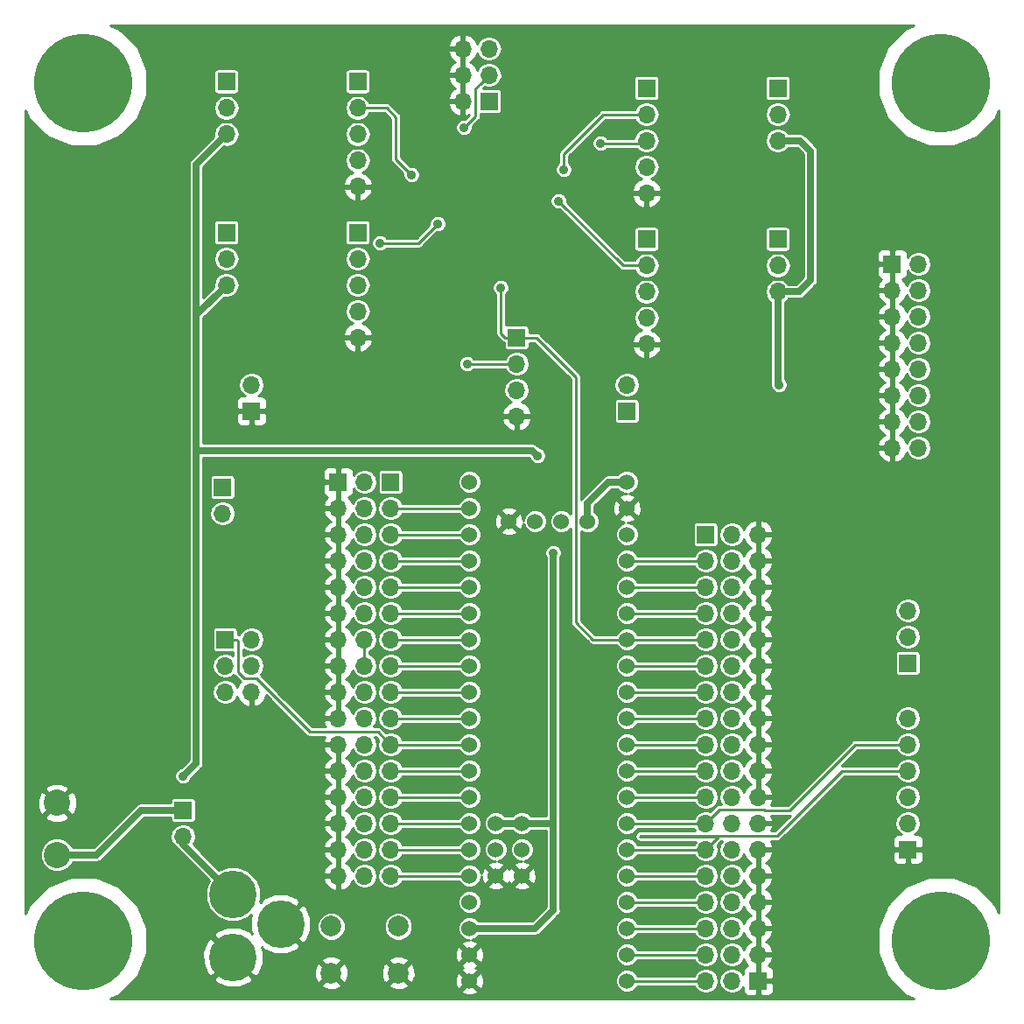
<source format=gbr>
G04 #@! TF.GenerationSoftware,KiCad,Pcbnew,(5.0.2)-1*
G04 #@! TF.CreationDate,2019-03-03T12:15:57-05:00*
G04 #@! TF.ProjectId,Blue-Pill-Board,426c7565-2d50-4696-9c6c-2d426f617264,2*
G04 #@! TF.SameCoordinates,Original*
G04 #@! TF.FileFunction,Copper,L2,Bot*
G04 #@! TF.FilePolarity,Positive*
%FSLAX46Y46*%
G04 Gerber Fmt 4.6, Leading zero omitted, Abs format (unit mm)*
G04 Created by KiCad (PCBNEW (5.0.2)-1) date 3/3/2019 12:15:57 PM*
%MOMM*%
%LPD*%
G01*
G04 APERTURE LIST*
G04 #@! TA.AperFunction,ComponentPad*
%ADD10C,9.525000*%
G04 #@! TD*
G04 #@! TA.AperFunction,ComponentPad*
%ADD11C,4.600000*%
G04 #@! TD*
G04 #@! TA.AperFunction,ComponentPad*
%ADD12C,1.524000*%
G04 #@! TD*
G04 #@! TA.AperFunction,ComponentPad*
%ADD13R,1.700000X1.700000*%
G04 #@! TD*
G04 #@! TA.AperFunction,ComponentPad*
%ADD14O,1.700000X1.700000*%
G04 #@! TD*
G04 #@! TA.AperFunction,ComponentPad*
%ADD15C,2.540000*%
G04 #@! TD*
G04 #@! TA.AperFunction,ComponentPad*
%ADD16C,2.000000*%
G04 #@! TD*
G04 #@! TA.AperFunction,ViaPad*
%ADD17C,0.889000*%
G04 #@! TD*
G04 #@! TA.AperFunction,Conductor*
%ADD18C,0.635000*%
G04 #@! TD*
G04 #@! TA.AperFunction,Conductor*
%ADD19C,0.254000*%
G04 #@! TD*
G04 APERTURE END LIST*
D10*
G04 #@! TO.P,MTG1,1*
G04 #@! TO.N,N/C*
X16000000Y-16000000D03*
G04 #@! TD*
G04 #@! TO.P,MTG2,1*
G04 #@! TO.N,N/C*
X99000000Y-16000000D03*
G04 #@! TD*
G04 #@! TO.P,MTG3,1*
G04 #@! TO.N,N/C*
X16000000Y-99000000D03*
G04 #@! TD*
G04 #@! TO.P,MTG?1,1*
G04 #@! TO.N,N/C*
X99000000Y-99000000D03*
G04 #@! TD*
D11*
G04 #@! TO.P,J1,2*
G04 #@! TO.N,GND*
X30480000Y-100584000D03*
G04 #@! TO.P,J1,1*
G04 #@! TO.N,/DCIN*
X30480000Y-94484000D03*
G04 #@! TO.P,J1,3*
G04 #@! TO.N,GND*
X35080000Y-97384000D03*
G04 #@! TD*
D12*
G04 #@! TO.P,U1,PB12*
G04 #@! TO.N,/PB12*
X68580000Y-102870000D03*
G04 #@! TO.P,U1,PB13*
G04 #@! TO.N,/PB13*
X68580000Y-100330000D03*
G04 #@! TO.P,U1,PB14*
G04 #@! TO.N,/PB14*
X68580000Y-97790000D03*
G04 #@! TO.P,U1,PB15*
G04 #@! TO.N,/PB15*
X68580000Y-95250000D03*
G04 #@! TO.P,U1,PA8*
G04 #@! TO.N,/PA8*
X68580000Y-92710000D03*
G04 #@! TO.P,U1,PA9*
G04 #@! TO.N,/STM_TX*
X68580000Y-90170000D03*
G04 #@! TO.P,U1,PA10*
G04 #@! TO.N,/STM_RX*
X68580000Y-87630000D03*
G04 #@! TO.P,U1,PA11*
G04 #@! TO.N,/PA11*
X68580000Y-85090000D03*
G04 #@! TO.P,U1,PA12*
G04 #@! TO.N,/PA12*
X68580000Y-82550000D03*
G04 #@! TO.P,U1,PA15*
G04 #@! TO.N,/PA15*
X68580000Y-80010000D03*
G04 #@! TO.P,U1,PB3*
G04 #@! TO.N,/PB3*
X68580000Y-77470000D03*
G04 #@! TO.P,U1,PB4*
G04 #@! TO.N,/PB4*
X68580000Y-74930000D03*
G04 #@! TO.P,U1,PB5*
G04 #@! TO.N,/PB5*
X68580000Y-72390000D03*
G04 #@! TO.P,U1,PB6*
G04 #@! TO.N,/STM_SCL*
X68580000Y-69850000D03*
G04 #@! TO.P,U1,PB7*
G04 #@! TO.N,/STM_SDA*
X68580000Y-67310000D03*
G04 #@! TO.P,U1,PB8*
G04 #@! TO.N,/STM_INT*
X68580000Y-64770000D03*
G04 #@! TO.P,U1,PB9*
G04 #@! TO.N,/PB9*
X68580000Y-62230000D03*
G04 #@! TO.P,U1,G*
G04 #@! TO.N,GND*
X68580000Y-57150000D03*
G04 #@! TO.P,U1,3V3*
G04 #@! TO.N,Net-(H7-Pad1)*
X68580000Y-54610000D03*
G04 #@! TO.P,U1,VBAT*
G04 #@! TO.N,/VBAT*
X53340000Y-54610000D03*
G04 #@! TO.P,U1,PC13*
G04 #@! TO.N,/PC13*
X53340000Y-57150000D03*
G04 #@! TO.P,U1,PC14*
G04 #@! TO.N,/PC14*
X53340000Y-59690000D03*
G04 #@! TO.P,U1,PC15*
G04 #@! TO.N,/PC15*
X53340000Y-62230000D03*
G04 #@! TO.P,U1,PA0*
G04 #@! TO.N,/PA0*
X53340000Y-64770000D03*
G04 #@! TO.P,U1,PA1*
G04 #@! TO.N,/PA1*
X53340000Y-67310000D03*
G04 #@! TO.P,U1,PA2*
G04 #@! TO.N,/PA2*
X53340000Y-69850000D03*
G04 #@! TO.P,U1,PA3*
G04 #@! TO.N,/PA3*
X53340000Y-72390000D03*
G04 #@! TO.P,U1,PA4*
G04 #@! TO.N,/PA4*
X53340000Y-74930000D03*
G04 #@! TO.P,U1,PA5*
G04 #@! TO.N,/PA5*
X53340000Y-77470000D03*
G04 #@! TO.P,U1,PA6*
G04 #@! TO.N,/PA6*
X53340000Y-80010000D03*
G04 #@! TO.P,U1,PA7*
G04 #@! TO.N,/PA7*
X53340000Y-82550000D03*
G04 #@! TO.P,U1,PB0*
G04 #@! TO.N,/PB0*
X53340000Y-85090000D03*
G04 #@! TO.P,U1,PB1*
G04 #@! TO.N,/PB1*
X53340000Y-87630000D03*
G04 #@! TO.P,U1,PB10*
G04 #@! TO.N,/PB10*
X53340000Y-90170000D03*
G04 #@! TO.P,U1,PB11*
G04 #@! TO.N,/PB11*
X53340000Y-92710000D03*
G04 #@! TO.P,U1,NRST*
G04 #@! TO.N,/RES*
X53340000Y-95250000D03*
G04 #@! TO.P,U1,3V3*
G04 #@! TO.N,Net-(H7-Pad1)*
X53340000Y-97790000D03*
G04 #@! TO.P,U1,G*
G04 #@! TO.N,GND*
X53340000Y-100330000D03*
X53340000Y-102870000D03*
G04 #@! TO.P,U1,3V3*
G04 #@! TO.N,Net-(H7-Pad1)*
X64770000Y-58420000D03*
G04 #@! TO.P,U1,PA13*
G04 #@! TO.N,N/C*
X62230000Y-58420000D03*
G04 #@! TO.P,U1,PA14*
X59690000Y-58420000D03*
G04 #@! TO.P,U1,G*
G04 #@! TO.N,GND*
X57150000Y-58420000D03*
X55880000Y-92710000D03*
G04 #@! TO.P,U1,BOOT*
G04 #@! TO.N,N/C*
X55880000Y-90170000D03*
G04 #@! TO.P,U1,3V3*
G04 #@! TO.N,Net-(H7-Pad1)*
X55880000Y-87630000D03*
G04 #@! TO.P,U1,G*
G04 #@! TO.N,GND*
X58420000Y-92710000D03*
G04 #@! TO.P,U1,PB2*
G04 #@! TO.N,N/C*
X58420000Y-90170000D03*
G04 #@! TO.P,U1,3V3*
G04 #@! TO.N,Net-(H7-Pad1)*
X58420000Y-87630000D03*
G04 #@! TO.P,U1,5V*
G04 #@! TO.N,+5V*
X68580000Y-59690000D03*
G04 #@! TD*
D13*
G04 #@! TO.P,P3,1*
G04 #@! TO.N,GND*
X95758000Y-90170000D03*
D14*
G04 #@! TO.P,P3,2*
G04 #@! TO.N,N/C*
X95758000Y-87630000D03*
G04 #@! TO.P,P3,3*
G04 #@! TO.N,Net-(H8-Pad2)*
X95758000Y-85090000D03*
G04 #@! TO.P,P3,4*
G04 #@! TO.N,/STM_TX*
X95758000Y-82550000D03*
G04 #@! TO.P,P3,5*
G04 #@! TO.N,/STM_RX*
X95758000Y-80010000D03*
G04 #@! TO.P,P3,6*
G04 #@! TO.N,Net-(C1-Pad1)*
X95758000Y-77470000D03*
G04 #@! TD*
D13*
G04 #@! TO.P,H2,1*
G04 #@! TO.N,+5V*
X25654000Y-86360000D03*
D14*
G04 #@! TO.P,H2,2*
G04 #@! TO.N,/DCIN*
X25654000Y-88900000D03*
G04 #@! TD*
D15*
G04 #@! TO.P,J4,1*
G04 #@! TO.N,+5V*
X13462000Y-90678000D03*
G04 #@! TO.P,J4,2*
G04 #@! TO.N,GND*
X13462000Y-85678000D03*
G04 #@! TD*
D13*
G04 #@! TO.P,H1,1*
G04 #@! TO.N,+3V3*
X29464000Y-55118000D03*
D14*
G04 #@! TO.P,H1,2*
G04 #@! TO.N,/VO3*
X29464000Y-57658000D03*
G04 #@! TD*
D13*
G04 #@! TO.P,H9,1*
G04 #@! TO.N,/A2*
X55245000Y-17780000D03*
D14*
G04 #@! TO.P,H9,2*
G04 #@! TO.N,GND*
X52705000Y-17780000D03*
G04 #@! TO.P,H9,3*
G04 #@! TO.N,/A1*
X55245000Y-15240000D03*
G04 #@! TO.P,H9,4*
G04 #@! TO.N,GND*
X52705000Y-15240000D03*
G04 #@! TO.P,H9,5*
G04 #@! TO.N,/A0*
X55245000Y-12700000D03*
G04 #@! TO.P,H9,6*
G04 #@! TO.N,GND*
X52705000Y-12700000D03*
G04 #@! TD*
D13*
G04 #@! TO.P,P11,1*
G04 #@! TO.N,GND*
X40640000Y-54610000D03*
D14*
G04 #@! TO.P,P11,2*
G04 #@! TO.N,+3V3*
X43180000Y-54610000D03*
G04 #@! TO.P,P11,3*
G04 #@! TO.N,GND*
X40640000Y-57150000D03*
G04 #@! TO.P,P11,4*
G04 #@! TO.N,+3V3*
X43180000Y-57150000D03*
G04 #@! TO.P,P11,5*
G04 #@! TO.N,GND*
X40640000Y-59690000D03*
G04 #@! TO.P,P11,6*
G04 #@! TO.N,+3V3*
X43180000Y-59690000D03*
G04 #@! TO.P,P11,7*
G04 #@! TO.N,GND*
X40640000Y-62230000D03*
G04 #@! TO.P,P11,8*
G04 #@! TO.N,+3V3*
X43180000Y-62230000D03*
G04 #@! TO.P,P11,9*
G04 #@! TO.N,GND*
X40640000Y-64770000D03*
G04 #@! TO.P,P11,10*
G04 #@! TO.N,+3V3*
X43180000Y-64770000D03*
G04 #@! TO.P,P11,11*
G04 #@! TO.N,GND*
X40640000Y-67310000D03*
G04 #@! TO.P,P11,12*
G04 #@! TO.N,+3V3*
X43180000Y-67310000D03*
G04 #@! TO.P,P11,13*
G04 #@! TO.N,GND*
X40640000Y-69850000D03*
G04 #@! TO.P,P11,14*
G04 #@! TO.N,+3V3*
X43180000Y-69850000D03*
G04 #@! TO.P,P11,15*
G04 #@! TO.N,GND*
X40640000Y-72390000D03*
G04 #@! TO.P,P11,16*
G04 #@! TO.N,+3V3*
X43180000Y-72390000D03*
G04 #@! TO.P,P11,17*
G04 #@! TO.N,GND*
X40640000Y-74930000D03*
G04 #@! TO.P,P11,18*
G04 #@! TO.N,+3V3*
X43180000Y-74930000D03*
G04 #@! TO.P,P11,19*
G04 #@! TO.N,GND*
X40640000Y-77470000D03*
G04 #@! TO.P,P11,20*
G04 #@! TO.N,+3V3*
X43180000Y-77470000D03*
G04 #@! TO.P,P11,21*
G04 #@! TO.N,GND*
X40640000Y-80010000D03*
G04 #@! TO.P,P11,22*
G04 #@! TO.N,+3V3*
X43180000Y-80010000D03*
G04 #@! TO.P,P11,23*
G04 #@! TO.N,GND*
X40640000Y-82550000D03*
G04 #@! TO.P,P11,24*
G04 #@! TO.N,+3V3*
X43180000Y-82550000D03*
G04 #@! TO.P,P11,25*
G04 #@! TO.N,GND*
X40640000Y-85090000D03*
G04 #@! TO.P,P11,26*
G04 #@! TO.N,+3V3*
X43180000Y-85090000D03*
G04 #@! TO.P,P11,27*
G04 #@! TO.N,GND*
X40640000Y-87630000D03*
G04 #@! TO.P,P11,28*
G04 #@! TO.N,+3V3*
X43180000Y-87630000D03*
G04 #@! TO.P,P11,29*
G04 #@! TO.N,GND*
X40640000Y-90170000D03*
G04 #@! TO.P,P11,30*
G04 #@! TO.N,+3V3*
X43180000Y-90170000D03*
G04 #@! TO.P,P11,31*
G04 #@! TO.N,GND*
X40640000Y-92710000D03*
G04 #@! TO.P,P11,32*
G04 #@! TO.N,+3V3*
X43180000Y-92710000D03*
G04 #@! TD*
D13*
G04 #@! TO.P,P12,1*
G04 #@! TO.N,N/C*
X45720000Y-54610000D03*
D14*
G04 #@! TO.P,P12,2*
G04 #@! TO.N,/PC13*
X45720000Y-57150000D03*
G04 #@! TO.P,P12,3*
G04 #@! TO.N,/PC14*
X45720000Y-59690000D03*
G04 #@! TO.P,P12,4*
G04 #@! TO.N,/PC15*
X45720000Y-62230000D03*
G04 #@! TO.P,P12,5*
G04 #@! TO.N,/PA0*
X45720000Y-64770000D03*
G04 #@! TO.P,P12,6*
G04 #@! TO.N,/PA1*
X45720000Y-67310000D03*
G04 #@! TO.P,P12,7*
G04 #@! TO.N,/PA2*
X45720000Y-69850000D03*
G04 #@! TO.P,P12,8*
G04 #@! TO.N,/PA3*
X45720000Y-72390000D03*
G04 #@! TO.P,P12,9*
G04 #@! TO.N,/PA4*
X45720000Y-74930000D03*
G04 #@! TO.P,P12,10*
G04 #@! TO.N,/PA5*
X45720000Y-77470000D03*
G04 #@! TO.P,P12,11*
G04 #@! TO.N,/PA6*
X45720000Y-80010000D03*
G04 #@! TO.P,P12,12*
G04 #@! TO.N,/PA7*
X45720000Y-82550000D03*
G04 #@! TO.P,P12,13*
G04 #@! TO.N,/PB0*
X45720000Y-85090000D03*
G04 #@! TO.P,P12,14*
G04 #@! TO.N,/PB1*
X45720000Y-87630000D03*
G04 #@! TO.P,P12,15*
G04 #@! TO.N,/PB10*
X45720000Y-90170000D03*
G04 #@! TO.P,P12,16*
G04 #@! TO.N,/PB11*
X45720000Y-92710000D03*
G04 #@! TD*
D13*
G04 #@! TO.P,P14,1*
G04 #@! TO.N,GND*
X81280000Y-102870000D03*
D14*
G04 #@! TO.P,P14,2*
G04 #@! TO.N,+3V3*
X78740000Y-102870000D03*
G04 #@! TO.P,P14,3*
G04 #@! TO.N,GND*
X81280000Y-100330000D03*
G04 #@! TO.P,P14,4*
G04 #@! TO.N,+3V3*
X78740000Y-100330000D03*
G04 #@! TO.P,P14,5*
G04 #@! TO.N,GND*
X81280000Y-97790000D03*
G04 #@! TO.P,P14,6*
G04 #@! TO.N,+3V3*
X78740000Y-97790000D03*
G04 #@! TO.P,P14,7*
G04 #@! TO.N,GND*
X81280000Y-95250000D03*
G04 #@! TO.P,P14,8*
G04 #@! TO.N,+3V3*
X78740000Y-95250000D03*
G04 #@! TO.P,P14,9*
G04 #@! TO.N,GND*
X81280000Y-92710000D03*
G04 #@! TO.P,P14,10*
G04 #@! TO.N,+3V3*
X78740000Y-92710000D03*
G04 #@! TO.P,P14,11*
G04 #@! TO.N,GND*
X81280000Y-90170000D03*
G04 #@! TO.P,P14,12*
G04 #@! TO.N,+3V3*
X78740000Y-90170000D03*
G04 #@! TO.P,P14,13*
G04 #@! TO.N,GND*
X81280000Y-87630000D03*
G04 #@! TO.P,P14,14*
G04 #@! TO.N,+3V3*
X78740000Y-87630000D03*
G04 #@! TO.P,P14,15*
G04 #@! TO.N,GND*
X81280000Y-85090000D03*
G04 #@! TO.P,P14,16*
G04 #@! TO.N,+3V3*
X78740000Y-85090000D03*
G04 #@! TO.P,P14,17*
G04 #@! TO.N,GND*
X81280000Y-82550000D03*
G04 #@! TO.P,P14,18*
G04 #@! TO.N,+3V3*
X78740000Y-82550000D03*
G04 #@! TO.P,P14,19*
G04 #@! TO.N,GND*
X81280000Y-80010000D03*
G04 #@! TO.P,P14,20*
G04 #@! TO.N,+3V3*
X78740000Y-80010000D03*
G04 #@! TO.P,P14,21*
G04 #@! TO.N,GND*
X81280000Y-77470000D03*
G04 #@! TO.P,P14,22*
G04 #@! TO.N,+3V3*
X78740000Y-77470000D03*
G04 #@! TO.P,P14,23*
G04 #@! TO.N,GND*
X81280000Y-74930000D03*
G04 #@! TO.P,P14,24*
G04 #@! TO.N,+3V3*
X78740000Y-74930000D03*
G04 #@! TO.P,P14,25*
G04 #@! TO.N,GND*
X81280000Y-72390000D03*
G04 #@! TO.P,P14,26*
G04 #@! TO.N,+3V3*
X78740000Y-72390000D03*
G04 #@! TO.P,P14,27*
G04 #@! TO.N,GND*
X81280000Y-69850000D03*
G04 #@! TO.P,P14,28*
G04 #@! TO.N,+3V3*
X78740000Y-69850000D03*
G04 #@! TO.P,P14,29*
G04 #@! TO.N,GND*
X81280000Y-67310000D03*
G04 #@! TO.P,P14,30*
G04 #@! TO.N,+3V3*
X78740000Y-67310000D03*
G04 #@! TO.P,P14,31*
G04 #@! TO.N,GND*
X81280000Y-64770000D03*
G04 #@! TO.P,P14,32*
G04 #@! TO.N,+3V3*
X78740000Y-64770000D03*
G04 #@! TO.P,P14,33*
G04 #@! TO.N,GND*
X81280000Y-62230000D03*
G04 #@! TO.P,P14,34*
G04 #@! TO.N,+3V3*
X78740000Y-62230000D03*
G04 #@! TO.P,P14,35*
G04 #@! TO.N,GND*
X81280000Y-59690000D03*
G04 #@! TO.P,P14,36*
G04 #@! TO.N,+3V3*
X78740000Y-59690000D03*
G04 #@! TD*
D13*
G04 #@! TO.P,P13,1*
G04 #@! TO.N,N/C*
X76200000Y-59690000D03*
D14*
G04 #@! TO.P,P13,2*
G04 #@! TO.N,/PB9*
X76200000Y-62230000D03*
G04 #@! TO.P,P13,3*
G04 #@! TO.N,/STM_INT*
X76200000Y-64770000D03*
G04 #@! TO.P,P13,4*
G04 #@! TO.N,/STM_SDA*
X76200000Y-67310000D03*
G04 #@! TO.P,P13,5*
G04 #@! TO.N,/STM_SCL*
X76200000Y-69850000D03*
G04 #@! TO.P,P13,6*
G04 #@! TO.N,/PB5*
X76200000Y-72390000D03*
G04 #@! TO.P,P13,7*
G04 #@! TO.N,/PB4*
X76200000Y-74930000D03*
G04 #@! TO.P,P13,8*
G04 #@! TO.N,/PB3*
X76200000Y-77470000D03*
G04 #@! TO.P,P13,9*
G04 #@! TO.N,/PA15*
X76200000Y-80010000D03*
G04 #@! TO.P,P13,10*
G04 #@! TO.N,/PA12*
X76200000Y-82550000D03*
G04 #@! TO.P,P13,11*
G04 #@! TO.N,/PA11*
X76200000Y-85090000D03*
G04 #@! TO.P,P13,12*
G04 #@! TO.N,/STM_RX*
X76200000Y-87630000D03*
G04 #@! TO.P,P13,13*
G04 #@! TO.N,/STM_TX*
X76200000Y-90170000D03*
G04 #@! TO.P,P13,14*
G04 #@! TO.N,/PA8*
X76200000Y-92710000D03*
G04 #@! TO.P,P13,15*
G04 #@! TO.N,/PB15*
X76200000Y-95250000D03*
G04 #@! TO.P,P13,16*
G04 #@! TO.N,/PB14*
X76200000Y-97790000D03*
G04 #@! TO.P,P13,17*
G04 #@! TO.N,/PB13*
X76200000Y-100330000D03*
G04 #@! TO.P,P13,18*
G04 #@! TO.N,/PB12*
X76200000Y-102870000D03*
G04 #@! TD*
D13*
G04 #@! TO.P,H3,1*
G04 #@! TO.N,+3V3*
X29845000Y-15875000D03*
D14*
G04 #@! TO.P,H3,2*
G04 #@! TO.N,Net-(H3-Pad2)*
X29845000Y-18415000D03*
G04 #@! TO.P,H3,3*
G04 #@! TO.N,+5V*
X29845000Y-20955000D03*
G04 #@! TD*
G04 #@! TO.P,H5,3*
G04 #@! TO.N,+5V*
X83185000Y-21590000D03*
G04 #@! TO.P,H5,2*
G04 #@! TO.N,Net-(H5-Pad2)*
X83185000Y-19050000D03*
D13*
G04 #@! TO.P,H5,1*
G04 #@! TO.N,+3V3*
X83185000Y-16510000D03*
G04 #@! TD*
D14*
G04 #@! TO.P,H4,3*
G04 #@! TO.N,+5V*
X29845000Y-35560000D03*
G04 #@! TO.P,H4,2*
G04 #@! TO.N,Net-(H4-Pad2)*
X29845000Y-33020000D03*
D13*
G04 #@! TO.P,H4,1*
G04 #@! TO.N,+3V3*
X29845000Y-30480000D03*
G04 #@! TD*
G04 #@! TO.P,H6,1*
G04 #@! TO.N,+3V3*
X83185000Y-31115000D03*
D14*
G04 #@! TO.P,H6,2*
G04 #@! TO.N,Net-(H6-Pad2)*
X83185000Y-33655000D03*
G04 #@! TO.P,H6,3*
G04 #@! TO.N,+5V*
X83185000Y-36195000D03*
G04 #@! TD*
D13*
G04 #@! TO.P,P4,1*
G04 #@! TO.N,/INT0*
X42545000Y-15875000D03*
D14*
G04 #@! TO.P,P4,2*
G04 #@! TO.N,/SC0*
X42545000Y-18415000D03*
G04 #@! TO.P,P4,3*
G04 #@! TO.N,/SD0*
X42545000Y-20955000D03*
G04 #@! TO.P,P4,4*
G04 #@! TO.N,Net-(H3-Pad2)*
X42545000Y-23495000D03*
G04 #@! TO.P,P4,5*
G04 #@! TO.N,GND*
X42545000Y-26035000D03*
G04 #@! TD*
G04 #@! TO.P,P5,5*
G04 #@! TO.N,GND*
X42545000Y-40640000D03*
G04 #@! TO.P,P5,4*
G04 #@! TO.N,Net-(H4-Pad2)*
X42545000Y-38100000D03*
G04 #@! TO.P,P5,3*
G04 #@! TO.N,/SD1*
X42545000Y-35560000D03*
G04 #@! TO.P,P5,2*
G04 #@! TO.N,/SC1*
X42545000Y-33020000D03*
D13*
G04 #@! TO.P,P5,1*
G04 #@! TO.N,/INT1*
X42545000Y-30480000D03*
G04 #@! TD*
G04 #@! TO.P,P7,1*
G04 #@! TO.N,/INT2*
X70485000Y-31115000D03*
D14*
G04 #@! TO.P,P7,2*
G04 #@! TO.N,/SC2*
X70485000Y-33655000D03*
G04 #@! TO.P,P7,3*
G04 #@! TO.N,/SD2*
X70485000Y-36195000D03*
G04 #@! TO.P,P7,4*
G04 #@! TO.N,Net-(H6-Pad2)*
X70485000Y-38735000D03*
G04 #@! TO.P,P7,5*
G04 #@! TO.N,GND*
X70485000Y-41275000D03*
G04 #@! TD*
G04 #@! TO.P,P6,5*
G04 #@! TO.N,GND*
X70485000Y-26670000D03*
G04 #@! TO.P,P6,4*
G04 #@! TO.N,Net-(H5-Pad2)*
X70485000Y-24130000D03*
G04 #@! TO.P,P6,3*
G04 #@! TO.N,/SD3*
X70485000Y-21590000D03*
G04 #@! TO.P,P6,2*
G04 #@! TO.N,/SC3*
X70485000Y-19050000D03*
D13*
G04 #@! TO.P,P6,1*
G04 #@! TO.N,/INT3*
X70485000Y-16510000D03*
G04 #@! TD*
D14*
G04 #@! TO.P,H7,2*
G04 #@! TO.N,+3V3*
X68580000Y-45212000D03*
D13*
G04 #@! TO.P,H7,1*
G04 #@! TO.N,Net-(H7-Pad1)*
X68580000Y-47752000D03*
G04 #@! TD*
D14*
G04 #@! TO.P,J7,4*
G04 #@! TO.N,GND*
X57912000Y-48260000D03*
G04 #@! TO.P,J7,3*
G04 #@! TO.N,+3V3*
X57912000Y-45720000D03*
G04 #@! TO.P,J7,2*
G04 #@! TO.N,/STM_SDA*
X57912000Y-43180000D03*
D13*
G04 #@! TO.P,J7,1*
G04 #@! TO.N,/STM_SCL*
X57912000Y-40640000D03*
G04 #@! TD*
D16*
G04 #@! TO.P,SW1,2*
G04 #@! TO.N,/RES*
X46482000Y-97608000D03*
G04 #@! TO.P,SW1,1*
G04 #@! TO.N,GND*
X46482000Y-102108000D03*
G04 #@! TO.P,SW1,2*
G04 #@! TO.N,/RES*
X39982000Y-97608000D03*
G04 #@! TO.P,SW1,1*
G04 #@! TO.N,GND*
X39982000Y-102108000D03*
G04 #@! TD*
D14*
G04 #@! TO.P,P2,2*
G04 #@! TO.N,/VBAT*
X32258000Y-45212000D03*
D13*
G04 #@! TO.P,P2,1*
G04 #@! TO.N,GND*
X32258000Y-47752000D03*
G04 #@! TD*
D14*
G04 #@! TO.P,P1,16*
G04 #@! TO.N,+5V*
X96774000Y-51308000D03*
G04 #@! TO.P,P1,15*
G04 #@! TO.N,GND*
X94234000Y-51308000D03*
G04 #@! TO.P,P1,14*
G04 #@! TO.N,+5V*
X96774000Y-48768000D03*
G04 #@! TO.P,P1,13*
G04 #@! TO.N,GND*
X94234000Y-48768000D03*
G04 #@! TO.P,P1,12*
G04 #@! TO.N,+5V*
X96774000Y-46228000D03*
G04 #@! TO.P,P1,11*
G04 #@! TO.N,GND*
X94234000Y-46228000D03*
G04 #@! TO.P,P1,10*
G04 #@! TO.N,+5V*
X96774000Y-43688000D03*
G04 #@! TO.P,P1,9*
G04 #@! TO.N,GND*
X94234000Y-43688000D03*
G04 #@! TO.P,P1,8*
G04 #@! TO.N,+5V*
X96774000Y-41148000D03*
G04 #@! TO.P,P1,7*
G04 #@! TO.N,GND*
X94234000Y-41148000D03*
G04 #@! TO.P,P1,6*
G04 #@! TO.N,+5V*
X96774000Y-38608000D03*
G04 #@! TO.P,P1,5*
G04 #@! TO.N,GND*
X94234000Y-38608000D03*
G04 #@! TO.P,P1,4*
G04 #@! TO.N,+5V*
X96774000Y-36068000D03*
G04 #@! TO.P,P1,3*
G04 #@! TO.N,GND*
X94234000Y-36068000D03*
G04 #@! TO.P,P1,2*
G04 #@! TO.N,+5V*
X96774000Y-33528000D03*
D13*
G04 #@! TO.P,P1,1*
G04 #@! TO.N,GND*
X94234000Y-33528000D03*
G04 #@! TD*
D14*
G04 #@! TO.P,H8,3*
G04 #@! TO.N,+5V*
X95758000Y-67056000D03*
G04 #@! TO.P,H8,2*
G04 #@! TO.N,Net-(H8-Pad2)*
X95758000Y-69596000D03*
D13*
G04 #@! TO.P,H8,1*
G04 #@! TO.N,+3V3*
X95758000Y-72136000D03*
G04 #@! TD*
D14*
G04 #@! TO.P,P8,6*
G04 #@! TO.N,GND*
X32258000Y-74930000D03*
G04 #@! TO.P,P8,5*
G04 #@! TO.N,/RES*
X29718000Y-74930000D03*
G04 #@! TO.P,P8,4*
G04 #@! TO.N,/PA7*
X32258000Y-72390000D03*
G04 #@! TO.P,P8,3*
G04 #@! TO.N,/PA5*
X29718000Y-72390000D03*
G04 #@! TO.P,P8,2*
G04 #@! TO.N,+3V3*
X32258000Y-69850000D03*
D13*
G04 #@! TO.P,P8,1*
G04 #@! TO.N,/PA6*
X29718000Y-69850000D03*
G04 #@! TD*
D17*
G04 #@! TO.N,+5V*
X83312000Y-45212000D03*
X25654000Y-83058000D03*
X59944000Y-52070000D03*
G04 #@! TO.N,GND*
X53848000Y-29464000D03*
X21590000Y-80264000D03*
X58674000Y-19050000D03*
G04 #@! TO.N,/STM_SDA*
X53121001Y-43180000D03*
G04 #@! TO.N,/STM_SCL*
X56388000Y-35814000D03*
G04 #@! TO.N,/SC0*
X47752000Y-24892000D03*
G04 #@! TO.N,/SC1*
X44704000Y-31496000D03*
X50292000Y-29634882D03*
G04 #@! TO.N,/SC2*
X61976000Y-27432000D03*
G04 #@! TO.N,/SD3*
X66040000Y-21844000D03*
G04 #@! TO.N,/SC3*
X62484000Y-24384000D03*
G04 #@! TO.N,/A1*
X52832000Y-20320000D03*
G04 #@! TO.N,Net-(H7-Pad1)*
X61468000Y-61468000D03*
G04 #@! TD*
D18*
G04 #@! TO.N,+5V*
X83185000Y-45085000D02*
X83312000Y-45212000D01*
X83185000Y-36195000D02*
X83185000Y-45085000D01*
X26924000Y-38481000D02*
X29845000Y-35560000D01*
X26924000Y-23876000D02*
X29845000Y-20955000D01*
X26924000Y-38481000D02*
X26924000Y-23876000D01*
X26924000Y-81788000D02*
X25654000Y-83058000D01*
X26924000Y-51562000D02*
X26924000Y-81788000D01*
X59436000Y-51562000D02*
X59944000Y-52070000D01*
X83185000Y-36195000D02*
X85217000Y-36195000D01*
X85217000Y-36195000D02*
X86360000Y-35052000D01*
X86360000Y-35052000D02*
X86360000Y-22606000D01*
X85344000Y-21590000D02*
X83185000Y-21590000D01*
X86360000Y-22606000D02*
X85344000Y-21590000D01*
X59436000Y-51562000D02*
X26924000Y-51562000D01*
X26924000Y-51562000D02*
X26924000Y-38481000D01*
X13462000Y-90678000D02*
X17272000Y-90678000D01*
X21590000Y-86360000D02*
X25654000Y-86360000D01*
X17272000Y-90678000D02*
X21590000Y-86360000D01*
D19*
G04 #@! TO.N,/STM_TX*
X76200000Y-90170000D02*
X68580000Y-90170000D01*
X89408000Y-82550000D02*
X95758000Y-82550000D01*
X83096999Y-88861001D02*
X89408000Y-82550000D01*
X69888999Y-88861001D02*
X83096999Y-88861001D01*
X69850000Y-88900000D02*
X69888999Y-88861001D01*
X76200000Y-90170000D02*
X77470000Y-88900000D01*
X77470000Y-88900000D02*
X69850000Y-88900000D01*
G04 #@! TO.N,/STM_RX*
X68580000Y-87630000D02*
X76200000Y-87630000D01*
X76200000Y-87630000D02*
X77508999Y-86321001D01*
X81870881Y-86321001D02*
X81909880Y-86360000D01*
X77508999Y-86321001D02*
X81870881Y-86321001D01*
X81909880Y-86360000D02*
X84328000Y-86360000D01*
X90678000Y-80010000D02*
X95758000Y-80010000D01*
X84328000Y-86360000D02*
X90678000Y-80010000D01*
G04 #@! TO.N,+3V3*
X43180000Y-69850000D02*
X43180000Y-72390000D01*
D18*
G04 #@! TO.N,/DCIN*
X25654000Y-89658000D02*
X25654000Y-88900000D01*
X30480000Y-94484000D02*
X25654000Y-89658000D01*
D19*
G04 #@! TO.N,/STM_INT*
X68580000Y-64770000D02*
X76200000Y-64770000D01*
G04 #@! TO.N,/STM_SDA*
X68580000Y-67310000D02*
X76200000Y-67310000D01*
X57912000Y-43180000D02*
X53121001Y-43180000D01*
G04 #@! TO.N,/STM_SCL*
X76200000Y-69850000D02*
X68580000Y-69850000D01*
X65278000Y-69850000D02*
X68580000Y-69850000D01*
X63626999Y-68198999D02*
X65278000Y-69850000D01*
X56808000Y-40640000D02*
X57912000Y-40640000D01*
X56388000Y-40220000D02*
X56808000Y-40640000D01*
X56388000Y-35814000D02*
X56388000Y-40220000D01*
X59816999Y-40640000D02*
X63626999Y-44450000D01*
X57912000Y-40640000D02*
X59816999Y-40640000D01*
X63626999Y-44450000D02*
X63626999Y-68198999D01*
G04 #@! TO.N,/SC0*
X47752000Y-24892000D02*
X46228000Y-23368000D01*
X46228000Y-23368000D02*
X46228000Y-19304000D01*
X45339000Y-18415000D02*
X42545000Y-18415000D01*
X46228000Y-19304000D02*
X45339000Y-18415000D01*
G04 #@! TO.N,/SC1*
X48430882Y-31496000D02*
X50292000Y-29634882D01*
X44704000Y-31496000D02*
X48430882Y-31496000D01*
G04 #@! TO.N,/SC2*
X68199000Y-33655000D02*
X70485000Y-33655000D01*
X61976000Y-27432000D02*
X68199000Y-33655000D01*
G04 #@! TO.N,/SD3*
X70231000Y-21844000D02*
X70485000Y-21590000D01*
X66040000Y-21844000D02*
X70231000Y-21844000D01*
G04 #@! TO.N,/SC3*
X70485000Y-19050000D02*
X66294000Y-19050000D01*
X66294000Y-19050000D02*
X62484000Y-22860000D01*
X62484000Y-22860000D02*
X62484000Y-24384000D01*
G04 #@! TO.N,/PC13*
X45720000Y-57150000D02*
X53340000Y-57150000D01*
G04 #@! TO.N,/PC14*
X45720000Y-59690000D02*
X53340000Y-59690000D01*
G04 #@! TO.N,/PC15*
X45720000Y-62230000D02*
X53340000Y-62230000D01*
G04 #@! TO.N,/PA0*
X45720000Y-64770000D02*
X53340000Y-64770000D01*
G04 #@! TO.N,/PA1*
X45720000Y-67310000D02*
X53340000Y-67310000D01*
G04 #@! TO.N,/PA2*
X45720000Y-69850000D02*
X53340000Y-69850000D01*
G04 #@! TO.N,/PA3*
X45720000Y-72390000D02*
X53340000Y-72390000D01*
G04 #@! TO.N,/PA4*
X45720000Y-74930000D02*
X53340000Y-74930000D01*
G04 #@! TO.N,/PA5*
X45720000Y-77470000D02*
X53340000Y-77470000D01*
G04 #@! TO.N,/PA6*
X45720000Y-80010000D02*
X53340000Y-80010000D01*
X30822000Y-69850000D02*
X29718000Y-69850000D01*
X30949001Y-69977001D02*
X30822000Y-69850000D01*
X30949001Y-72980881D02*
X30949001Y-69977001D01*
X31589121Y-73621001D02*
X30949001Y-72980881D01*
X32770883Y-73621001D02*
X31589121Y-73621001D01*
X37928881Y-78778999D02*
X32770883Y-73621001D01*
X44488999Y-78778999D02*
X37928881Y-78778999D01*
X45720000Y-80010000D02*
X44488999Y-78778999D01*
G04 #@! TO.N,/PA7*
X45720000Y-82550000D02*
X53340000Y-82550000D01*
G04 #@! TO.N,/PB0*
X45720000Y-85090000D02*
X53340000Y-85090000D01*
G04 #@! TO.N,/PB1*
X53340000Y-87630000D02*
X45720000Y-87630000D01*
G04 #@! TO.N,/PB10*
X45720000Y-90170000D02*
X53340000Y-90170000D01*
G04 #@! TO.N,/PB11*
X45720000Y-92710000D02*
X53340000Y-92710000D01*
G04 #@! TO.N,/PB9*
X68580000Y-62230000D02*
X76200000Y-62230000D01*
G04 #@! TO.N,/PB5*
X68580000Y-72390000D02*
X76200000Y-72390000D01*
G04 #@! TO.N,/PB4*
X76200000Y-74930000D02*
X68580000Y-74930000D01*
G04 #@! TO.N,/PB3*
X68580000Y-77470000D02*
X76200000Y-77470000D01*
G04 #@! TO.N,/PA15*
X76200000Y-80010000D02*
X68580000Y-80010000D01*
G04 #@! TO.N,/PA12*
X68580000Y-82550000D02*
X76200000Y-82550000D01*
G04 #@! TO.N,/PA11*
X76200000Y-85090000D02*
X68580000Y-85090000D01*
G04 #@! TO.N,/PA8*
X68580000Y-92710000D02*
X76200000Y-92710000D01*
G04 #@! TO.N,/PB15*
X68580000Y-95250000D02*
X76200000Y-95250000D01*
G04 #@! TO.N,/PB14*
X76200000Y-97790000D02*
X68580000Y-97790000D01*
G04 #@! TO.N,/PB13*
X68580000Y-100330000D02*
X76200000Y-100330000D01*
G04 #@! TO.N,/PB12*
X76200000Y-102870000D02*
X68580000Y-102870000D01*
G04 #@! TO.N,/A1*
X54395001Y-16089999D02*
X55245000Y-15240000D01*
X53936001Y-16548999D02*
X54395001Y-16089999D01*
X53936001Y-19215999D02*
X53936001Y-16548999D01*
X52832000Y-20320000D02*
X53936001Y-19215999D01*
D18*
G04 #@! TO.N,Net-(H7-Pad1)*
X53340000Y-97790000D02*
X59690000Y-97790000D01*
X59690000Y-97790000D02*
X61468000Y-96012000D01*
X61214000Y-87630000D02*
X58420000Y-87630000D01*
X61468000Y-87884000D02*
X61214000Y-87630000D01*
X55880000Y-87630000D02*
X58420000Y-87630000D01*
X64770000Y-58420000D02*
X64770000Y-56642000D01*
X66802000Y-54610000D02*
X68580000Y-54610000D01*
X64770000Y-56642000D02*
X66802000Y-54610000D01*
X61468000Y-89154000D02*
X61468000Y-61468000D01*
X61468000Y-89154000D02*
X61468000Y-87884000D01*
X61468000Y-96012000D02*
X61468000Y-89154000D01*
G04 #@! TD*
D19*
G04 #@! TO.N,GND*
G36*
X95510923Y-10778228D02*
X93778228Y-12510923D01*
X92840500Y-14774799D01*
X92840500Y-17225201D01*
X93778228Y-19489077D01*
X95510923Y-21221772D01*
X97774799Y-22159500D01*
X100225201Y-22159500D01*
X102489077Y-21221772D01*
X104221772Y-19489077D01*
X104569000Y-18650794D01*
X104569001Y-90775387D01*
X104535100Y-96267363D01*
X104221772Y-95510923D01*
X102489077Y-93778228D01*
X100225201Y-92840500D01*
X97774799Y-92840500D01*
X95510923Y-93778228D01*
X93778228Y-95510923D01*
X92840500Y-97774799D01*
X92840500Y-100225201D01*
X93778228Y-102489077D01*
X95510923Y-104221772D01*
X96349206Y-104569000D01*
X18650794Y-104569000D01*
X19489077Y-104221772D01*
X19860636Y-103850213D01*
X52539392Y-103850213D01*
X52608857Y-104092397D01*
X53132302Y-104279144D01*
X53687368Y-104251362D01*
X54071143Y-104092397D01*
X54140608Y-103850213D01*
X53340000Y-103049605D01*
X52539392Y-103850213D01*
X19860636Y-103850213D01*
X21035296Y-102675553D01*
X28568052Y-102675553D01*
X28825383Y-103077451D01*
X29905536Y-103520843D01*
X31073145Y-103517127D01*
X31692620Y-103260532D01*
X39009073Y-103260532D01*
X39107736Y-103527387D01*
X39717461Y-103753908D01*
X40367460Y-103729856D01*
X40856264Y-103527387D01*
X40954927Y-103260532D01*
X45509073Y-103260532D01*
X45607736Y-103527387D01*
X46217461Y-103753908D01*
X46867460Y-103729856D01*
X47356264Y-103527387D01*
X47454927Y-103260532D01*
X46482000Y-102287605D01*
X45509073Y-103260532D01*
X40954927Y-103260532D01*
X39982000Y-102287605D01*
X39009073Y-103260532D01*
X31692620Y-103260532D01*
X32134617Y-103077451D01*
X32391948Y-102675553D01*
X30480000Y-100763605D01*
X28568052Y-102675553D01*
X21035296Y-102675553D01*
X21221772Y-102489077D01*
X22159500Y-100225201D01*
X22159500Y-100009536D01*
X27543157Y-100009536D01*
X27546873Y-101177145D01*
X27986549Y-102238617D01*
X28388447Y-102495948D01*
X30300395Y-100584000D01*
X28388447Y-98672052D01*
X27986549Y-98929383D01*
X27543157Y-100009536D01*
X22159500Y-100009536D01*
X22159500Y-97774799D01*
X21221772Y-95510923D01*
X19489077Y-93778228D01*
X17225201Y-92840500D01*
X14774799Y-92840500D01*
X12510923Y-93778228D01*
X10778228Y-95510923D01*
X10431000Y-96349206D01*
X10431000Y-90349596D01*
X11811000Y-90349596D01*
X11811000Y-91006404D01*
X12062350Y-91613216D01*
X12526784Y-92077650D01*
X13133596Y-92329000D01*
X13790404Y-92329000D01*
X14397216Y-92077650D01*
X14861650Y-91613216D01*
X14959701Y-91376500D01*
X17203210Y-91376500D01*
X17272000Y-91390183D01*
X17340790Y-91376500D01*
X17340794Y-91376500D01*
X17544541Y-91335972D01*
X17775590Y-91181590D01*
X17814561Y-91123267D01*
X20037828Y-88900000D01*
X24398884Y-88900000D01*
X24494424Y-89380312D01*
X24766499Y-89787501D01*
X25008494Y-89949197D01*
X25150410Y-90161589D01*
X25208731Y-90200558D01*
X28138723Y-93130551D01*
X27799000Y-93950716D01*
X27799000Y-95017284D01*
X28207158Y-96002665D01*
X28961335Y-96756842D01*
X29946716Y-97165000D01*
X31013284Y-97165000D01*
X31998665Y-96756842D01*
X32280462Y-96475045D01*
X32143157Y-96809536D01*
X32146873Y-97977145D01*
X32302366Y-98352538D01*
X32134617Y-98090549D01*
X31054464Y-97647157D01*
X29886855Y-97650873D01*
X28825383Y-98090549D01*
X28568052Y-98492447D01*
X30480000Y-100404395D01*
X30494143Y-100390253D01*
X30673748Y-100569858D01*
X30659605Y-100584000D01*
X32571553Y-102495948D01*
X32973451Y-102238617D01*
X33135658Y-101843461D01*
X38336092Y-101843461D01*
X38360144Y-102493460D01*
X38562613Y-102982264D01*
X38829468Y-103080927D01*
X39802395Y-102108000D01*
X40161605Y-102108000D01*
X41134532Y-103080927D01*
X41401387Y-102982264D01*
X41627908Y-102372539D01*
X41608331Y-101843461D01*
X44836092Y-101843461D01*
X44860144Y-102493460D01*
X45062613Y-102982264D01*
X45329468Y-103080927D01*
X46302395Y-102108000D01*
X46661605Y-102108000D01*
X47634532Y-103080927D01*
X47901387Y-102982264D01*
X48020257Y-102662302D01*
X51930856Y-102662302D01*
X51958638Y-103217368D01*
X52117603Y-103601143D01*
X52359787Y-103670608D01*
X53160395Y-102870000D01*
X53519605Y-102870000D01*
X54320213Y-103670608D01*
X54562397Y-103601143D01*
X54749144Y-103077698D01*
X54727369Y-102642643D01*
X67437000Y-102642643D01*
X67437000Y-103097357D01*
X67611011Y-103517458D01*
X67932542Y-103838989D01*
X68352643Y-104013000D01*
X68807357Y-104013000D01*
X69227458Y-103838989D01*
X69548989Y-103517458D01*
X69606754Y-103378000D01*
X75058925Y-103378000D01*
X75312499Y-103757501D01*
X75719688Y-104029576D01*
X76078761Y-104101000D01*
X76321239Y-104101000D01*
X76680312Y-104029576D01*
X77087501Y-103757501D01*
X77359576Y-103350312D01*
X77455116Y-102870000D01*
X77359576Y-102389688D01*
X77087501Y-101982499D01*
X76680312Y-101710424D01*
X76321239Y-101639000D01*
X76078761Y-101639000D01*
X75719688Y-101710424D01*
X75312499Y-101982499D01*
X75058925Y-102362000D01*
X69606754Y-102362000D01*
X69548989Y-102222542D01*
X69227458Y-101901011D01*
X68807357Y-101727000D01*
X68352643Y-101727000D01*
X67932542Y-101901011D01*
X67611011Y-102222542D01*
X67437000Y-102642643D01*
X54727369Y-102642643D01*
X54721362Y-102522632D01*
X54562397Y-102138857D01*
X54320213Y-102069392D01*
X53519605Y-102870000D01*
X53160395Y-102870000D01*
X52359787Y-102069392D01*
X52117603Y-102138857D01*
X51930856Y-102662302D01*
X48020257Y-102662302D01*
X48127908Y-102372539D01*
X48103856Y-101722540D01*
X47933065Y-101310213D01*
X52539392Y-101310213D01*
X52608857Y-101552397D01*
X52732344Y-101596453D01*
X52608857Y-101647603D01*
X52539392Y-101889787D01*
X53340000Y-102690395D01*
X54140608Y-101889787D01*
X54071143Y-101647603D01*
X53947656Y-101603547D01*
X54071143Y-101552397D01*
X54140608Y-101310213D01*
X53340000Y-100509605D01*
X52539392Y-101310213D01*
X47933065Y-101310213D01*
X47901387Y-101233736D01*
X47634532Y-101135073D01*
X46661605Y-102108000D01*
X46302395Y-102108000D01*
X45329468Y-101135073D01*
X45062613Y-101233736D01*
X44836092Y-101843461D01*
X41608331Y-101843461D01*
X41603856Y-101722540D01*
X41401387Y-101233736D01*
X41134532Y-101135073D01*
X40161605Y-102108000D01*
X39802395Y-102108000D01*
X38829468Y-101135073D01*
X38562613Y-101233736D01*
X38336092Y-101843461D01*
X33135658Y-101843461D01*
X33416843Y-101158464D01*
X33416197Y-100955468D01*
X39009073Y-100955468D01*
X39982000Y-101928395D01*
X40954927Y-100955468D01*
X45509073Y-100955468D01*
X46482000Y-101928395D01*
X47454927Y-100955468D01*
X47356264Y-100688613D01*
X46746539Y-100462092D01*
X46096540Y-100486144D01*
X45607736Y-100688613D01*
X45509073Y-100955468D01*
X40954927Y-100955468D01*
X40856264Y-100688613D01*
X40246539Y-100462092D01*
X39596540Y-100486144D01*
X39107736Y-100688613D01*
X39009073Y-100955468D01*
X33416197Y-100955468D01*
X33413127Y-99990855D01*
X33257634Y-99615462D01*
X33425383Y-99877451D01*
X34505536Y-100320843D01*
X35673145Y-100317127D01*
X36143494Y-100122302D01*
X51930856Y-100122302D01*
X51958638Y-100677368D01*
X52117603Y-101061143D01*
X52359787Y-101130608D01*
X53160395Y-100330000D01*
X53519605Y-100330000D01*
X54320213Y-101130608D01*
X54562397Y-101061143D01*
X54749144Y-100537698D01*
X54727369Y-100102643D01*
X67437000Y-100102643D01*
X67437000Y-100557357D01*
X67611011Y-100977458D01*
X67932542Y-101298989D01*
X68352643Y-101473000D01*
X68807357Y-101473000D01*
X69227458Y-101298989D01*
X69548989Y-100977458D01*
X69606754Y-100838000D01*
X75058925Y-100838000D01*
X75312499Y-101217501D01*
X75719688Y-101489576D01*
X76078761Y-101561000D01*
X76321239Y-101561000D01*
X76680312Y-101489576D01*
X77087501Y-101217501D01*
X77359576Y-100810312D01*
X77455116Y-100330000D01*
X77359576Y-99849688D01*
X77087501Y-99442499D01*
X76680312Y-99170424D01*
X76321239Y-99099000D01*
X76078761Y-99099000D01*
X75719688Y-99170424D01*
X75312499Y-99442499D01*
X75058925Y-99822000D01*
X69606754Y-99822000D01*
X69548989Y-99682542D01*
X69227458Y-99361011D01*
X68807357Y-99187000D01*
X68352643Y-99187000D01*
X67932542Y-99361011D01*
X67611011Y-99682542D01*
X67437000Y-100102643D01*
X54727369Y-100102643D01*
X54721362Y-99982632D01*
X54562397Y-99598857D01*
X54320213Y-99529392D01*
X53519605Y-100330000D01*
X53160395Y-100330000D01*
X52359787Y-99529392D01*
X52117603Y-99598857D01*
X51930856Y-100122302D01*
X36143494Y-100122302D01*
X36734617Y-99877451D01*
X36991948Y-99475553D01*
X35080000Y-97563605D01*
X35065858Y-97577748D01*
X34886253Y-97398143D01*
X34900395Y-97384000D01*
X35259605Y-97384000D01*
X37171553Y-99295948D01*
X37573451Y-99038617D01*
X38016843Y-97958464D01*
X38014854Y-97333302D01*
X38601000Y-97333302D01*
X38601000Y-97882698D01*
X38811245Y-98390273D01*
X39199727Y-98778755D01*
X39707302Y-98989000D01*
X40256698Y-98989000D01*
X40764273Y-98778755D01*
X41152755Y-98390273D01*
X41363000Y-97882698D01*
X41363000Y-97333302D01*
X45101000Y-97333302D01*
X45101000Y-97882698D01*
X45311245Y-98390273D01*
X45699727Y-98778755D01*
X46207302Y-98989000D01*
X46756698Y-98989000D01*
X47264273Y-98778755D01*
X47652755Y-98390273D01*
X47863000Y-97882698D01*
X47863000Y-97562643D01*
X52197000Y-97562643D01*
X52197000Y-98017357D01*
X52371011Y-98437458D01*
X52692542Y-98758989D01*
X53112643Y-98933000D01*
X53305069Y-98933000D01*
X52992632Y-98948638D01*
X52608857Y-99107603D01*
X52539392Y-99349787D01*
X53340000Y-100150395D01*
X54140608Y-99349787D01*
X54071143Y-99107603D01*
X53574011Y-98930244D01*
X53987458Y-98758989D01*
X54257947Y-98488500D01*
X59621210Y-98488500D01*
X59690000Y-98502183D01*
X59758790Y-98488500D01*
X59758794Y-98488500D01*
X59962541Y-98447972D01*
X60193590Y-98293590D01*
X60232560Y-98235267D01*
X60905184Y-97562643D01*
X67437000Y-97562643D01*
X67437000Y-98017357D01*
X67611011Y-98437458D01*
X67932542Y-98758989D01*
X68352643Y-98933000D01*
X68807357Y-98933000D01*
X69227458Y-98758989D01*
X69548989Y-98437458D01*
X69606754Y-98298000D01*
X75058925Y-98298000D01*
X75312499Y-98677501D01*
X75719688Y-98949576D01*
X76078761Y-99021000D01*
X76321239Y-99021000D01*
X76680312Y-98949576D01*
X77087501Y-98677501D01*
X77359576Y-98270312D01*
X77455116Y-97790000D01*
X77359576Y-97309688D01*
X77087501Y-96902499D01*
X76680312Y-96630424D01*
X76321239Y-96559000D01*
X76078761Y-96559000D01*
X75719688Y-96630424D01*
X75312499Y-96902499D01*
X75058925Y-97282000D01*
X69606754Y-97282000D01*
X69548989Y-97142542D01*
X69227458Y-96821011D01*
X68807357Y-96647000D01*
X68352643Y-96647000D01*
X67932542Y-96821011D01*
X67611011Y-97142542D01*
X67437000Y-97562643D01*
X60905184Y-97562643D01*
X61913271Y-96554557D01*
X61971589Y-96515590D01*
X62010556Y-96457272D01*
X62010558Y-96457270D01*
X62125972Y-96284541D01*
X62180184Y-96012000D01*
X62166500Y-95943206D01*
X62166500Y-95022643D01*
X67437000Y-95022643D01*
X67437000Y-95477357D01*
X67611011Y-95897458D01*
X67932542Y-96218989D01*
X68352643Y-96393000D01*
X68807357Y-96393000D01*
X69227458Y-96218989D01*
X69548989Y-95897458D01*
X69606754Y-95758000D01*
X75058925Y-95758000D01*
X75312499Y-96137501D01*
X75719688Y-96409576D01*
X76078761Y-96481000D01*
X76321239Y-96481000D01*
X76680312Y-96409576D01*
X77087501Y-96137501D01*
X77359576Y-95730312D01*
X77455116Y-95250000D01*
X77359576Y-94769688D01*
X77087501Y-94362499D01*
X76680312Y-94090424D01*
X76321239Y-94019000D01*
X76078761Y-94019000D01*
X75719688Y-94090424D01*
X75312499Y-94362499D01*
X75058925Y-94742000D01*
X69606754Y-94742000D01*
X69548989Y-94602542D01*
X69227458Y-94281011D01*
X68807357Y-94107000D01*
X68352643Y-94107000D01*
X67932542Y-94281011D01*
X67611011Y-94602542D01*
X67437000Y-95022643D01*
X62166500Y-95022643D01*
X62166500Y-92482643D01*
X67437000Y-92482643D01*
X67437000Y-92937357D01*
X67611011Y-93357458D01*
X67932542Y-93678989D01*
X68352643Y-93853000D01*
X68807357Y-93853000D01*
X69227458Y-93678989D01*
X69548989Y-93357458D01*
X69606754Y-93218000D01*
X75058925Y-93218000D01*
X75312499Y-93597501D01*
X75719688Y-93869576D01*
X76078761Y-93941000D01*
X76321239Y-93941000D01*
X76680312Y-93869576D01*
X77087501Y-93597501D01*
X77359576Y-93190312D01*
X77455116Y-92710000D01*
X77359576Y-92229688D01*
X77087501Y-91822499D01*
X76680312Y-91550424D01*
X76321239Y-91479000D01*
X76078761Y-91479000D01*
X75719688Y-91550424D01*
X75312499Y-91822499D01*
X75058925Y-92202000D01*
X69606754Y-92202000D01*
X69548989Y-92062542D01*
X69227458Y-91741011D01*
X68807357Y-91567000D01*
X68352643Y-91567000D01*
X67932542Y-91741011D01*
X67611011Y-92062542D01*
X67437000Y-92482643D01*
X62166500Y-92482643D01*
X62166500Y-87952788D01*
X62180183Y-87883999D01*
X62166500Y-87815210D01*
X62166500Y-87402643D01*
X67437000Y-87402643D01*
X67437000Y-87857357D01*
X67611011Y-88277458D01*
X67932542Y-88598989D01*
X68352643Y-88773000D01*
X68807357Y-88773000D01*
X69227458Y-88598989D01*
X69548989Y-88277458D01*
X69606754Y-88138000D01*
X75058925Y-88138000D01*
X75202584Y-88353001D01*
X69939027Y-88353001D01*
X69888999Y-88343050D01*
X69838971Y-88353001D01*
X69838967Y-88353001D01*
X69690787Y-88382476D01*
X69522752Y-88494754D01*
X69507131Y-88518132D01*
X69483753Y-88533753D01*
X69371475Y-88701788D01*
X69332048Y-88900000D01*
X69371475Y-89098212D01*
X69483753Y-89266247D01*
X69651788Y-89378525D01*
X69799968Y-89408000D01*
X69799972Y-89408000D01*
X69850000Y-89417951D01*
X69900028Y-89408000D01*
X75228642Y-89408000D01*
X75058925Y-89662000D01*
X69606754Y-89662000D01*
X69548989Y-89522542D01*
X69227458Y-89201011D01*
X68807357Y-89027000D01*
X68352643Y-89027000D01*
X67932542Y-89201011D01*
X67611011Y-89522542D01*
X67437000Y-89942643D01*
X67437000Y-90397357D01*
X67611011Y-90817458D01*
X67932542Y-91138989D01*
X68352643Y-91313000D01*
X68807357Y-91313000D01*
X69227458Y-91138989D01*
X69548989Y-90817458D01*
X69606754Y-90678000D01*
X75058925Y-90678000D01*
X75312499Y-91057501D01*
X75719688Y-91329576D01*
X76078761Y-91401000D01*
X76321239Y-91401000D01*
X76680312Y-91329576D01*
X77087501Y-91057501D01*
X77359576Y-90650312D01*
X77455116Y-90170000D01*
X77366073Y-89722348D01*
X77719420Y-89369001D01*
X77794700Y-89369001D01*
X77580424Y-89689688D01*
X77484884Y-90170000D01*
X77580424Y-90650312D01*
X77852499Y-91057501D01*
X78259688Y-91329576D01*
X78618761Y-91401000D01*
X78861239Y-91401000D01*
X79220312Y-91329576D01*
X79627501Y-91057501D01*
X79893445Y-90659488D01*
X80008355Y-90936924D01*
X80398642Y-91365183D01*
X80557954Y-91440000D01*
X80398642Y-91514817D01*
X80008355Y-91943076D01*
X79893445Y-92220512D01*
X79627501Y-91822499D01*
X79220312Y-91550424D01*
X78861239Y-91479000D01*
X78618761Y-91479000D01*
X78259688Y-91550424D01*
X77852499Y-91822499D01*
X77580424Y-92229688D01*
X77484884Y-92710000D01*
X77580424Y-93190312D01*
X77852499Y-93597501D01*
X78259688Y-93869576D01*
X78618761Y-93941000D01*
X78861239Y-93941000D01*
X79220312Y-93869576D01*
X79627501Y-93597501D01*
X79893445Y-93199488D01*
X80008355Y-93476924D01*
X80398642Y-93905183D01*
X80557954Y-93980000D01*
X80398642Y-94054817D01*
X80008355Y-94483076D01*
X79893445Y-94760512D01*
X79627501Y-94362499D01*
X79220312Y-94090424D01*
X78861239Y-94019000D01*
X78618761Y-94019000D01*
X78259688Y-94090424D01*
X77852499Y-94362499D01*
X77580424Y-94769688D01*
X77484884Y-95250000D01*
X77580424Y-95730312D01*
X77852499Y-96137501D01*
X78259688Y-96409576D01*
X78618761Y-96481000D01*
X78861239Y-96481000D01*
X79220312Y-96409576D01*
X79627501Y-96137501D01*
X79893445Y-95739488D01*
X80008355Y-96016924D01*
X80398642Y-96445183D01*
X80557954Y-96520000D01*
X80398642Y-96594817D01*
X80008355Y-97023076D01*
X79893445Y-97300512D01*
X79627501Y-96902499D01*
X79220312Y-96630424D01*
X78861239Y-96559000D01*
X78618761Y-96559000D01*
X78259688Y-96630424D01*
X77852499Y-96902499D01*
X77580424Y-97309688D01*
X77484884Y-97790000D01*
X77580424Y-98270312D01*
X77852499Y-98677501D01*
X78259688Y-98949576D01*
X78618761Y-99021000D01*
X78861239Y-99021000D01*
X79220312Y-98949576D01*
X79627501Y-98677501D01*
X79893445Y-98279488D01*
X80008355Y-98556924D01*
X80398642Y-98985183D01*
X80557954Y-99060000D01*
X80398642Y-99134817D01*
X80008355Y-99563076D01*
X79893445Y-99840512D01*
X79627501Y-99442499D01*
X79220312Y-99170424D01*
X78861239Y-99099000D01*
X78618761Y-99099000D01*
X78259688Y-99170424D01*
X77852499Y-99442499D01*
X77580424Y-99849688D01*
X77484884Y-100330000D01*
X77580424Y-100810312D01*
X77852499Y-101217501D01*
X78259688Y-101489576D01*
X78618761Y-101561000D01*
X78861239Y-101561000D01*
X79220312Y-101489576D01*
X79627501Y-101217501D01*
X79893445Y-100819488D01*
X80008355Y-101096924D01*
X80279878Y-101394864D01*
X80070302Y-101481673D01*
X79891673Y-101660301D01*
X79795000Y-101893690D01*
X79795000Y-102233179D01*
X79627501Y-101982499D01*
X79220312Y-101710424D01*
X78861239Y-101639000D01*
X78618761Y-101639000D01*
X78259688Y-101710424D01*
X77852499Y-101982499D01*
X77580424Y-102389688D01*
X77484884Y-102870000D01*
X77580424Y-103350312D01*
X77852499Y-103757501D01*
X78259688Y-104029576D01*
X78618761Y-104101000D01*
X78861239Y-104101000D01*
X79220312Y-104029576D01*
X79627501Y-103757501D01*
X79795000Y-103506821D01*
X79795000Y-103846310D01*
X79891673Y-104079699D01*
X80070302Y-104258327D01*
X80303691Y-104355000D01*
X80994250Y-104355000D01*
X81153000Y-104196250D01*
X81153000Y-102997000D01*
X81407000Y-102997000D01*
X81407000Y-104196250D01*
X81565750Y-104355000D01*
X82256309Y-104355000D01*
X82489698Y-104258327D01*
X82668327Y-104079699D01*
X82765000Y-103846310D01*
X82765000Y-103155750D01*
X82606250Y-102997000D01*
X81407000Y-102997000D01*
X81153000Y-102997000D01*
X81133000Y-102997000D01*
X81133000Y-102743000D01*
X81153000Y-102743000D01*
X81153000Y-100457000D01*
X81407000Y-100457000D01*
X81407000Y-102743000D01*
X82606250Y-102743000D01*
X82765000Y-102584250D01*
X82765000Y-101893690D01*
X82668327Y-101660301D01*
X82489698Y-101481673D01*
X82280122Y-101394864D01*
X82551645Y-101096924D01*
X82721476Y-100686890D01*
X82600155Y-100457000D01*
X81407000Y-100457000D01*
X81153000Y-100457000D01*
X81133000Y-100457000D01*
X81133000Y-100203000D01*
X81153000Y-100203000D01*
X81153000Y-97917000D01*
X81407000Y-97917000D01*
X81407000Y-100203000D01*
X82600155Y-100203000D01*
X82721476Y-99973110D01*
X82551645Y-99563076D01*
X82161358Y-99134817D01*
X82002046Y-99060000D01*
X82161358Y-98985183D01*
X82551645Y-98556924D01*
X82721476Y-98146890D01*
X82600155Y-97917000D01*
X81407000Y-97917000D01*
X81153000Y-97917000D01*
X81133000Y-97917000D01*
X81133000Y-97663000D01*
X81153000Y-97663000D01*
X81153000Y-95377000D01*
X81407000Y-95377000D01*
X81407000Y-97663000D01*
X82600155Y-97663000D01*
X82721476Y-97433110D01*
X82551645Y-97023076D01*
X82161358Y-96594817D01*
X82002046Y-96520000D01*
X82161358Y-96445183D01*
X82551645Y-96016924D01*
X82721476Y-95606890D01*
X82600155Y-95377000D01*
X81407000Y-95377000D01*
X81153000Y-95377000D01*
X81133000Y-95377000D01*
X81133000Y-95123000D01*
X81153000Y-95123000D01*
X81153000Y-92837000D01*
X81407000Y-92837000D01*
X81407000Y-95123000D01*
X82600155Y-95123000D01*
X82721476Y-94893110D01*
X82551645Y-94483076D01*
X82161358Y-94054817D01*
X82002046Y-93980000D01*
X82161358Y-93905183D01*
X82551645Y-93476924D01*
X82721476Y-93066890D01*
X82600155Y-92837000D01*
X81407000Y-92837000D01*
X81153000Y-92837000D01*
X81133000Y-92837000D01*
X81133000Y-92583000D01*
X81153000Y-92583000D01*
X81153000Y-90297000D01*
X81407000Y-90297000D01*
X81407000Y-92583000D01*
X82600155Y-92583000D01*
X82721476Y-92353110D01*
X82551645Y-91943076D01*
X82161358Y-91514817D01*
X82002046Y-91440000D01*
X82161358Y-91365183D01*
X82551645Y-90936924D01*
X82721476Y-90526890D01*
X82683933Y-90455750D01*
X94273000Y-90455750D01*
X94273000Y-91146310D01*
X94369673Y-91379699D01*
X94548302Y-91558327D01*
X94781691Y-91655000D01*
X95472250Y-91655000D01*
X95631000Y-91496250D01*
X95631000Y-90297000D01*
X95885000Y-90297000D01*
X95885000Y-91496250D01*
X96043750Y-91655000D01*
X96734309Y-91655000D01*
X96967698Y-91558327D01*
X97146327Y-91379699D01*
X97243000Y-91146310D01*
X97243000Y-90455750D01*
X97084250Y-90297000D01*
X95885000Y-90297000D01*
X95631000Y-90297000D01*
X94431750Y-90297000D01*
X94273000Y-90455750D01*
X82683933Y-90455750D01*
X82600155Y-90297000D01*
X81407000Y-90297000D01*
X81153000Y-90297000D01*
X81133000Y-90297000D01*
X81133000Y-90043000D01*
X81153000Y-90043000D01*
X81153000Y-90023000D01*
X81407000Y-90023000D01*
X81407000Y-90043000D01*
X82600155Y-90043000D01*
X82721476Y-89813110D01*
X82551645Y-89403076D01*
X82520591Y-89369001D01*
X83046971Y-89369001D01*
X83096999Y-89378952D01*
X83147027Y-89369001D01*
X83147031Y-89369001D01*
X83295211Y-89339526D01*
X83463246Y-89227248D01*
X83485668Y-89193690D01*
X94273000Y-89193690D01*
X94273000Y-89884250D01*
X94431750Y-90043000D01*
X95631000Y-90043000D01*
X95631000Y-90023000D01*
X95885000Y-90023000D01*
X95885000Y-90043000D01*
X97084250Y-90043000D01*
X97243000Y-89884250D01*
X97243000Y-89193690D01*
X97146327Y-88960301D01*
X96967698Y-88781673D01*
X96734309Y-88685000D01*
X96394821Y-88685000D01*
X96645501Y-88517501D01*
X96917576Y-88110312D01*
X97013116Y-87630000D01*
X96917576Y-87149688D01*
X96645501Y-86742499D01*
X96238312Y-86470424D01*
X95879239Y-86399000D01*
X95636761Y-86399000D01*
X95277688Y-86470424D01*
X94870499Y-86742499D01*
X94598424Y-87149688D01*
X94502884Y-87630000D01*
X94598424Y-88110312D01*
X94870499Y-88517501D01*
X95121179Y-88685000D01*
X94781691Y-88685000D01*
X94548302Y-88781673D01*
X94369673Y-88960301D01*
X94273000Y-89193690D01*
X83485668Y-89193690D01*
X83491587Y-89184833D01*
X87586420Y-85090000D01*
X94502884Y-85090000D01*
X94598424Y-85570312D01*
X94870499Y-85977501D01*
X95277688Y-86249576D01*
X95636761Y-86321000D01*
X95879239Y-86321000D01*
X96238312Y-86249576D01*
X96645501Y-85977501D01*
X96917576Y-85570312D01*
X97013116Y-85090000D01*
X96917576Y-84609688D01*
X96645501Y-84202499D01*
X96238312Y-83930424D01*
X95879239Y-83859000D01*
X95636761Y-83859000D01*
X95277688Y-83930424D01*
X94870499Y-84202499D01*
X94598424Y-84609688D01*
X94502884Y-85090000D01*
X87586420Y-85090000D01*
X89618421Y-83058000D01*
X94616925Y-83058000D01*
X94870499Y-83437501D01*
X95277688Y-83709576D01*
X95636761Y-83781000D01*
X95879239Y-83781000D01*
X96238312Y-83709576D01*
X96645501Y-83437501D01*
X96917576Y-83030312D01*
X97013116Y-82550000D01*
X96917576Y-82069688D01*
X96645501Y-81662499D01*
X96238312Y-81390424D01*
X95879239Y-81319000D01*
X95636761Y-81319000D01*
X95277688Y-81390424D01*
X94870499Y-81662499D01*
X94616925Y-82042000D01*
X89458027Y-82042000D01*
X89407999Y-82032049D01*
X89366022Y-82040399D01*
X90888421Y-80518000D01*
X94616925Y-80518000D01*
X94870499Y-80897501D01*
X95277688Y-81169576D01*
X95636761Y-81241000D01*
X95879239Y-81241000D01*
X96238312Y-81169576D01*
X96645501Y-80897501D01*
X96917576Y-80490312D01*
X97013116Y-80010000D01*
X96917576Y-79529688D01*
X96645501Y-79122499D01*
X96238312Y-78850424D01*
X95879239Y-78779000D01*
X95636761Y-78779000D01*
X95277688Y-78850424D01*
X94870499Y-79122499D01*
X94616925Y-79502000D01*
X90728027Y-79502000D01*
X90677999Y-79492049D01*
X90627971Y-79502000D01*
X90627968Y-79502000D01*
X90488772Y-79529688D01*
X90479788Y-79531475D01*
X90354167Y-79615412D01*
X90354165Y-79615414D01*
X90311753Y-79643753D01*
X90283414Y-79686165D01*
X84117580Y-85852000D01*
X82553684Y-85852000D01*
X82721476Y-85446890D01*
X82600155Y-85217000D01*
X81407000Y-85217000D01*
X81407000Y-85237000D01*
X81153000Y-85237000D01*
X81153000Y-85217000D01*
X81133000Y-85217000D01*
X81133000Y-84963000D01*
X81153000Y-84963000D01*
X81153000Y-82677000D01*
X81407000Y-82677000D01*
X81407000Y-84963000D01*
X82600155Y-84963000D01*
X82721476Y-84733110D01*
X82551645Y-84323076D01*
X82161358Y-83894817D01*
X82002046Y-83820000D01*
X82161358Y-83745183D01*
X82551645Y-83316924D01*
X82721476Y-82906890D01*
X82600155Y-82677000D01*
X81407000Y-82677000D01*
X81153000Y-82677000D01*
X81133000Y-82677000D01*
X81133000Y-82423000D01*
X81153000Y-82423000D01*
X81153000Y-80137000D01*
X81407000Y-80137000D01*
X81407000Y-82423000D01*
X82600155Y-82423000D01*
X82721476Y-82193110D01*
X82551645Y-81783076D01*
X82161358Y-81354817D01*
X82002046Y-81280000D01*
X82161358Y-81205183D01*
X82551645Y-80776924D01*
X82721476Y-80366890D01*
X82600155Y-80137000D01*
X81407000Y-80137000D01*
X81153000Y-80137000D01*
X81133000Y-80137000D01*
X81133000Y-79883000D01*
X81153000Y-79883000D01*
X81153000Y-77597000D01*
X81407000Y-77597000D01*
X81407000Y-79883000D01*
X82600155Y-79883000D01*
X82721476Y-79653110D01*
X82551645Y-79243076D01*
X82161358Y-78814817D01*
X82002046Y-78740000D01*
X82161358Y-78665183D01*
X82551645Y-78236924D01*
X82721476Y-77826890D01*
X82600155Y-77597000D01*
X81407000Y-77597000D01*
X81153000Y-77597000D01*
X81133000Y-77597000D01*
X81133000Y-77470000D01*
X94502884Y-77470000D01*
X94598424Y-77950312D01*
X94870499Y-78357501D01*
X95277688Y-78629576D01*
X95636761Y-78701000D01*
X95879239Y-78701000D01*
X96238312Y-78629576D01*
X96645501Y-78357501D01*
X96917576Y-77950312D01*
X97013116Y-77470000D01*
X96917576Y-76989688D01*
X96645501Y-76582499D01*
X96238312Y-76310424D01*
X95879239Y-76239000D01*
X95636761Y-76239000D01*
X95277688Y-76310424D01*
X94870499Y-76582499D01*
X94598424Y-76989688D01*
X94502884Y-77470000D01*
X81133000Y-77470000D01*
X81133000Y-77343000D01*
X81153000Y-77343000D01*
X81153000Y-75057000D01*
X81407000Y-75057000D01*
X81407000Y-77343000D01*
X82600155Y-77343000D01*
X82721476Y-77113110D01*
X82551645Y-76703076D01*
X82161358Y-76274817D01*
X82002046Y-76200000D01*
X82161358Y-76125183D01*
X82551645Y-75696924D01*
X82721476Y-75286890D01*
X82600155Y-75057000D01*
X81407000Y-75057000D01*
X81153000Y-75057000D01*
X81133000Y-75057000D01*
X81133000Y-74803000D01*
X81153000Y-74803000D01*
X81153000Y-72517000D01*
X81407000Y-72517000D01*
X81407000Y-74803000D01*
X82600155Y-74803000D01*
X82721476Y-74573110D01*
X82551645Y-74163076D01*
X82161358Y-73734817D01*
X82002046Y-73660000D01*
X82161358Y-73585183D01*
X82551645Y-73156924D01*
X82721476Y-72746890D01*
X82600155Y-72517000D01*
X81407000Y-72517000D01*
X81153000Y-72517000D01*
X81133000Y-72517000D01*
X81133000Y-72263000D01*
X81153000Y-72263000D01*
X81153000Y-69977000D01*
X81407000Y-69977000D01*
X81407000Y-72263000D01*
X82600155Y-72263000D01*
X82721476Y-72033110D01*
X82551645Y-71623076D01*
X82244457Y-71286000D01*
X94519536Y-71286000D01*
X94519536Y-72986000D01*
X94549106Y-73134659D01*
X94633314Y-73260686D01*
X94759341Y-73344894D01*
X94908000Y-73374464D01*
X96608000Y-73374464D01*
X96756659Y-73344894D01*
X96882686Y-73260686D01*
X96966894Y-73134659D01*
X96996464Y-72986000D01*
X96996464Y-71286000D01*
X96966894Y-71137341D01*
X96882686Y-71011314D01*
X96756659Y-70927106D01*
X96608000Y-70897536D01*
X94908000Y-70897536D01*
X94759341Y-70927106D01*
X94633314Y-71011314D01*
X94549106Y-71137341D01*
X94519536Y-71286000D01*
X82244457Y-71286000D01*
X82161358Y-71194817D01*
X82002046Y-71120000D01*
X82161358Y-71045183D01*
X82551645Y-70616924D01*
X82721476Y-70206890D01*
X82600155Y-69977000D01*
X81407000Y-69977000D01*
X81153000Y-69977000D01*
X81133000Y-69977000D01*
X81133000Y-69723000D01*
X81153000Y-69723000D01*
X81153000Y-67437000D01*
X81407000Y-67437000D01*
X81407000Y-69723000D01*
X82600155Y-69723000D01*
X82667177Y-69596000D01*
X94502884Y-69596000D01*
X94598424Y-70076312D01*
X94870499Y-70483501D01*
X95277688Y-70755576D01*
X95636761Y-70827000D01*
X95879239Y-70827000D01*
X96238312Y-70755576D01*
X96645501Y-70483501D01*
X96917576Y-70076312D01*
X97013116Y-69596000D01*
X96917576Y-69115688D01*
X96645501Y-68708499D01*
X96238312Y-68436424D01*
X95879239Y-68365000D01*
X95636761Y-68365000D01*
X95277688Y-68436424D01*
X94870499Y-68708499D01*
X94598424Y-69115688D01*
X94502884Y-69596000D01*
X82667177Y-69596000D01*
X82721476Y-69493110D01*
X82551645Y-69083076D01*
X82161358Y-68654817D01*
X82002046Y-68580000D01*
X82161358Y-68505183D01*
X82551645Y-68076924D01*
X82721476Y-67666890D01*
X82600155Y-67437000D01*
X81407000Y-67437000D01*
X81153000Y-67437000D01*
X81133000Y-67437000D01*
X81133000Y-67183000D01*
X81153000Y-67183000D01*
X81153000Y-64897000D01*
X81407000Y-64897000D01*
X81407000Y-67183000D01*
X82600155Y-67183000D01*
X82667177Y-67056000D01*
X94502884Y-67056000D01*
X94598424Y-67536312D01*
X94870499Y-67943501D01*
X95277688Y-68215576D01*
X95636761Y-68287000D01*
X95879239Y-68287000D01*
X96238312Y-68215576D01*
X96645501Y-67943501D01*
X96917576Y-67536312D01*
X97013116Y-67056000D01*
X96917576Y-66575688D01*
X96645501Y-66168499D01*
X96238312Y-65896424D01*
X95879239Y-65825000D01*
X95636761Y-65825000D01*
X95277688Y-65896424D01*
X94870499Y-66168499D01*
X94598424Y-66575688D01*
X94502884Y-67056000D01*
X82667177Y-67056000D01*
X82721476Y-66953110D01*
X82551645Y-66543076D01*
X82161358Y-66114817D01*
X82002046Y-66040000D01*
X82161358Y-65965183D01*
X82551645Y-65536924D01*
X82721476Y-65126890D01*
X82600155Y-64897000D01*
X81407000Y-64897000D01*
X81153000Y-64897000D01*
X81133000Y-64897000D01*
X81133000Y-64643000D01*
X81153000Y-64643000D01*
X81153000Y-62357000D01*
X81407000Y-62357000D01*
X81407000Y-64643000D01*
X82600155Y-64643000D01*
X82721476Y-64413110D01*
X82551645Y-64003076D01*
X82161358Y-63574817D01*
X82002046Y-63500000D01*
X82161358Y-63425183D01*
X82551645Y-62996924D01*
X82721476Y-62586890D01*
X82600155Y-62357000D01*
X81407000Y-62357000D01*
X81153000Y-62357000D01*
X81133000Y-62357000D01*
X81133000Y-62103000D01*
X81153000Y-62103000D01*
X81153000Y-59817000D01*
X81407000Y-59817000D01*
X81407000Y-62103000D01*
X82600155Y-62103000D01*
X82721476Y-61873110D01*
X82551645Y-61463076D01*
X82161358Y-61034817D01*
X82002046Y-60960000D01*
X82161358Y-60885183D01*
X82551645Y-60456924D01*
X82721476Y-60046890D01*
X82600155Y-59817000D01*
X81407000Y-59817000D01*
X81153000Y-59817000D01*
X81133000Y-59817000D01*
X81133000Y-59563000D01*
X81153000Y-59563000D01*
X81153000Y-58369181D01*
X81407000Y-58369181D01*
X81407000Y-59563000D01*
X82600155Y-59563000D01*
X82721476Y-59333110D01*
X82551645Y-58923076D01*
X82161358Y-58494817D01*
X81636892Y-58248514D01*
X81407000Y-58369181D01*
X81153000Y-58369181D01*
X80923108Y-58248514D01*
X80398642Y-58494817D01*
X80008355Y-58923076D01*
X79893445Y-59200512D01*
X79627501Y-58802499D01*
X79220312Y-58530424D01*
X78861239Y-58459000D01*
X78618761Y-58459000D01*
X78259688Y-58530424D01*
X77852499Y-58802499D01*
X77580424Y-59209688D01*
X77484884Y-59690000D01*
X77580424Y-60170312D01*
X77852499Y-60577501D01*
X78259688Y-60849576D01*
X78618761Y-60921000D01*
X78861239Y-60921000D01*
X79220312Y-60849576D01*
X79627501Y-60577501D01*
X79893445Y-60179488D01*
X80008355Y-60456924D01*
X80398642Y-60885183D01*
X80557954Y-60960000D01*
X80398642Y-61034817D01*
X80008355Y-61463076D01*
X79893445Y-61740512D01*
X79627501Y-61342499D01*
X79220312Y-61070424D01*
X78861239Y-60999000D01*
X78618761Y-60999000D01*
X78259688Y-61070424D01*
X77852499Y-61342499D01*
X77580424Y-61749688D01*
X77484884Y-62230000D01*
X77580424Y-62710312D01*
X77852499Y-63117501D01*
X78259688Y-63389576D01*
X78618761Y-63461000D01*
X78861239Y-63461000D01*
X79220312Y-63389576D01*
X79627501Y-63117501D01*
X79893445Y-62719488D01*
X80008355Y-62996924D01*
X80398642Y-63425183D01*
X80557954Y-63500000D01*
X80398642Y-63574817D01*
X80008355Y-64003076D01*
X79893445Y-64280512D01*
X79627501Y-63882499D01*
X79220312Y-63610424D01*
X78861239Y-63539000D01*
X78618761Y-63539000D01*
X78259688Y-63610424D01*
X77852499Y-63882499D01*
X77580424Y-64289688D01*
X77484884Y-64770000D01*
X77580424Y-65250312D01*
X77852499Y-65657501D01*
X78259688Y-65929576D01*
X78618761Y-66001000D01*
X78861239Y-66001000D01*
X79220312Y-65929576D01*
X79627501Y-65657501D01*
X79893445Y-65259488D01*
X80008355Y-65536924D01*
X80398642Y-65965183D01*
X80557954Y-66040000D01*
X80398642Y-66114817D01*
X80008355Y-66543076D01*
X79893445Y-66820512D01*
X79627501Y-66422499D01*
X79220312Y-66150424D01*
X78861239Y-66079000D01*
X78618761Y-66079000D01*
X78259688Y-66150424D01*
X77852499Y-66422499D01*
X77580424Y-66829688D01*
X77484884Y-67310000D01*
X77580424Y-67790312D01*
X77852499Y-68197501D01*
X78259688Y-68469576D01*
X78618761Y-68541000D01*
X78861239Y-68541000D01*
X79220312Y-68469576D01*
X79627501Y-68197501D01*
X79893445Y-67799488D01*
X80008355Y-68076924D01*
X80398642Y-68505183D01*
X80557954Y-68580000D01*
X80398642Y-68654817D01*
X80008355Y-69083076D01*
X79893445Y-69360512D01*
X79627501Y-68962499D01*
X79220312Y-68690424D01*
X78861239Y-68619000D01*
X78618761Y-68619000D01*
X78259688Y-68690424D01*
X77852499Y-68962499D01*
X77580424Y-69369688D01*
X77484884Y-69850000D01*
X77580424Y-70330312D01*
X77852499Y-70737501D01*
X78259688Y-71009576D01*
X78618761Y-71081000D01*
X78861239Y-71081000D01*
X79220312Y-71009576D01*
X79627501Y-70737501D01*
X79893445Y-70339488D01*
X80008355Y-70616924D01*
X80398642Y-71045183D01*
X80557954Y-71120000D01*
X80398642Y-71194817D01*
X80008355Y-71623076D01*
X79893445Y-71900512D01*
X79627501Y-71502499D01*
X79220312Y-71230424D01*
X78861239Y-71159000D01*
X78618761Y-71159000D01*
X78259688Y-71230424D01*
X77852499Y-71502499D01*
X77580424Y-71909688D01*
X77484884Y-72390000D01*
X77580424Y-72870312D01*
X77852499Y-73277501D01*
X78259688Y-73549576D01*
X78618761Y-73621000D01*
X78861239Y-73621000D01*
X79220312Y-73549576D01*
X79627501Y-73277501D01*
X79893445Y-72879488D01*
X80008355Y-73156924D01*
X80398642Y-73585183D01*
X80557954Y-73660000D01*
X80398642Y-73734817D01*
X80008355Y-74163076D01*
X79893445Y-74440512D01*
X79627501Y-74042499D01*
X79220312Y-73770424D01*
X78861239Y-73699000D01*
X78618761Y-73699000D01*
X78259688Y-73770424D01*
X77852499Y-74042499D01*
X77580424Y-74449688D01*
X77484884Y-74930000D01*
X77580424Y-75410312D01*
X77852499Y-75817501D01*
X78259688Y-76089576D01*
X78618761Y-76161000D01*
X78861239Y-76161000D01*
X79220312Y-76089576D01*
X79627501Y-75817501D01*
X79893445Y-75419488D01*
X80008355Y-75696924D01*
X80398642Y-76125183D01*
X80557954Y-76200000D01*
X80398642Y-76274817D01*
X80008355Y-76703076D01*
X79893445Y-76980512D01*
X79627501Y-76582499D01*
X79220312Y-76310424D01*
X78861239Y-76239000D01*
X78618761Y-76239000D01*
X78259688Y-76310424D01*
X77852499Y-76582499D01*
X77580424Y-76989688D01*
X77484884Y-77470000D01*
X77580424Y-77950312D01*
X77852499Y-78357501D01*
X78259688Y-78629576D01*
X78618761Y-78701000D01*
X78861239Y-78701000D01*
X79220312Y-78629576D01*
X79627501Y-78357501D01*
X79893445Y-77959488D01*
X80008355Y-78236924D01*
X80398642Y-78665183D01*
X80557954Y-78740000D01*
X80398642Y-78814817D01*
X80008355Y-79243076D01*
X79893445Y-79520512D01*
X79627501Y-79122499D01*
X79220312Y-78850424D01*
X78861239Y-78779000D01*
X78618761Y-78779000D01*
X78259688Y-78850424D01*
X77852499Y-79122499D01*
X77580424Y-79529688D01*
X77484884Y-80010000D01*
X77580424Y-80490312D01*
X77852499Y-80897501D01*
X78259688Y-81169576D01*
X78618761Y-81241000D01*
X78861239Y-81241000D01*
X79220312Y-81169576D01*
X79627501Y-80897501D01*
X79893445Y-80499488D01*
X80008355Y-80776924D01*
X80398642Y-81205183D01*
X80557954Y-81280000D01*
X80398642Y-81354817D01*
X80008355Y-81783076D01*
X79893445Y-82060512D01*
X79627501Y-81662499D01*
X79220312Y-81390424D01*
X78861239Y-81319000D01*
X78618761Y-81319000D01*
X78259688Y-81390424D01*
X77852499Y-81662499D01*
X77580424Y-82069688D01*
X77484884Y-82550000D01*
X77580424Y-83030312D01*
X77852499Y-83437501D01*
X78259688Y-83709576D01*
X78618761Y-83781000D01*
X78861239Y-83781000D01*
X79220312Y-83709576D01*
X79627501Y-83437501D01*
X79893445Y-83039488D01*
X80008355Y-83316924D01*
X80398642Y-83745183D01*
X80557954Y-83820000D01*
X80398642Y-83894817D01*
X80008355Y-84323076D01*
X79893445Y-84600512D01*
X79627501Y-84202499D01*
X79220312Y-83930424D01*
X78861239Y-83859000D01*
X78618761Y-83859000D01*
X78259688Y-83930424D01*
X77852499Y-84202499D01*
X77580424Y-84609688D01*
X77484884Y-85090000D01*
X77580424Y-85570312D01*
X77742584Y-85813001D01*
X77559026Y-85813001D01*
X77508998Y-85803050D01*
X77458970Y-85813001D01*
X77458967Y-85813001D01*
X77310787Y-85842476D01*
X77185166Y-85926413D01*
X77185164Y-85926415D01*
X77142752Y-85954754D01*
X77114413Y-85997166D01*
X76647652Y-86463928D01*
X76321239Y-86399000D01*
X76078761Y-86399000D01*
X75719688Y-86470424D01*
X75312499Y-86742499D01*
X75058925Y-87122000D01*
X69606754Y-87122000D01*
X69548989Y-86982542D01*
X69227458Y-86661011D01*
X68807357Y-86487000D01*
X68352643Y-86487000D01*
X67932542Y-86661011D01*
X67611011Y-86982542D01*
X67437000Y-87402643D01*
X62166500Y-87402643D01*
X62166500Y-84862643D01*
X67437000Y-84862643D01*
X67437000Y-85317357D01*
X67611011Y-85737458D01*
X67932542Y-86058989D01*
X68352643Y-86233000D01*
X68807357Y-86233000D01*
X69227458Y-86058989D01*
X69548989Y-85737458D01*
X69606754Y-85598000D01*
X75058925Y-85598000D01*
X75312499Y-85977501D01*
X75719688Y-86249576D01*
X76078761Y-86321000D01*
X76321239Y-86321000D01*
X76680312Y-86249576D01*
X77087501Y-85977501D01*
X77359576Y-85570312D01*
X77455116Y-85090000D01*
X77359576Y-84609688D01*
X77087501Y-84202499D01*
X76680312Y-83930424D01*
X76321239Y-83859000D01*
X76078761Y-83859000D01*
X75719688Y-83930424D01*
X75312499Y-84202499D01*
X75058925Y-84582000D01*
X69606754Y-84582000D01*
X69548989Y-84442542D01*
X69227458Y-84121011D01*
X68807357Y-83947000D01*
X68352643Y-83947000D01*
X67932542Y-84121011D01*
X67611011Y-84442542D01*
X67437000Y-84862643D01*
X62166500Y-84862643D01*
X62166500Y-82322643D01*
X67437000Y-82322643D01*
X67437000Y-82777357D01*
X67611011Y-83197458D01*
X67932542Y-83518989D01*
X68352643Y-83693000D01*
X68807357Y-83693000D01*
X69227458Y-83518989D01*
X69548989Y-83197458D01*
X69606754Y-83058000D01*
X75058925Y-83058000D01*
X75312499Y-83437501D01*
X75719688Y-83709576D01*
X76078761Y-83781000D01*
X76321239Y-83781000D01*
X76680312Y-83709576D01*
X77087501Y-83437501D01*
X77359576Y-83030312D01*
X77455116Y-82550000D01*
X77359576Y-82069688D01*
X77087501Y-81662499D01*
X76680312Y-81390424D01*
X76321239Y-81319000D01*
X76078761Y-81319000D01*
X75719688Y-81390424D01*
X75312499Y-81662499D01*
X75058925Y-82042000D01*
X69606754Y-82042000D01*
X69548989Y-81902542D01*
X69227458Y-81581011D01*
X68807357Y-81407000D01*
X68352643Y-81407000D01*
X67932542Y-81581011D01*
X67611011Y-81902542D01*
X67437000Y-82322643D01*
X62166500Y-82322643D01*
X62166500Y-79782643D01*
X67437000Y-79782643D01*
X67437000Y-80237357D01*
X67611011Y-80657458D01*
X67932542Y-80978989D01*
X68352643Y-81153000D01*
X68807357Y-81153000D01*
X69227458Y-80978989D01*
X69548989Y-80657458D01*
X69606754Y-80518000D01*
X75058925Y-80518000D01*
X75312499Y-80897501D01*
X75719688Y-81169576D01*
X76078761Y-81241000D01*
X76321239Y-81241000D01*
X76680312Y-81169576D01*
X77087501Y-80897501D01*
X77359576Y-80490312D01*
X77455116Y-80010000D01*
X77359576Y-79529688D01*
X77087501Y-79122499D01*
X76680312Y-78850424D01*
X76321239Y-78779000D01*
X76078761Y-78779000D01*
X75719688Y-78850424D01*
X75312499Y-79122499D01*
X75058925Y-79502000D01*
X69606754Y-79502000D01*
X69548989Y-79362542D01*
X69227458Y-79041011D01*
X68807357Y-78867000D01*
X68352643Y-78867000D01*
X67932542Y-79041011D01*
X67611011Y-79362542D01*
X67437000Y-79782643D01*
X62166500Y-79782643D01*
X62166500Y-77242643D01*
X67437000Y-77242643D01*
X67437000Y-77697357D01*
X67611011Y-78117458D01*
X67932542Y-78438989D01*
X68352643Y-78613000D01*
X68807357Y-78613000D01*
X69227458Y-78438989D01*
X69548989Y-78117458D01*
X69606754Y-77978000D01*
X75058925Y-77978000D01*
X75312499Y-78357501D01*
X75719688Y-78629576D01*
X76078761Y-78701000D01*
X76321239Y-78701000D01*
X76680312Y-78629576D01*
X77087501Y-78357501D01*
X77359576Y-77950312D01*
X77455116Y-77470000D01*
X77359576Y-76989688D01*
X77087501Y-76582499D01*
X76680312Y-76310424D01*
X76321239Y-76239000D01*
X76078761Y-76239000D01*
X75719688Y-76310424D01*
X75312499Y-76582499D01*
X75058925Y-76962000D01*
X69606754Y-76962000D01*
X69548989Y-76822542D01*
X69227458Y-76501011D01*
X68807357Y-76327000D01*
X68352643Y-76327000D01*
X67932542Y-76501011D01*
X67611011Y-76822542D01*
X67437000Y-77242643D01*
X62166500Y-77242643D01*
X62166500Y-74702643D01*
X67437000Y-74702643D01*
X67437000Y-75157357D01*
X67611011Y-75577458D01*
X67932542Y-75898989D01*
X68352643Y-76073000D01*
X68807357Y-76073000D01*
X69227458Y-75898989D01*
X69548989Y-75577458D01*
X69606754Y-75438000D01*
X75058925Y-75438000D01*
X75312499Y-75817501D01*
X75719688Y-76089576D01*
X76078761Y-76161000D01*
X76321239Y-76161000D01*
X76680312Y-76089576D01*
X77087501Y-75817501D01*
X77359576Y-75410312D01*
X77455116Y-74930000D01*
X77359576Y-74449688D01*
X77087501Y-74042499D01*
X76680312Y-73770424D01*
X76321239Y-73699000D01*
X76078761Y-73699000D01*
X75719688Y-73770424D01*
X75312499Y-74042499D01*
X75058925Y-74422000D01*
X69606754Y-74422000D01*
X69548989Y-74282542D01*
X69227458Y-73961011D01*
X68807357Y-73787000D01*
X68352643Y-73787000D01*
X67932542Y-73961011D01*
X67611011Y-74282542D01*
X67437000Y-74702643D01*
X62166500Y-74702643D01*
X62166500Y-72162643D01*
X67437000Y-72162643D01*
X67437000Y-72617357D01*
X67611011Y-73037458D01*
X67932542Y-73358989D01*
X68352643Y-73533000D01*
X68807357Y-73533000D01*
X69227458Y-73358989D01*
X69548989Y-73037458D01*
X69606754Y-72898000D01*
X75058925Y-72898000D01*
X75312499Y-73277501D01*
X75719688Y-73549576D01*
X76078761Y-73621000D01*
X76321239Y-73621000D01*
X76680312Y-73549576D01*
X77087501Y-73277501D01*
X77359576Y-72870312D01*
X77455116Y-72390000D01*
X77359576Y-71909688D01*
X77087501Y-71502499D01*
X76680312Y-71230424D01*
X76321239Y-71159000D01*
X76078761Y-71159000D01*
X75719688Y-71230424D01*
X75312499Y-71502499D01*
X75058925Y-71882000D01*
X69606754Y-71882000D01*
X69548989Y-71742542D01*
X69227458Y-71421011D01*
X68807357Y-71247000D01*
X68352643Y-71247000D01*
X67932542Y-71421011D01*
X67611011Y-71742542D01*
X67437000Y-72162643D01*
X62166500Y-72162643D01*
X62166500Y-61936934D01*
X62167826Y-61935608D01*
X62293500Y-61632202D01*
X62293500Y-61303798D01*
X62167826Y-61000392D01*
X61935608Y-60768174D01*
X61632202Y-60642500D01*
X61303798Y-60642500D01*
X61000392Y-60768174D01*
X60768174Y-61000392D01*
X60642500Y-61303798D01*
X60642500Y-61632202D01*
X60768174Y-61935608D01*
X60769501Y-61936935D01*
X60769500Y-86931500D01*
X59337947Y-86931500D01*
X59067458Y-86661011D01*
X58647357Y-86487000D01*
X58192643Y-86487000D01*
X57772542Y-86661011D01*
X57502053Y-86931500D01*
X56797947Y-86931500D01*
X56527458Y-86661011D01*
X56107357Y-86487000D01*
X55652643Y-86487000D01*
X55232542Y-86661011D01*
X54911011Y-86982542D01*
X54737000Y-87402643D01*
X54737000Y-87857357D01*
X54911011Y-88277458D01*
X55232542Y-88598989D01*
X55652643Y-88773000D01*
X56107357Y-88773000D01*
X56527458Y-88598989D01*
X56797947Y-88328500D01*
X57502053Y-88328500D01*
X57772542Y-88598989D01*
X58192643Y-88773000D01*
X58647357Y-88773000D01*
X59067458Y-88598989D01*
X59337947Y-88328500D01*
X60769500Y-88328500D01*
X60769500Y-89222793D01*
X60769501Y-89222798D01*
X60769500Y-95722672D01*
X59400673Y-97091500D01*
X54257947Y-97091500D01*
X53987458Y-96821011D01*
X53567357Y-96647000D01*
X53112643Y-96647000D01*
X52692542Y-96821011D01*
X52371011Y-97142542D01*
X52197000Y-97562643D01*
X47863000Y-97562643D01*
X47863000Y-97333302D01*
X47652755Y-96825727D01*
X47264273Y-96437245D01*
X46756698Y-96227000D01*
X46207302Y-96227000D01*
X45699727Y-96437245D01*
X45311245Y-96825727D01*
X45101000Y-97333302D01*
X41363000Y-97333302D01*
X41152755Y-96825727D01*
X40764273Y-96437245D01*
X40256698Y-96227000D01*
X39707302Y-96227000D01*
X39199727Y-96437245D01*
X38811245Y-96825727D01*
X38601000Y-97333302D01*
X38014854Y-97333302D01*
X38013127Y-96790855D01*
X37573451Y-95729383D01*
X37171553Y-95472052D01*
X35259605Y-97384000D01*
X34900395Y-97384000D01*
X34886253Y-97369858D01*
X35065858Y-97190253D01*
X35080000Y-97204395D01*
X36991948Y-95292447D01*
X36819196Y-95022643D01*
X52197000Y-95022643D01*
X52197000Y-95477357D01*
X52371011Y-95897458D01*
X52692542Y-96218989D01*
X53112643Y-96393000D01*
X53567357Y-96393000D01*
X53987458Y-96218989D01*
X54308989Y-95897458D01*
X54483000Y-95477357D01*
X54483000Y-95022643D01*
X54308989Y-94602542D01*
X53987458Y-94281011D01*
X53567357Y-94107000D01*
X53112643Y-94107000D01*
X52692542Y-94281011D01*
X52371011Y-94602542D01*
X52197000Y-95022643D01*
X36819196Y-95022643D01*
X36734617Y-94890549D01*
X35654464Y-94447157D01*
X34486855Y-94450873D01*
X33425383Y-94890549D01*
X33168053Y-95292445D01*
X33082473Y-95206865D01*
X33161000Y-95017284D01*
X33161000Y-93950716D01*
X32794908Y-93066890D01*
X39198524Y-93066890D01*
X39368355Y-93476924D01*
X39758642Y-93905183D01*
X40283108Y-94151486D01*
X40513000Y-94030819D01*
X40513000Y-92837000D01*
X39319845Y-92837000D01*
X39198524Y-93066890D01*
X32794908Y-93066890D01*
X32752842Y-92965335D01*
X31998665Y-92211158D01*
X31013284Y-91803000D01*
X29946716Y-91803000D01*
X29126551Y-92142723D01*
X27510718Y-90526890D01*
X39198524Y-90526890D01*
X39368355Y-90936924D01*
X39758642Y-91365183D01*
X39917954Y-91440000D01*
X39758642Y-91514817D01*
X39368355Y-91943076D01*
X39198524Y-92353110D01*
X39319845Y-92583000D01*
X40513000Y-92583000D01*
X40513000Y-90297000D01*
X39319845Y-90297000D01*
X39198524Y-90526890D01*
X27510718Y-90526890D01*
X26633557Y-89649730D01*
X26813576Y-89380312D01*
X26909116Y-88900000D01*
X26813576Y-88419688D01*
X26541501Y-88012499D01*
X26503175Y-87986890D01*
X39198524Y-87986890D01*
X39368355Y-88396924D01*
X39758642Y-88825183D01*
X39917954Y-88900000D01*
X39758642Y-88974817D01*
X39368355Y-89403076D01*
X39198524Y-89813110D01*
X39319845Y-90043000D01*
X40513000Y-90043000D01*
X40513000Y-87757000D01*
X39319845Y-87757000D01*
X39198524Y-87986890D01*
X26503175Y-87986890D01*
X26134312Y-87740424D01*
X25775239Y-87669000D01*
X25532761Y-87669000D01*
X25173688Y-87740424D01*
X24766499Y-88012499D01*
X24494424Y-88419688D01*
X24398884Y-88900000D01*
X20037828Y-88900000D01*
X21879328Y-87058500D01*
X24415536Y-87058500D01*
X24415536Y-87210000D01*
X24445106Y-87358659D01*
X24529314Y-87484686D01*
X24655341Y-87568894D01*
X24804000Y-87598464D01*
X26504000Y-87598464D01*
X26652659Y-87568894D01*
X26778686Y-87484686D01*
X26862894Y-87358659D01*
X26892464Y-87210000D01*
X26892464Y-85510000D01*
X26879911Y-85446890D01*
X39198524Y-85446890D01*
X39368355Y-85856924D01*
X39758642Y-86285183D01*
X39917954Y-86360000D01*
X39758642Y-86434817D01*
X39368355Y-86863076D01*
X39198524Y-87273110D01*
X39319845Y-87503000D01*
X40513000Y-87503000D01*
X40513000Y-85217000D01*
X39319845Y-85217000D01*
X39198524Y-85446890D01*
X26879911Y-85446890D01*
X26862894Y-85361341D01*
X26778686Y-85235314D01*
X26652659Y-85151106D01*
X26504000Y-85121536D01*
X24804000Y-85121536D01*
X24655341Y-85151106D01*
X24529314Y-85235314D01*
X24445106Y-85361341D01*
X24415536Y-85510000D01*
X24415536Y-85661500D01*
X21658788Y-85661500D01*
X21589999Y-85647817D01*
X21521210Y-85661500D01*
X21521206Y-85661500D01*
X21317459Y-85702028D01*
X21086410Y-85856410D01*
X21047441Y-85914731D01*
X16982673Y-89979500D01*
X14959701Y-89979500D01*
X14861650Y-89742784D01*
X14397216Y-89278350D01*
X13790404Y-89027000D01*
X13133596Y-89027000D01*
X12526784Y-89278350D01*
X12062350Y-89742784D01*
X11811000Y-90349596D01*
X10431000Y-90349596D01*
X10431000Y-87025777D01*
X12293828Y-87025777D01*
X12425520Y-87320657D01*
X13133036Y-87592261D01*
X13890632Y-87572436D01*
X14498480Y-87320657D01*
X14630172Y-87025777D01*
X13462000Y-85857605D01*
X12293828Y-87025777D01*
X10431000Y-87025777D01*
X10431000Y-85349036D01*
X11547739Y-85349036D01*
X11567564Y-86106632D01*
X11819343Y-86714480D01*
X12114223Y-86846172D01*
X13282395Y-85678000D01*
X13641605Y-85678000D01*
X14809777Y-86846172D01*
X15104657Y-86714480D01*
X15376261Y-86006964D01*
X15356436Y-85249368D01*
X15104657Y-84641520D01*
X14809777Y-84509828D01*
X13641605Y-85678000D01*
X13282395Y-85678000D01*
X12114223Y-84509828D01*
X11819343Y-84641520D01*
X11547739Y-85349036D01*
X10431000Y-85349036D01*
X10431000Y-84330223D01*
X12293828Y-84330223D01*
X13462000Y-85498395D01*
X14630172Y-84330223D01*
X14498480Y-84035343D01*
X13790964Y-83763739D01*
X13033368Y-83783564D01*
X12425520Y-84035343D01*
X12293828Y-84330223D01*
X10431000Y-84330223D01*
X10431000Y-82893798D01*
X24828500Y-82893798D01*
X24828500Y-83222202D01*
X24954174Y-83525608D01*
X25186392Y-83757826D01*
X25489798Y-83883500D01*
X25818202Y-83883500D01*
X26121608Y-83757826D01*
X26353826Y-83525608D01*
X26479500Y-83222202D01*
X26479500Y-83220327D01*
X26792937Y-82906890D01*
X39198524Y-82906890D01*
X39368355Y-83316924D01*
X39758642Y-83745183D01*
X39917954Y-83820000D01*
X39758642Y-83894817D01*
X39368355Y-84323076D01*
X39198524Y-84733110D01*
X39319845Y-84963000D01*
X40513000Y-84963000D01*
X40513000Y-82677000D01*
X39319845Y-82677000D01*
X39198524Y-82906890D01*
X26792937Y-82906890D01*
X27369269Y-82330559D01*
X27427590Y-82291590D01*
X27581972Y-82060541D01*
X27622500Y-81856794D01*
X27622500Y-81856790D01*
X27636183Y-81788001D01*
X27622500Y-81719212D01*
X27622500Y-80366890D01*
X39198524Y-80366890D01*
X39368355Y-80776924D01*
X39758642Y-81205183D01*
X39917954Y-81280000D01*
X39758642Y-81354817D01*
X39368355Y-81783076D01*
X39198524Y-82193110D01*
X39319845Y-82423000D01*
X40513000Y-82423000D01*
X40513000Y-80137000D01*
X39319845Y-80137000D01*
X39198524Y-80366890D01*
X27622500Y-80366890D01*
X27622500Y-72390000D01*
X28462884Y-72390000D01*
X28558424Y-72870312D01*
X28830499Y-73277501D01*
X29237688Y-73549576D01*
X29596761Y-73621000D01*
X29839239Y-73621000D01*
X30198312Y-73549576D01*
X30557612Y-73309500D01*
X30582754Y-73347128D01*
X30625169Y-73375469D01*
X31189675Y-73939975D01*
X30986355Y-74163076D01*
X30871445Y-74440512D01*
X30605501Y-74042499D01*
X30198312Y-73770424D01*
X29839239Y-73699000D01*
X29596761Y-73699000D01*
X29237688Y-73770424D01*
X28830499Y-74042499D01*
X28558424Y-74449688D01*
X28462884Y-74930000D01*
X28558424Y-75410312D01*
X28830499Y-75817501D01*
X29237688Y-76089576D01*
X29596761Y-76161000D01*
X29839239Y-76161000D01*
X30198312Y-76089576D01*
X30605501Y-75817501D01*
X30871445Y-75419488D01*
X30986355Y-75696924D01*
X31376642Y-76125183D01*
X31901108Y-76371486D01*
X32131000Y-76250819D01*
X32131000Y-75057000D01*
X32111000Y-75057000D01*
X32111000Y-74803000D01*
X32131000Y-74803000D01*
X32131000Y-74783000D01*
X32385000Y-74783000D01*
X32385000Y-74803000D01*
X32405000Y-74803000D01*
X32405000Y-75057000D01*
X32385000Y-75057000D01*
X32385000Y-76250819D01*
X32614892Y-76371486D01*
X33139358Y-76125183D01*
X33529645Y-75696924D01*
X33699476Y-75286890D01*
X33678383Y-75246921D01*
X37534295Y-79102834D01*
X37562634Y-79145246D01*
X37605046Y-79173585D01*
X37605048Y-79173587D01*
X37709046Y-79243076D01*
X37730669Y-79257524D01*
X37878849Y-79286999D01*
X37878853Y-79286999D01*
X37928881Y-79296950D01*
X37978909Y-79286999D01*
X39350163Y-79286999D01*
X39198524Y-79653110D01*
X39319845Y-79883000D01*
X40513000Y-79883000D01*
X40513000Y-79863000D01*
X40767000Y-79863000D01*
X40767000Y-79883000D01*
X40787000Y-79883000D01*
X40787000Y-80137000D01*
X40767000Y-80137000D01*
X40767000Y-82423000D01*
X40787000Y-82423000D01*
X40787000Y-82677000D01*
X40767000Y-82677000D01*
X40767000Y-84963000D01*
X40787000Y-84963000D01*
X40787000Y-85217000D01*
X40767000Y-85217000D01*
X40767000Y-87503000D01*
X40787000Y-87503000D01*
X40787000Y-87757000D01*
X40767000Y-87757000D01*
X40767000Y-90043000D01*
X40787000Y-90043000D01*
X40787000Y-90297000D01*
X40767000Y-90297000D01*
X40767000Y-92583000D01*
X40787000Y-92583000D01*
X40787000Y-92837000D01*
X40767000Y-92837000D01*
X40767000Y-94030819D01*
X40996892Y-94151486D01*
X41521358Y-93905183D01*
X41911645Y-93476924D01*
X42026555Y-93199488D01*
X42292499Y-93597501D01*
X42699688Y-93869576D01*
X43058761Y-93941000D01*
X43301239Y-93941000D01*
X43660312Y-93869576D01*
X44067501Y-93597501D01*
X44339576Y-93190312D01*
X44435116Y-92710000D01*
X44464884Y-92710000D01*
X44560424Y-93190312D01*
X44832499Y-93597501D01*
X45239688Y-93869576D01*
X45598761Y-93941000D01*
X45841239Y-93941000D01*
X46200312Y-93869576D01*
X46607501Y-93597501D01*
X46861075Y-93218000D01*
X52313246Y-93218000D01*
X52371011Y-93357458D01*
X52692542Y-93678989D01*
X53112643Y-93853000D01*
X53567357Y-93853000D01*
X53960360Y-93690213D01*
X55079392Y-93690213D01*
X55148857Y-93932397D01*
X55672302Y-94119144D01*
X56227368Y-94091362D01*
X56611143Y-93932397D01*
X56680608Y-93690213D01*
X57619392Y-93690213D01*
X57688857Y-93932397D01*
X58212302Y-94119144D01*
X58767368Y-94091362D01*
X59151143Y-93932397D01*
X59220608Y-93690213D01*
X58420000Y-92889605D01*
X57619392Y-93690213D01*
X56680608Y-93690213D01*
X55880000Y-92889605D01*
X55079392Y-93690213D01*
X53960360Y-93690213D01*
X53987458Y-93678989D01*
X54308989Y-93357458D01*
X54483000Y-92937357D01*
X54483000Y-92744931D01*
X54498638Y-93057368D01*
X54657603Y-93441143D01*
X54899787Y-93510608D01*
X55700395Y-92710000D01*
X56059605Y-92710000D01*
X56860213Y-93510608D01*
X57102397Y-93441143D01*
X57146453Y-93317656D01*
X57197603Y-93441143D01*
X57439787Y-93510608D01*
X58240395Y-92710000D01*
X58599605Y-92710000D01*
X59400213Y-93510608D01*
X59642397Y-93441143D01*
X59829144Y-92917698D01*
X59801362Y-92362632D01*
X59642397Y-91978857D01*
X59400213Y-91909392D01*
X58599605Y-92710000D01*
X58240395Y-92710000D01*
X57439787Y-91909392D01*
X57197603Y-91978857D01*
X57153547Y-92102344D01*
X57102397Y-91978857D01*
X56860213Y-91909392D01*
X56059605Y-92710000D01*
X55700395Y-92710000D01*
X54899787Y-91909392D01*
X54657603Y-91978857D01*
X54480244Y-92475989D01*
X54308989Y-92062542D01*
X53987458Y-91741011D01*
X53567357Y-91567000D01*
X53112643Y-91567000D01*
X52692542Y-91741011D01*
X52371011Y-92062542D01*
X52313246Y-92202000D01*
X46861075Y-92202000D01*
X46607501Y-91822499D01*
X46200312Y-91550424D01*
X45841239Y-91479000D01*
X45598761Y-91479000D01*
X45239688Y-91550424D01*
X44832499Y-91822499D01*
X44560424Y-92229688D01*
X44464884Y-92710000D01*
X44435116Y-92710000D01*
X44339576Y-92229688D01*
X44067501Y-91822499D01*
X43660312Y-91550424D01*
X43301239Y-91479000D01*
X43058761Y-91479000D01*
X42699688Y-91550424D01*
X42292499Y-91822499D01*
X42026555Y-92220512D01*
X41911645Y-91943076D01*
X41521358Y-91514817D01*
X41362046Y-91440000D01*
X41521358Y-91365183D01*
X41911645Y-90936924D01*
X42026555Y-90659488D01*
X42292499Y-91057501D01*
X42699688Y-91329576D01*
X43058761Y-91401000D01*
X43301239Y-91401000D01*
X43660312Y-91329576D01*
X44067501Y-91057501D01*
X44339576Y-90650312D01*
X44435116Y-90170000D01*
X44464884Y-90170000D01*
X44560424Y-90650312D01*
X44832499Y-91057501D01*
X45239688Y-91329576D01*
X45598761Y-91401000D01*
X45841239Y-91401000D01*
X46200312Y-91329576D01*
X46607501Y-91057501D01*
X46861075Y-90678000D01*
X52313246Y-90678000D01*
X52371011Y-90817458D01*
X52692542Y-91138989D01*
X53112643Y-91313000D01*
X53567357Y-91313000D01*
X53987458Y-91138989D01*
X54308989Y-90817458D01*
X54483000Y-90397357D01*
X54483000Y-89942643D01*
X54737000Y-89942643D01*
X54737000Y-90397357D01*
X54911011Y-90817458D01*
X55232542Y-91138989D01*
X55652643Y-91313000D01*
X55845069Y-91313000D01*
X55532632Y-91328638D01*
X55148857Y-91487603D01*
X55079392Y-91729787D01*
X55880000Y-92530395D01*
X56680608Y-91729787D01*
X56611143Y-91487603D01*
X56114011Y-91310244D01*
X56527458Y-91138989D01*
X56848989Y-90817458D01*
X57023000Y-90397357D01*
X57023000Y-89942643D01*
X57277000Y-89942643D01*
X57277000Y-90397357D01*
X57451011Y-90817458D01*
X57772542Y-91138989D01*
X58192643Y-91313000D01*
X58385069Y-91313000D01*
X58072632Y-91328638D01*
X57688857Y-91487603D01*
X57619392Y-91729787D01*
X58420000Y-92530395D01*
X59220608Y-91729787D01*
X59151143Y-91487603D01*
X58654011Y-91310244D01*
X59067458Y-91138989D01*
X59388989Y-90817458D01*
X59563000Y-90397357D01*
X59563000Y-89942643D01*
X59388989Y-89522542D01*
X59067458Y-89201011D01*
X58647357Y-89027000D01*
X58192643Y-89027000D01*
X57772542Y-89201011D01*
X57451011Y-89522542D01*
X57277000Y-89942643D01*
X57023000Y-89942643D01*
X56848989Y-89522542D01*
X56527458Y-89201011D01*
X56107357Y-89027000D01*
X55652643Y-89027000D01*
X55232542Y-89201011D01*
X54911011Y-89522542D01*
X54737000Y-89942643D01*
X54483000Y-89942643D01*
X54308989Y-89522542D01*
X53987458Y-89201011D01*
X53567357Y-89027000D01*
X53112643Y-89027000D01*
X52692542Y-89201011D01*
X52371011Y-89522542D01*
X52313246Y-89662000D01*
X46861075Y-89662000D01*
X46607501Y-89282499D01*
X46200312Y-89010424D01*
X45841239Y-88939000D01*
X45598761Y-88939000D01*
X45239688Y-89010424D01*
X44832499Y-89282499D01*
X44560424Y-89689688D01*
X44464884Y-90170000D01*
X44435116Y-90170000D01*
X44339576Y-89689688D01*
X44067501Y-89282499D01*
X43660312Y-89010424D01*
X43301239Y-88939000D01*
X43058761Y-88939000D01*
X42699688Y-89010424D01*
X42292499Y-89282499D01*
X42026555Y-89680512D01*
X41911645Y-89403076D01*
X41521358Y-88974817D01*
X41362046Y-88900000D01*
X41521358Y-88825183D01*
X41911645Y-88396924D01*
X42026555Y-88119488D01*
X42292499Y-88517501D01*
X42699688Y-88789576D01*
X43058761Y-88861000D01*
X43301239Y-88861000D01*
X43660312Y-88789576D01*
X44067501Y-88517501D01*
X44339576Y-88110312D01*
X44435116Y-87630000D01*
X44464884Y-87630000D01*
X44560424Y-88110312D01*
X44832499Y-88517501D01*
X45239688Y-88789576D01*
X45598761Y-88861000D01*
X45841239Y-88861000D01*
X46200312Y-88789576D01*
X46607501Y-88517501D01*
X46861075Y-88138000D01*
X52313246Y-88138000D01*
X52371011Y-88277458D01*
X52692542Y-88598989D01*
X53112643Y-88773000D01*
X53567357Y-88773000D01*
X53987458Y-88598989D01*
X54308989Y-88277458D01*
X54483000Y-87857357D01*
X54483000Y-87402643D01*
X54308989Y-86982542D01*
X53987458Y-86661011D01*
X53567357Y-86487000D01*
X53112643Y-86487000D01*
X52692542Y-86661011D01*
X52371011Y-86982542D01*
X52313246Y-87122000D01*
X46861075Y-87122000D01*
X46607501Y-86742499D01*
X46200312Y-86470424D01*
X45841239Y-86399000D01*
X45598761Y-86399000D01*
X45239688Y-86470424D01*
X44832499Y-86742499D01*
X44560424Y-87149688D01*
X44464884Y-87630000D01*
X44435116Y-87630000D01*
X44339576Y-87149688D01*
X44067501Y-86742499D01*
X43660312Y-86470424D01*
X43301239Y-86399000D01*
X43058761Y-86399000D01*
X42699688Y-86470424D01*
X42292499Y-86742499D01*
X42026555Y-87140512D01*
X41911645Y-86863076D01*
X41521358Y-86434817D01*
X41362046Y-86360000D01*
X41521358Y-86285183D01*
X41911645Y-85856924D01*
X42026555Y-85579488D01*
X42292499Y-85977501D01*
X42699688Y-86249576D01*
X43058761Y-86321000D01*
X43301239Y-86321000D01*
X43660312Y-86249576D01*
X44067501Y-85977501D01*
X44339576Y-85570312D01*
X44435116Y-85090000D01*
X44464884Y-85090000D01*
X44560424Y-85570312D01*
X44832499Y-85977501D01*
X45239688Y-86249576D01*
X45598761Y-86321000D01*
X45841239Y-86321000D01*
X46200312Y-86249576D01*
X46607501Y-85977501D01*
X46861075Y-85598000D01*
X52313246Y-85598000D01*
X52371011Y-85737458D01*
X52692542Y-86058989D01*
X53112643Y-86233000D01*
X53567357Y-86233000D01*
X53987458Y-86058989D01*
X54308989Y-85737458D01*
X54483000Y-85317357D01*
X54483000Y-84862643D01*
X54308989Y-84442542D01*
X53987458Y-84121011D01*
X53567357Y-83947000D01*
X53112643Y-83947000D01*
X52692542Y-84121011D01*
X52371011Y-84442542D01*
X52313246Y-84582000D01*
X46861075Y-84582000D01*
X46607501Y-84202499D01*
X46200312Y-83930424D01*
X45841239Y-83859000D01*
X45598761Y-83859000D01*
X45239688Y-83930424D01*
X44832499Y-84202499D01*
X44560424Y-84609688D01*
X44464884Y-85090000D01*
X44435116Y-85090000D01*
X44339576Y-84609688D01*
X44067501Y-84202499D01*
X43660312Y-83930424D01*
X43301239Y-83859000D01*
X43058761Y-83859000D01*
X42699688Y-83930424D01*
X42292499Y-84202499D01*
X42026555Y-84600512D01*
X41911645Y-84323076D01*
X41521358Y-83894817D01*
X41362046Y-83820000D01*
X41521358Y-83745183D01*
X41911645Y-83316924D01*
X42026555Y-83039488D01*
X42292499Y-83437501D01*
X42699688Y-83709576D01*
X43058761Y-83781000D01*
X43301239Y-83781000D01*
X43660312Y-83709576D01*
X44067501Y-83437501D01*
X44339576Y-83030312D01*
X44435116Y-82550000D01*
X44464884Y-82550000D01*
X44560424Y-83030312D01*
X44832499Y-83437501D01*
X45239688Y-83709576D01*
X45598761Y-83781000D01*
X45841239Y-83781000D01*
X46200312Y-83709576D01*
X46607501Y-83437501D01*
X46861075Y-83058000D01*
X52313246Y-83058000D01*
X52371011Y-83197458D01*
X52692542Y-83518989D01*
X53112643Y-83693000D01*
X53567357Y-83693000D01*
X53987458Y-83518989D01*
X54308989Y-83197458D01*
X54483000Y-82777357D01*
X54483000Y-82322643D01*
X54308989Y-81902542D01*
X53987458Y-81581011D01*
X53567357Y-81407000D01*
X53112643Y-81407000D01*
X52692542Y-81581011D01*
X52371011Y-81902542D01*
X52313246Y-82042000D01*
X46861075Y-82042000D01*
X46607501Y-81662499D01*
X46200312Y-81390424D01*
X45841239Y-81319000D01*
X45598761Y-81319000D01*
X45239688Y-81390424D01*
X44832499Y-81662499D01*
X44560424Y-82069688D01*
X44464884Y-82550000D01*
X44435116Y-82550000D01*
X44339576Y-82069688D01*
X44067501Y-81662499D01*
X43660312Y-81390424D01*
X43301239Y-81319000D01*
X43058761Y-81319000D01*
X42699688Y-81390424D01*
X42292499Y-81662499D01*
X42026555Y-82060512D01*
X41911645Y-81783076D01*
X41521358Y-81354817D01*
X41362046Y-81280000D01*
X41521358Y-81205183D01*
X41911645Y-80776924D01*
X42026555Y-80499488D01*
X42292499Y-80897501D01*
X42699688Y-81169576D01*
X43058761Y-81241000D01*
X43301239Y-81241000D01*
X43660312Y-81169576D01*
X44067501Y-80897501D01*
X44339576Y-80490312D01*
X44435116Y-80010000D01*
X44339576Y-79529688D01*
X44177416Y-79286999D01*
X44278579Y-79286999D01*
X44553928Y-79562348D01*
X44464884Y-80010000D01*
X44560424Y-80490312D01*
X44832499Y-80897501D01*
X45239688Y-81169576D01*
X45598761Y-81241000D01*
X45841239Y-81241000D01*
X46200312Y-81169576D01*
X46607501Y-80897501D01*
X46861075Y-80518000D01*
X52313246Y-80518000D01*
X52371011Y-80657458D01*
X52692542Y-80978989D01*
X53112643Y-81153000D01*
X53567357Y-81153000D01*
X53987458Y-80978989D01*
X54308989Y-80657458D01*
X54483000Y-80237357D01*
X54483000Y-79782643D01*
X54308989Y-79362542D01*
X53987458Y-79041011D01*
X53567357Y-78867000D01*
X53112643Y-78867000D01*
X52692542Y-79041011D01*
X52371011Y-79362542D01*
X52313246Y-79502000D01*
X46861075Y-79502000D01*
X46607501Y-79122499D01*
X46200312Y-78850424D01*
X45841239Y-78779000D01*
X45598761Y-78779000D01*
X45272348Y-78843928D01*
X44883586Y-78455166D01*
X44855246Y-78412752D01*
X44687211Y-78300474D01*
X44539031Y-78270999D01*
X44539027Y-78270999D01*
X44488999Y-78261048D01*
X44438971Y-78270999D01*
X44125300Y-78270999D01*
X44339576Y-77950312D01*
X44435116Y-77470000D01*
X44464884Y-77470000D01*
X44560424Y-77950312D01*
X44832499Y-78357501D01*
X45239688Y-78629576D01*
X45598761Y-78701000D01*
X45841239Y-78701000D01*
X46200312Y-78629576D01*
X46607501Y-78357501D01*
X46861075Y-77978000D01*
X52313246Y-77978000D01*
X52371011Y-78117458D01*
X52692542Y-78438989D01*
X53112643Y-78613000D01*
X53567357Y-78613000D01*
X53987458Y-78438989D01*
X54308989Y-78117458D01*
X54483000Y-77697357D01*
X54483000Y-77242643D01*
X54308989Y-76822542D01*
X53987458Y-76501011D01*
X53567357Y-76327000D01*
X53112643Y-76327000D01*
X52692542Y-76501011D01*
X52371011Y-76822542D01*
X52313246Y-76962000D01*
X46861075Y-76962000D01*
X46607501Y-76582499D01*
X46200312Y-76310424D01*
X45841239Y-76239000D01*
X45598761Y-76239000D01*
X45239688Y-76310424D01*
X44832499Y-76582499D01*
X44560424Y-76989688D01*
X44464884Y-77470000D01*
X44435116Y-77470000D01*
X44339576Y-76989688D01*
X44067501Y-76582499D01*
X43660312Y-76310424D01*
X43301239Y-76239000D01*
X43058761Y-76239000D01*
X42699688Y-76310424D01*
X42292499Y-76582499D01*
X42026555Y-76980512D01*
X41911645Y-76703076D01*
X41521358Y-76274817D01*
X41362046Y-76200000D01*
X41521358Y-76125183D01*
X41911645Y-75696924D01*
X42026555Y-75419488D01*
X42292499Y-75817501D01*
X42699688Y-76089576D01*
X43058761Y-76161000D01*
X43301239Y-76161000D01*
X43660312Y-76089576D01*
X44067501Y-75817501D01*
X44339576Y-75410312D01*
X44435116Y-74930000D01*
X44464884Y-74930000D01*
X44560424Y-75410312D01*
X44832499Y-75817501D01*
X45239688Y-76089576D01*
X45598761Y-76161000D01*
X45841239Y-76161000D01*
X46200312Y-76089576D01*
X46607501Y-75817501D01*
X46861075Y-75438000D01*
X52313246Y-75438000D01*
X52371011Y-75577458D01*
X52692542Y-75898989D01*
X53112643Y-76073000D01*
X53567357Y-76073000D01*
X53987458Y-75898989D01*
X54308989Y-75577458D01*
X54483000Y-75157357D01*
X54483000Y-74702643D01*
X54308989Y-74282542D01*
X53987458Y-73961011D01*
X53567357Y-73787000D01*
X53112643Y-73787000D01*
X52692542Y-73961011D01*
X52371011Y-74282542D01*
X52313246Y-74422000D01*
X46861075Y-74422000D01*
X46607501Y-74042499D01*
X46200312Y-73770424D01*
X45841239Y-73699000D01*
X45598761Y-73699000D01*
X45239688Y-73770424D01*
X44832499Y-74042499D01*
X44560424Y-74449688D01*
X44464884Y-74930000D01*
X44435116Y-74930000D01*
X44339576Y-74449688D01*
X44067501Y-74042499D01*
X43660312Y-73770424D01*
X43301239Y-73699000D01*
X43058761Y-73699000D01*
X42699688Y-73770424D01*
X42292499Y-74042499D01*
X42026555Y-74440512D01*
X41911645Y-74163076D01*
X41521358Y-73734817D01*
X41362046Y-73660000D01*
X41521358Y-73585183D01*
X41911645Y-73156924D01*
X42026555Y-72879488D01*
X42292499Y-73277501D01*
X42699688Y-73549576D01*
X43058761Y-73621000D01*
X43301239Y-73621000D01*
X43660312Y-73549576D01*
X44067501Y-73277501D01*
X44339576Y-72870312D01*
X44435116Y-72390000D01*
X44464884Y-72390000D01*
X44560424Y-72870312D01*
X44832499Y-73277501D01*
X45239688Y-73549576D01*
X45598761Y-73621000D01*
X45841239Y-73621000D01*
X46200312Y-73549576D01*
X46607501Y-73277501D01*
X46861075Y-72898000D01*
X52313246Y-72898000D01*
X52371011Y-73037458D01*
X52692542Y-73358989D01*
X53112643Y-73533000D01*
X53567357Y-73533000D01*
X53987458Y-73358989D01*
X54308989Y-73037458D01*
X54483000Y-72617357D01*
X54483000Y-72162643D01*
X54308989Y-71742542D01*
X53987458Y-71421011D01*
X53567357Y-71247000D01*
X53112643Y-71247000D01*
X52692542Y-71421011D01*
X52371011Y-71742542D01*
X52313246Y-71882000D01*
X46861075Y-71882000D01*
X46607501Y-71502499D01*
X46200312Y-71230424D01*
X45841239Y-71159000D01*
X45598761Y-71159000D01*
X45239688Y-71230424D01*
X44832499Y-71502499D01*
X44560424Y-71909688D01*
X44464884Y-72390000D01*
X44435116Y-72390000D01*
X44339576Y-71909688D01*
X44067501Y-71502499D01*
X43688000Y-71248925D01*
X43688000Y-70991075D01*
X44067501Y-70737501D01*
X44339576Y-70330312D01*
X44435116Y-69850000D01*
X44464884Y-69850000D01*
X44560424Y-70330312D01*
X44832499Y-70737501D01*
X45239688Y-71009576D01*
X45598761Y-71081000D01*
X45841239Y-71081000D01*
X46200312Y-71009576D01*
X46607501Y-70737501D01*
X46861075Y-70358000D01*
X52313246Y-70358000D01*
X52371011Y-70497458D01*
X52692542Y-70818989D01*
X53112643Y-70993000D01*
X53567357Y-70993000D01*
X53987458Y-70818989D01*
X54308989Y-70497458D01*
X54483000Y-70077357D01*
X54483000Y-69622643D01*
X54308989Y-69202542D01*
X53987458Y-68881011D01*
X53567357Y-68707000D01*
X53112643Y-68707000D01*
X52692542Y-68881011D01*
X52371011Y-69202542D01*
X52313246Y-69342000D01*
X46861075Y-69342000D01*
X46607501Y-68962499D01*
X46200312Y-68690424D01*
X45841239Y-68619000D01*
X45598761Y-68619000D01*
X45239688Y-68690424D01*
X44832499Y-68962499D01*
X44560424Y-69369688D01*
X44464884Y-69850000D01*
X44435116Y-69850000D01*
X44339576Y-69369688D01*
X44067501Y-68962499D01*
X43660312Y-68690424D01*
X43301239Y-68619000D01*
X43058761Y-68619000D01*
X42699688Y-68690424D01*
X42292499Y-68962499D01*
X42026555Y-69360512D01*
X41911645Y-69083076D01*
X41521358Y-68654817D01*
X41362046Y-68580000D01*
X41521358Y-68505183D01*
X41911645Y-68076924D01*
X42026555Y-67799488D01*
X42292499Y-68197501D01*
X42699688Y-68469576D01*
X43058761Y-68541000D01*
X43301239Y-68541000D01*
X43660312Y-68469576D01*
X44067501Y-68197501D01*
X44339576Y-67790312D01*
X44435116Y-67310000D01*
X44464884Y-67310000D01*
X44560424Y-67790312D01*
X44832499Y-68197501D01*
X45239688Y-68469576D01*
X45598761Y-68541000D01*
X45841239Y-68541000D01*
X46200312Y-68469576D01*
X46607501Y-68197501D01*
X46861075Y-67818000D01*
X52313246Y-67818000D01*
X52371011Y-67957458D01*
X52692542Y-68278989D01*
X53112643Y-68453000D01*
X53567357Y-68453000D01*
X53987458Y-68278989D01*
X54308989Y-67957458D01*
X54483000Y-67537357D01*
X54483000Y-67082643D01*
X54308989Y-66662542D01*
X53987458Y-66341011D01*
X53567357Y-66167000D01*
X53112643Y-66167000D01*
X52692542Y-66341011D01*
X52371011Y-66662542D01*
X52313246Y-66802000D01*
X46861075Y-66802000D01*
X46607501Y-66422499D01*
X46200312Y-66150424D01*
X45841239Y-66079000D01*
X45598761Y-66079000D01*
X45239688Y-66150424D01*
X44832499Y-66422499D01*
X44560424Y-66829688D01*
X44464884Y-67310000D01*
X44435116Y-67310000D01*
X44339576Y-66829688D01*
X44067501Y-66422499D01*
X43660312Y-66150424D01*
X43301239Y-66079000D01*
X43058761Y-66079000D01*
X42699688Y-66150424D01*
X42292499Y-66422499D01*
X42026555Y-66820512D01*
X41911645Y-66543076D01*
X41521358Y-66114817D01*
X41362046Y-66040000D01*
X41521358Y-65965183D01*
X41911645Y-65536924D01*
X42026555Y-65259488D01*
X42292499Y-65657501D01*
X42699688Y-65929576D01*
X43058761Y-66001000D01*
X43301239Y-66001000D01*
X43660312Y-65929576D01*
X44067501Y-65657501D01*
X44339576Y-65250312D01*
X44435116Y-64770000D01*
X44464884Y-64770000D01*
X44560424Y-65250312D01*
X44832499Y-65657501D01*
X45239688Y-65929576D01*
X45598761Y-66001000D01*
X45841239Y-66001000D01*
X46200312Y-65929576D01*
X46607501Y-65657501D01*
X46861075Y-65278000D01*
X52313246Y-65278000D01*
X52371011Y-65417458D01*
X52692542Y-65738989D01*
X53112643Y-65913000D01*
X53567357Y-65913000D01*
X53987458Y-65738989D01*
X54308989Y-65417458D01*
X54483000Y-64997357D01*
X54483000Y-64542643D01*
X54308989Y-64122542D01*
X53987458Y-63801011D01*
X53567357Y-63627000D01*
X53112643Y-63627000D01*
X52692542Y-63801011D01*
X52371011Y-64122542D01*
X52313246Y-64262000D01*
X46861075Y-64262000D01*
X46607501Y-63882499D01*
X46200312Y-63610424D01*
X45841239Y-63539000D01*
X45598761Y-63539000D01*
X45239688Y-63610424D01*
X44832499Y-63882499D01*
X44560424Y-64289688D01*
X44464884Y-64770000D01*
X44435116Y-64770000D01*
X44339576Y-64289688D01*
X44067501Y-63882499D01*
X43660312Y-63610424D01*
X43301239Y-63539000D01*
X43058761Y-63539000D01*
X42699688Y-63610424D01*
X42292499Y-63882499D01*
X42026555Y-64280512D01*
X41911645Y-64003076D01*
X41521358Y-63574817D01*
X41362046Y-63500000D01*
X41521358Y-63425183D01*
X41911645Y-62996924D01*
X42026555Y-62719488D01*
X42292499Y-63117501D01*
X42699688Y-63389576D01*
X43058761Y-63461000D01*
X43301239Y-63461000D01*
X43660312Y-63389576D01*
X44067501Y-63117501D01*
X44339576Y-62710312D01*
X44435116Y-62230000D01*
X44464884Y-62230000D01*
X44560424Y-62710312D01*
X44832499Y-63117501D01*
X45239688Y-63389576D01*
X45598761Y-63461000D01*
X45841239Y-63461000D01*
X46200312Y-63389576D01*
X46607501Y-63117501D01*
X46861075Y-62738000D01*
X52313246Y-62738000D01*
X52371011Y-62877458D01*
X52692542Y-63198989D01*
X53112643Y-63373000D01*
X53567357Y-63373000D01*
X53987458Y-63198989D01*
X54308989Y-62877458D01*
X54483000Y-62457357D01*
X54483000Y-62002643D01*
X54308989Y-61582542D01*
X53987458Y-61261011D01*
X53567357Y-61087000D01*
X53112643Y-61087000D01*
X52692542Y-61261011D01*
X52371011Y-61582542D01*
X52313246Y-61722000D01*
X46861075Y-61722000D01*
X46607501Y-61342499D01*
X46200312Y-61070424D01*
X45841239Y-60999000D01*
X45598761Y-60999000D01*
X45239688Y-61070424D01*
X44832499Y-61342499D01*
X44560424Y-61749688D01*
X44464884Y-62230000D01*
X44435116Y-62230000D01*
X44339576Y-61749688D01*
X44067501Y-61342499D01*
X43660312Y-61070424D01*
X43301239Y-60999000D01*
X43058761Y-60999000D01*
X42699688Y-61070424D01*
X42292499Y-61342499D01*
X42026555Y-61740512D01*
X41911645Y-61463076D01*
X41521358Y-61034817D01*
X41362046Y-60960000D01*
X41521358Y-60885183D01*
X41911645Y-60456924D01*
X42026555Y-60179488D01*
X42292499Y-60577501D01*
X42699688Y-60849576D01*
X43058761Y-60921000D01*
X43301239Y-60921000D01*
X43660312Y-60849576D01*
X44067501Y-60577501D01*
X44339576Y-60170312D01*
X44435116Y-59690000D01*
X44464884Y-59690000D01*
X44560424Y-60170312D01*
X44832499Y-60577501D01*
X45239688Y-60849576D01*
X45598761Y-60921000D01*
X45841239Y-60921000D01*
X46200312Y-60849576D01*
X46607501Y-60577501D01*
X46861075Y-60198000D01*
X52313246Y-60198000D01*
X52371011Y-60337458D01*
X52692542Y-60658989D01*
X53112643Y-60833000D01*
X53567357Y-60833000D01*
X53987458Y-60658989D01*
X54308989Y-60337458D01*
X54483000Y-59917357D01*
X54483000Y-59462643D01*
X54457141Y-59400213D01*
X56349392Y-59400213D01*
X56418857Y-59642397D01*
X56942302Y-59829144D01*
X57497368Y-59801362D01*
X57881143Y-59642397D01*
X57950608Y-59400213D01*
X57150000Y-58599605D01*
X56349392Y-59400213D01*
X54457141Y-59400213D01*
X54308989Y-59042542D01*
X53987458Y-58721011D01*
X53567357Y-58547000D01*
X53112643Y-58547000D01*
X52692542Y-58721011D01*
X52371011Y-59042542D01*
X52313246Y-59182000D01*
X46861075Y-59182000D01*
X46607501Y-58802499D01*
X46200312Y-58530424D01*
X45841239Y-58459000D01*
X45598761Y-58459000D01*
X45239688Y-58530424D01*
X44832499Y-58802499D01*
X44560424Y-59209688D01*
X44464884Y-59690000D01*
X44435116Y-59690000D01*
X44339576Y-59209688D01*
X44067501Y-58802499D01*
X43660312Y-58530424D01*
X43301239Y-58459000D01*
X43058761Y-58459000D01*
X42699688Y-58530424D01*
X42292499Y-58802499D01*
X42026555Y-59200512D01*
X41911645Y-58923076D01*
X41521358Y-58494817D01*
X41362046Y-58420000D01*
X41521358Y-58345183D01*
X41911645Y-57916924D01*
X42026555Y-57639488D01*
X42292499Y-58037501D01*
X42699688Y-58309576D01*
X43058761Y-58381000D01*
X43301239Y-58381000D01*
X43660312Y-58309576D01*
X44067501Y-58037501D01*
X44339576Y-57630312D01*
X44435116Y-57150000D01*
X44464884Y-57150000D01*
X44560424Y-57630312D01*
X44832499Y-58037501D01*
X45239688Y-58309576D01*
X45598761Y-58381000D01*
X45841239Y-58381000D01*
X46200312Y-58309576D01*
X46607501Y-58037501D01*
X46861075Y-57658000D01*
X52313246Y-57658000D01*
X52371011Y-57797458D01*
X52692542Y-58118989D01*
X53112643Y-58293000D01*
X53567357Y-58293000D01*
X53762179Y-58212302D01*
X55740856Y-58212302D01*
X55768638Y-58767368D01*
X55927603Y-59151143D01*
X56169787Y-59220608D01*
X56970395Y-58420000D01*
X57329605Y-58420000D01*
X58130213Y-59220608D01*
X58372397Y-59151143D01*
X58549756Y-58654011D01*
X58721011Y-59067458D01*
X59042542Y-59388989D01*
X59462643Y-59563000D01*
X59917357Y-59563000D01*
X60337458Y-59388989D01*
X60658989Y-59067458D01*
X60833000Y-58647357D01*
X60833000Y-58192643D01*
X60658989Y-57772542D01*
X60337458Y-57451011D01*
X59917357Y-57277000D01*
X59462643Y-57277000D01*
X59042542Y-57451011D01*
X58721011Y-57772542D01*
X58547000Y-58192643D01*
X58547000Y-58385069D01*
X58531362Y-58072632D01*
X58372397Y-57688857D01*
X58130213Y-57619392D01*
X57329605Y-58420000D01*
X56970395Y-58420000D01*
X56169787Y-57619392D01*
X55927603Y-57688857D01*
X55740856Y-58212302D01*
X53762179Y-58212302D01*
X53987458Y-58118989D01*
X54308989Y-57797458D01*
X54457140Y-57439787D01*
X56349392Y-57439787D01*
X57150000Y-58240395D01*
X57950608Y-57439787D01*
X57881143Y-57197603D01*
X57357698Y-57010856D01*
X56802632Y-57038638D01*
X56418857Y-57197603D01*
X56349392Y-57439787D01*
X54457140Y-57439787D01*
X54483000Y-57377357D01*
X54483000Y-56922643D01*
X54308989Y-56502542D01*
X53987458Y-56181011D01*
X53567357Y-56007000D01*
X53112643Y-56007000D01*
X52692542Y-56181011D01*
X52371011Y-56502542D01*
X52313246Y-56642000D01*
X46861075Y-56642000D01*
X46607501Y-56262499D01*
X46200312Y-55990424D01*
X45841239Y-55919000D01*
X45598761Y-55919000D01*
X45239688Y-55990424D01*
X44832499Y-56262499D01*
X44560424Y-56669688D01*
X44464884Y-57150000D01*
X44435116Y-57150000D01*
X44339576Y-56669688D01*
X44067501Y-56262499D01*
X43660312Y-55990424D01*
X43301239Y-55919000D01*
X43058761Y-55919000D01*
X42699688Y-55990424D01*
X42292499Y-56262499D01*
X42026555Y-56660512D01*
X41911645Y-56383076D01*
X41640122Y-56085136D01*
X41849698Y-55998327D01*
X42028327Y-55819699D01*
X42125000Y-55586310D01*
X42125000Y-55246821D01*
X42292499Y-55497501D01*
X42699688Y-55769576D01*
X43058761Y-55841000D01*
X43301239Y-55841000D01*
X43660312Y-55769576D01*
X44067501Y-55497501D01*
X44339576Y-55090312D01*
X44435116Y-54610000D01*
X44339576Y-54129688D01*
X44092559Y-53760000D01*
X44481536Y-53760000D01*
X44481536Y-55460000D01*
X44511106Y-55608659D01*
X44595314Y-55734686D01*
X44721341Y-55818894D01*
X44870000Y-55848464D01*
X46570000Y-55848464D01*
X46718659Y-55818894D01*
X46844686Y-55734686D01*
X46928894Y-55608659D01*
X46958464Y-55460000D01*
X46958464Y-54382643D01*
X52197000Y-54382643D01*
X52197000Y-54837357D01*
X52371011Y-55257458D01*
X52692542Y-55578989D01*
X53112643Y-55753000D01*
X53567357Y-55753000D01*
X53987458Y-55578989D01*
X54308989Y-55257458D01*
X54483000Y-54837357D01*
X54483000Y-54382643D01*
X54308989Y-53962542D01*
X53987458Y-53641011D01*
X53567357Y-53467000D01*
X53112643Y-53467000D01*
X52692542Y-53641011D01*
X52371011Y-53962542D01*
X52197000Y-54382643D01*
X46958464Y-54382643D01*
X46958464Y-53760000D01*
X46928894Y-53611341D01*
X46844686Y-53485314D01*
X46718659Y-53401106D01*
X46570000Y-53371536D01*
X44870000Y-53371536D01*
X44721341Y-53401106D01*
X44595314Y-53485314D01*
X44511106Y-53611341D01*
X44481536Y-53760000D01*
X44092559Y-53760000D01*
X44067501Y-53722499D01*
X43660312Y-53450424D01*
X43301239Y-53379000D01*
X43058761Y-53379000D01*
X42699688Y-53450424D01*
X42292499Y-53722499D01*
X42125000Y-53973179D01*
X42125000Y-53633690D01*
X42028327Y-53400301D01*
X41849698Y-53221673D01*
X41616309Y-53125000D01*
X40925750Y-53125000D01*
X40767000Y-53283750D01*
X40767000Y-54483000D01*
X40787000Y-54483000D01*
X40787000Y-54737000D01*
X40767000Y-54737000D01*
X40767000Y-57023000D01*
X40787000Y-57023000D01*
X40787000Y-57277000D01*
X40767000Y-57277000D01*
X40767000Y-59563000D01*
X40787000Y-59563000D01*
X40787000Y-59817000D01*
X40767000Y-59817000D01*
X40767000Y-62103000D01*
X40787000Y-62103000D01*
X40787000Y-62357000D01*
X40767000Y-62357000D01*
X40767000Y-64643000D01*
X40787000Y-64643000D01*
X40787000Y-64897000D01*
X40767000Y-64897000D01*
X40767000Y-67183000D01*
X40787000Y-67183000D01*
X40787000Y-67437000D01*
X40767000Y-67437000D01*
X40767000Y-69723000D01*
X40787000Y-69723000D01*
X40787000Y-69977000D01*
X40767000Y-69977000D01*
X40767000Y-72263000D01*
X40787000Y-72263000D01*
X40787000Y-72517000D01*
X40767000Y-72517000D01*
X40767000Y-74803000D01*
X40787000Y-74803000D01*
X40787000Y-75057000D01*
X40767000Y-75057000D01*
X40767000Y-77343000D01*
X40787000Y-77343000D01*
X40787000Y-77597000D01*
X40767000Y-77597000D01*
X40767000Y-77617000D01*
X40513000Y-77617000D01*
X40513000Y-77597000D01*
X39319845Y-77597000D01*
X39198524Y-77826890D01*
X39368355Y-78236924D01*
X39399409Y-78270999D01*
X38139302Y-78270999D01*
X35155193Y-75286890D01*
X39198524Y-75286890D01*
X39368355Y-75696924D01*
X39758642Y-76125183D01*
X39917954Y-76200000D01*
X39758642Y-76274817D01*
X39368355Y-76703076D01*
X39198524Y-77113110D01*
X39319845Y-77343000D01*
X40513000Y-77343000D01*
X40513000Y-75057000D01*
X39319845Y-75057000D01*
X39198524Y-75286890D01*
X35155193Y-75286890D01*
X33165470Y-73297168D01*
X33148915Y-73272391D01*
X33417576Y-72870312D01*
X33442126Y-72746890D01*
X39198524Y-72746890D01*
X39368355Y-73156924D01*
X39758642Y-73585183D01*
X39917954Y-73660000D01*
X39758642Y-73734817D01*
X39368355Y-74163076D01*
X39198524Y-74573110D01*
X39319845Y-74803000D01*
X40513000Y-74803000D01*
X40513000Y-72517000D01*
X39319845Y-72517000D01*
X39198524Y-72746890D01*
X33442126Y-72746890D01*
X33513116Y-72390000D01*
X33417576Y-71909688D01*
X33145501Y-71502499D01*
X32738312Y-71230424D01*
X32379239Y-71159000D01*
X32136761Y-71159000D01*
X31777688Y-71230424D01*
X31457001Y-71444700D01*
X31457001Y-70795300D01*
X31777688Y-71009576D01*
X32136761Y-71081000D01*
X32379239Y-71081000D01*
X32738312Y-71009576D01*
X33145501Y-70737501D01*
X33417576Y-70330312D01*
X33442126Y-70206890D01*
X39198524Y-70206890D01*
X39368355Y-70616924D01*
X39758642Y-71045183D01*
X39917954Y-71120000D01*
X39758642Y-71194817D01*
X39368355Y-71623076D01*
X39198524Y-72033110D01*
X39319845Y-72263000D01*
X40513000Y-72263000D01*
X40513000Y-69977000D01*
X39319845Y-69977000D01*
X39198524Y-70206890D01*
X33442126Y-70206890D01*
X33513116Y-69850000D01*
X33417576Y-69369688D01*
X33145501Y-68962499D01*
X32738312Y-68690424D01*
X32379239Y-68619000D01*
X32136761Y-68619000D01*
X31777688Y-68690424D01*
X31370499Y-68962499D01*
X31098424Y-69369688D01*
X31088935Y-69417394D01*
X31020212Y-69371475D01*
X30956464Y-69358795D01*
X30956464Y-69000000D01*
X30926894Y-68851341D01*
X30842686Y-68725314D01*
X30716659Y-68641106D01*
X30568000Y-68611536D01*
X28868000Y-68611536D01*
X28719341Y-68641106D01*
X28593314Y-68725314D01*
X28509106Y-68851341D01*
X28479536Y-69000000D01*
X28479536Y-70700000D01*
X28509106Y-70848659D01*
X28593314Y-70974686D01*
X28719341Y-71058894D01*
X28868000Y-71088464D01*
X30441002Y-71088464D01*
X30441002Y-71392584D01*
X30198312Y-71230424D01*
X29839239Y-71159000D01*
X29596761Y-71159000D01*
X29237688Y-71230424D01*
X28830499Y-71502499D01*
X28558424Y-71909688D01*
X28462884Y-72390000D01*
X27622500Y-72390000D01*
X27622500Y-67666890D01*
X39198524Y-67666890D01*
X39368355Y-68076924D01*
X39758642Y-68505183D01*
X39917954Y-68580000D01*
X39758642Y-68654817D01*
X39368355Y-69083076D01*
X39198524Y-69493110D01*
X39319845Y-69723000D01*
X40513000Y-69723000D01*
X40513000Y-67437000D01*
X39319845Y-67437000D01*
X39198524Y-67666890D01*
X27622500Y-67666890D01*
X27622500Y-65126890D01*
X39198524Y-65126890D01*
X39368355Y-65536924D01*
X39758642Y-65965183D01*
X39917954Y-66040000D01*
X39758642Y-66114817D01*
X39368355Y-66543076D01*
X39198524Y-66953110D01*
X39319845Y-67183000D01*
X40513000Y-67183000D01*
X40513000Y-64897000D01*
X39319845Y-64897000D01*
X39198524Y-65126890D01*
X27622500Y-65126890D01*
X27622500Y-62586890D01*
X39198524Y-62586890D01*
X39368355Y-62996924D01*
X39758642Y-63425183D01*
X39917954Y-63500000D01*
X39758642Y-63574817D01*
X39368355Y-64003076D01*
X39198524Y-64413110D01*
X39319845Y-64643000D01*
X40513000Y-64643000D01*
X40513000Y-62357000D01*
X39319845Y-62357000D01*
X39198524Y-62586890D01*
X27622500Y-62586890D01*
X27622500Y-60046890D01*
X39198524Y-60046890D01*
X39368355Y-60456924D01*
X39758642Y-60885183D01*
X39917954Y-60960000D01*
X39758642Y-61034817D01*
X39368355Y-61463076D01*
X39198524Y-61873110D01*
X39319845Y-62103000D01*
X40513000Y-62103000D01*
X40513000Y-59817000D01*
X39319845Y-59817000D01*
X39198524Y-60046890D01*
X27622500Y-60046890D01*
X27622500Y-57658000D01*
X28208884Y-57658000D01*
X28304424Y-58138312D01*
X28576499Y-58545501D01*
X28983688Y-58817576D01*
X29342761Y-58889000D01*
X29585239Y-58889000D01*
X29944312Y-58817576D01*
X30351501Y-58545501D01*
X30623576Y-58138312D01*
X30719116Y-57658000D01*
X30689059Y-57506890D01*
X39198524Y-57506890D01*
X39368355Y-57916924D01*
X39758642Y-58345183D01*
X39917954Y-58420000D01*
X39758642Y-58494817D01*
X39368355Y-58923076D01*
X39198524Y-59333110D01*
X39319845Y-59563000D01*
X40513000Y-59563000D01*
X40513000Y-57277000D01*
X39319845Y-57277000D01*
X39198524Y-57506890D01*
X30689059Y-57506890D01*
X30623576Y-57177688D01*
X30351501Y-56770499D01*
X29944312Y-56498424D01*
X29585239Y-56427000D01*
X29342761Y-56427000D01*
X28983688Y-56498424D01*
X28576499Y-56770499D01*
X28304424Y-57177688D01*
X28208884Y-57658000D01*
X27622500Y-57658000D01*
X27622500Y-54268000D01*
X28225536Y-54268000D01*
X28225536Y-55968000D01*
X28255106Y-56116659D01*
X28339314Y-56242686D01*
X28465341Y-56326894D01*
X28614000Y-56356464D01*
X30314000Y-56356464D01*
X30462659Y-56326894D01*
X30588686Y-56242686D01*
X30672894Y-56116659D01*
X30702464Y-55968000D01*
X30702464Y-54895750D01*
X39155000Y-54895750D01*
X39155000Y-55586310D01*
X39251673Y-55819699D01*
X39430302Y-55998327D01*
X39639878Y-56085136D01*
X39368355Y-56383076D01*
X39198524Y-56793110D01*
X39319845Y-57023000D01*
X40513000Y-57023000D01*
X40513000Y-54737000D01*
X39313750Y-54737000D01*
X39155000Y-54895750D01*
X30702464Y-54895750D01*
X30702464Y-54268000D01*
X30672894Y-54119341D01*
X30588686Y-53993314D01*
X30462659Y-53909106D01*
X30314000Y-53879536D01*
X28614000Y-53879536D01*
X28465341Y-53909106D01*
X28339314Y-53993314D01*
X28255106Y-54119341D01*
X28225536Y-54268000D01*
X27622500Y-54268000D01*
X27622500Y-53633690D01*
X39155000Y-53633690D01*
X39155000Y-54324250D01*
X39313750Y-54483000D01*
X40513000Y-54483000D01*
X40513000Y-53283750D01*
X40354250Y-53125000D01*
X39663691Y-53125000D01*
X39430302Y-53221673D01*
X39251673Y-53400301D01*
X39155000Y-53633690D01*
X27622500Y-53633690D01*
X27622500Y-52260500D01*
X59129393Y-52260500D01*
X59244174Y-52537608D01*
X59476392Y-52769826D01*
X59779798Y-52895500D01*
X60108202Y-52895500D01*
X60411608Y-52769826D01*
X60643826Y-52537608D01*
X60769500Y-52234202D01*
X60769500Y-51905798D01*
X60643826Y-51602392D01*
X60411608Y-51370174D01*
X60108202Y-51244500D01*
X60106327Y-51244500D01*
X59978560Y-51116733D01*
X59939590Y-51058410D01*
X59708541Y-50904028D01*
X59504794Y-50863500D01*
X59504790Y-50863500D01*
X59436000Y-50849817D01*
X59367210Y-50863500D01*
X27622500Y-50863500D01*
X27622500Y-48037750D01*
X30773000Y-48037750D01*
X30773000Y-48728310D01*
X30869673Y-48961699D01*
X31048302Y-49140327D01*
X31281691Y-49237000D01*
X31972250Y-49237000D01*
X32131000Y-49078250D01*
X32131000Y-47879000D01*
X32385000Y-47879000D01*
X32385000Y-49078250D01*
X32543750Y-49237000D01*
X33234309Y-49237000D01*
X33467698Y-49140327D01*
X33646327Y-48961699D01*
X33743000Y-48728310D01*
X33743000Y-48616890D01*
X56470524Y-48616890D01*
X56640355Y-49026924D01*
X57030642Y-49455183D01*
X57555108Y-49701486D01*
X57785000Y-49580819D01*
X57785000Y-48387000D01*
X58039000Y-48387000D01*
X58039000Y-49580819D01*
X58268892Y-49701486D01*
X58793358Y-49455183D01*
X59183645Y-49026924D01*
X59353476Y-48616890D01*
X59232155Y-48387000D01*
X58039000Y-48387000D01*
X57785000Y-48387000D01*
X56591845Y-48387000D01*
X56470524Y-48616890D01*
X33743000Y-48616890D01*
X33743000Y-48037750D01*
X33608360Y-47903110D01*
X56470524Y-47903110D01*
X56591845Y-48133000D01*
X57785000Y-48133000D01*
X57785000Y-48113000D01*
X58039000Y-48113000D01*
X58039000Y-48133000D01*
X59232155Y-48133000D01*
X59353476Y-47903110D01*
X59183645Y-47493076D01*
X58793358Y-47064817D01*
X58395037Y-46877755D01*
X58799501Y-46607501D01*
X59071576Y-46200312D01*
X59167116Y-45720000D01*
X59071576Y-45239688D01*
X58799501Y-44832499D01*
X58392312Y-44560424D01*
X58033239Y-44489000D01*
X57790761Y-44489000D01*
X57431688Y-44560424D01*
X57024499Y-44832499D01*
X56752424Y-45239688D01*
X56656884Y-45720000D01*
X56752424Y-46200312D01*
X57024499Y-46607501D01*
X57428963Y-46877755D01*
X57030642Y-47064817D01*
X56640355Y-47493076D01*
X56470524Y-47903110D01*
X33608360Y-47903110D01*
X33584250Y-47879000D01*
X32385000Y-47879000D01*
X32131000Y-47879000D01*
X30931750Y-47879000D01*
X30773000Y-48037750D01*
X27622500Y-48037750D01*
X27622500Y-46775690D01*
X30773000Y-46775690D01*
X30773000Y-47466250D01*
X30931750Y-47625000D01*
X32131000Y-47625000D01*
X32131000Y-47605000D01*
X32385000Y-47605000D01*
X32385000Y-47625000D01*
X33584250Y-47625000D01*
X33743000Y-47466250D01*
X33743000Y-46775690D01*
X33646327Y-46542301D01*
X33467698Y-46363673D01*
X33234309Y-46267000D01*
X32894821Y-46267000D01*
X33145501Y-46099501D01*
X33417576Y-45692312D01*
X33513116Y-45212000D01*
X33417576Y-44731688D01*
X33145501Y-44324499D01*
X32738312Y-44052424D01*
X32379239Y-43981000D01*
X32136761Y-43981000D01*
X31777688Y-44052424D01*
X31370499Y-44324499D01*
X31098424Y-44731688D01*
X31002884Y-45212000D01*
X31098424Y-45692312D01*
X31370499Y-46099501D01*
X31621179Y-46267000D01*
X31281691Y-46267000D01*
X31048302Y-46363673D01*
X30869673Y-46542301D01*
X30773000Y-46775690D01*
X27622500Y-46775690D01*
X27622500Y-43015798D01*
X52295501Y-43015798D01*
X52295501Y-43344202D01*
X52421175Y-43647608D01*
X52653393Y-43879826D01*
X52956799Y-44005500D01*
X53285203Y-44005500D01*
X53588609Y-43879826D01*
X53780435Y-43688000D01*
X56770925Y-43688000D01*
X57024499Y-44067501D01*
X57431688Y-44339576D01*
X57790761Y-44411000D01*
X58033239Y-44411000D01*
X58392312Y-44339576D01*
X58799501Y-44067501D01*
X59071576Y-43660312D01*
X59167116Y-43180000D01*
X59071576Y-42699688D01*
X58799501Y-42292499D01*
X58392312Y-42020424D01*
X58033239Y-41949000D01*
X57790761Y-41949000D01*
X57431688Y-42020424D01*
X57024499Y-42292499D01*
X56770925Y-42672000D01*
X53780435Y-42672000D01*
X53588609Y-42480174D01*
X53285203Y-42354500D01*
X52956799Y-42354500D01*
X52653393Y-42480174D01*
X52421175Y-42712392D01*
X52295501Y-43015798D01*
X27622500Y-43015798D01*
X27622500Y-40996890D01*
X41103524Y-40996890D01*
X41273355Y-41406924D01*
X41663642Y-41835183D01*
X42188108Y-42081486D01*
X42418000Y-41960819D01*
X42418000Y-40767000D01*
X42672000Y-40767000D01*
X42672000Y-41960819D01*
X42901892Y-42081486D01*
X43426358Y-41835183D01*
X43816645Y-41406924D01*
X43986476Y-40996890D01*
X43865155Y-40767000D01*
X42672000Y-40767000D01*
X42418000Y-40767000D01*
X41224845Y-40767000D01*
X41103524Y-40996890D01*
X27622500Y-40996890D01*
X27622500Y-40283110D01*
X41103524Y-40283110D01*
X41224845Y-40513000D01*
X42418000Y-40513000D01*
X42418000Y-40493000D01*
X42672000Y-40493000D01*
X42672000Y-40513000D01*
X43865155Y-40513000D01*
X43986476Y-40283110D01*
X43816645Y-39873076D01*
X43426358Y-39444817D01*
X43028037Y-39257755D01*
X43432501Y-38987501D01*
X43704576Y-38580312D01*
X43800116Y-38100000D01*
X43704576Y-37619688D01*
X43432501Y-37212499D01*
X43025312Y-36940424D01*
X42666239Y-36869000D01*
X42423761Y-36869000D01*
X42064688Y-36940424D01*
X41657499Y-37212499D01*
X41385424Y-37619688D01*
X41289884Y-38100000D01*
X41385424Y-38580312D01*
X41657499Y-38987501D01*
X42061963Y-39257755D01*
X41663642Y-39444817D01*
X41273355Y-39873076D01*
X41103524Y-40283110D01*
X27622500Y-40283110D01*
X27622500Y-38770327D01*
X29622058Y-36770770D01*
X29723761Y-36791000D01*
X29966239Y-36791000D01*
X30325312Y-36719576D01*
X30732501Y-36447501D01*
X31004576Y-36040312D01*
X31100116Y-35560000D01*
X41289884Y-35560000D01*
X41385424Y-36040312D01*
X41657499Y-36447501D01*
X42064688Y-36719576D01*
X42423761Y-36791000D01*
X42666239Y-36791000D01*
X43025312Y-36719576D01*
X43432501Y-36447501D01*
X43704576Y-36040312D01*
X43782254Y-35649798D01*
X55562500Y-35649798D01*
X55562500Y-35978202D01*
X55688174Y-36281608D01*
X55880000Y-36473434D01*
X55880001Y-40169967D01*
X55870049Y-40220000D01*
X55909475Y-40418211D01*
X55993412Y-40543832D01*
X55993415Y-40543835D01*
X56021754Y-40586247D01*
X56064165Y-40614586D01*
X56413414Y-40963835D01*
X56441753Y-41006247D01*
X56484165Y-41034586D01*
X56484167Y-41034588D01*
X56609788Y-41118525D01*
X56673536Y-41131205D01*
X56673536Y-41490000D01*
X56703106Y-41638659D01*
X56787314Y-41764686D01*
X56913341Y-41848894D01*
X57062000Y-41878464D01*
X58762000Y-41878464D01*
X58910659Y-41848894D01*
X59036686Y-41764686D01*
X59120894Y-41638659D01*
X59150464Y-41490000D01*
X59150464Y-41148000D01*
X59606579Y-41148000D01*
X63118999Y-44660421D01*
X63119000Y-57692553D01*
X62877458Y-57451011D01*
X62457357Y-57277000D01*
X62002643Y-57277000D01*
X61582542Y-57451011D01*
X61261011Y-57772542D01*
X61087000Y-58192643D01*
X61087000Y-58647357D01*
X61261011Y-59067458D01*
X61582542Y-59388989D01*
X62002643Y-59563000D01*
X62457357Y-59563000D01*
X62877458Y-59388989D01*
X63119000Y-59147447D01*
X63119000Y-68148966D01*
X63109048Y-68198999D01*
X63148474Y-68397210D01*
X63232411Y-68522831D01*
X63232414Y-68522834D01*
X63260753Y-68565246D01*
X63303165Y-68593585D01*
X64883414Y-70173835D01*
X64911753Y-70216247D01*
X64954165Y-70244586D01*
X64954167Y-70244588D01*
X65079788Y-70328525D01*
X65227968Y-70358000D01*
X65227971Y-70358000D01*
X65277999Y-70367951D01*
X65328027Y-70358000D01*
X67553246Y-70358000D01*
X67611011Y-70497458D01*
X67932542Y-70818989D01*
X68352643Y-70993000D01*
X68807357Y-70993000D01*
X69227458Y-70818989D01*
X69548989Y-70497458D01*
X69606754Y-70358000D01*
X75058925Y-70358000D01*
X75312499Y-70737501D01*
X75719688Y-71009576D01*
X76078761Y-71081000D01*
X76321239Y-71081000D01*
X76680312Y-71009576D01*
X77087501Y-70737501D01*
X77359576Y-70330312D01*
X77455116Y-69850000D01*
X77359576Y-69369688D01*
X77087501Y-68962499D01*
X76680312Y-68690424D01*
X76321239Y-68619000D01*
X76078761Y-68619000D01*
X75719688Y-68690424D01*
X75312499Y-68962499D01*
X75058925Y-69342000D01*
X69606754Y-69342000D01*
X69548989Y-69202542D01*
X69227458Y-68881011D01*
X68807357Y-68707000D01*
X68352643Y-68707000D01*
X67932542Y-68881011D01*
X67611011Y-69202542D01*
X67553246Y-69342000D01*
X65488421Y-69342000D01*
X64134999Y-67988579D01*
X64134999Y-67082643D01*
X67437000Y-67082643D01*
X67437000Y-67537357D01*
X67611011Y-67957458D01*
X67932542Y-68278989D01*
X68352643Y-68453000D01*
X68807357Y-68453000D01*
X69227458Y-68278989D01*
X69548989Y-67957458D01*
X69606754Y-67818000D01*
X75058925Y-67818000D01*
X75312499Y-68197501D01*
X75719688Y-68469576D01*
X76078761Y-68541000D01*
X76321239Y-68541000D01*
X76680312Y-68469576D01*
X77087501Y-68197501D01*
X77359576Y-67790312D01*
X77455116Y-67310000D01*
X77359576Y-66829688D01*
X77087501Y-66422499D01*
X76680312Y-66150424D01*
X76321239Y-66079000D01*
X76078761Y-66079000D01*
X75719688Y-66150424D01*
X75312499Y-66422499D01*
X75058925Y-66802000D01*
X69606754Y-66802000D01*
X69548989Y-66662542D01*
X69227458Y-66341011D01*
X68807357Y-66167000D01*
X68352643Y-66167000D01*
X67932542Y-66341011D01*
X67611011Y-66662542D01*
X67437000Y-67082643D01*
X64134999Y-67082643D01*
X64134999Y-64542643D01*
X67437000Y-64542643D01*
X67437000Y-64997357D01*
X67611011Y-65417458D01*
X67932542Y-65738989D01*
X68352643Y-65913000D01*
X68807357Y-65913000D01*
X69227458Y-65738989D01*
X69548989Y-65417458D01*
X69606754Y-65278000D01*
X75058925Y-65278000D01*
X75312499Y-65657501D01*
X75719688Y-65929576D01*
X76078761Y-66001000D01*
X76321239Y-66001000D01*
X76680312Y-65929576D01*
X77087501Y-65657501D01*
X77359576Y-65250312D01*
X77455116Y-64770000D01*
X77359576Y-64289688D01*
X77087501Y-63882499D01*
X76680312Y-63610424D01*
X76321239Y-63539000D01*
X76078761Y-63539000D01*
X75719688Y-63610424D01*
X75312499Y-63882499D01*
X75058925Y-64262000D01*
X69606754Y-64262000D01*
X69548989Y-64122542D01*
X69227458Y-63801011D01*
X68807357Y-63627000D01*
X68352643Y-63627000D01*
X67932542Y-63801011D01*
X67611011Y-64122542D01*
X67437000Y-64542643D01*
X64134999Y-64542643D01*
X64134999Y-62002643D01*
X67437000Y-62002643D01*
X67437000Y-62457357D01*
X67611011Y-62877458D01*
X67932542Y-63198989D01*
X68352643Y-63373000D01*
X68807357Y-63373000D01*
X69227458Y-63198989D01*
X69548989Y-62877458D01*
X69606754Y-62738000D01*
X75058925Y-62738000D01*
X75312499Y-63117501D01*
X75719688Y-63389576D01*
X76078761Y-63461000D01*
X76321239Y-63461000D01*
X76680312Y-63389576D01*
X77087501Y-63117501D01*
X77359576Y-62710312D01*
X77455116Y-62230000D01*
X77359576Y-61749688D01*
X77087501Y-61342499D01*
X76680312Y-61070424D01*
X76321239Y-60999000D01*
X76078761Y-60999000D01*
X75719688Y-61070424D01*
X75312499Y-61342499D01*
X75058925Y-61722000D01*
X69606754Y-61722000D01*
X69548989Y-61582542D01*
X69227458Y-61261011D01*
X68807357Y-61087000D01*
X68352643Y-61087000D01*
X67932542Y-61261011D01*
X67611011Y-61582542D01*
X67437000Y-62002643D01*
X64134999Y-62002643D01*
X64134999Y-59394149D01*
X64542643Y-59563000D01*
X64997357Y-59563000D01*
X65239640Y-59462643D01*
X67437000Y-59462643D01*
X67437000Y-59917357D01*
X67611011Y-60337458D01*
X67932542Y-60658989D01*
X68352643Y-60833000D01*
X68807357Y-60833000D01*
X69227458Y-60658989D01*
X69548989Y-60337458D01*
X69723000Y-59917357D01*
X69723000Y-59462643D01*
X69548989Y-59042542D01*
X69346447Y-58840000D01*
X74961536Y-58840000D01*
X74961536Y-60540000D01*
X74991106Y-60688659D01*
X75075314Y-60814686D01*
X75201341Y-60898894D01*
X75350000Y-60928464D01*
X77050000Y-60928464D01*
X77198659Y-60898894D01*
X77324686Y-60814686D01*
X77408894Y-60688659D01*
X77438464Y-60540000D01*
X77438464Y-58840000D01*
X77408894Y-58691341D01*
X77324686Y-58565314D01*
X77198659Y-58481106D01*
X77050000Y-58451536D01*
X75350000Y-58451536D01*
X75201341Y-58481106D01*
X75075314Y-58565314D01*
X74991106Y-58691341D01*
X74961536Y-58840000D01*
X69346447Y-58840000D01*
X69227458Y-58721011D01*
X68807357Y-58547000D01*
X68614931Y-58547000D01*
X68927368Y-58531362D01*
X69311143Y-58372397D01*
X69380608Y-58130213D01*
X68580000Y-57329605D01*
X67779392Y-58130213D01*
X67848857Y-58372397D01*
X68345989Y-58549756D01*
X67932542Y-58721011D01*
X67611011Y-59042542D01*
X67437000Y-59462643D01*
X65239640Y-59462643D01*
X65417458Y-59388989D01*
X65738989Y-59067458D01*
X65913000Y-58647357D01*
X65913000Y-58192643D01*
X65738989Y-57772542D01*
X65468500Y-57502053D01*
X65468500Y-56942302D01*
X67170856Y-56942302D01*
X67198638Y-57497368D01*
X67357603Y-57881143D01*
X67599787Y-57950608D01*
X68400395Y-57150000D01*
X68759605Y-57150000D01*
X69560213Y-57950608D01*
X69802397Y-57881143D01*
X69989144Y-57357698D01*
X69961362Y-56802632D01*
X69802397Y-56418857D01*
X69560213Y-56349392D01*
X68759605Y-57150000D01*
X68400395Y-57150000D01*
X67599787Y-56349392D01*
X67357603Y-56418857D01*
X67170856Y-56942302D01*
X65468500Y-56942302D01*
X65468500Y-56931327D01*
X67091328Y-55308500D01*
X67662053Y-55308500D01*
X67932542Y-55578989D01*
X68352643Y-55753000D01*
X68545069Y-55753000D01*
X68232632Y-55768638D01*
X67848857Y-55927603D01*
X67779392Y-56169787D01*
X68580000Y-56970395D01*
X69380608Y-56169787D01*
X69311143Y-55927603D01*
X68814011Y-55750244D01*
X69227458Y-55578989D01*
X69548989Y-55257458D01*
X69723000Y-54837357D01*
X69723000Y-54382643D01*
X69548989Y-53962542D01*
X69227458Y-53641011D01*
X68807357Y-53467000D01*
X68352643Y-53467000D01*
X67932542Y-53641011D01*
X67662053Y-53911500D01*
X66870790Y-53911500D01*
X66802000Y-53897817D01*
X66733210Y-53911500D01*
X66733206Y-53911500D01*
X66529459Y-53952028D01*
X66298410Y-54106410D01*
X66259441Y-54164731D01*
X64324731Y-56099442D01*
X64266411Y-56138410D01*
X64227442Y-56196731D01*
X64134999Y-56335082D01*
X64134999Y-51664890D01*
X92792524Y-51664890D01*
X92962355Y-52074924D01*
X93352642Y-52503183D01*
X93877108Y-52749486D01*
X94107000Y-52628819D01*
X94107000Y-51435000D01*
X92913845Y-51435000D01*
X92792524Y-51664890D01*
X64134999Y-51664890D01*
X64134999Y-49124890D01*
X92792524Y-49124890D01*
X92962355Y-49534924D01*
X93352642Y-49963183D01*
X93511954Y-50038000D01*
X93352642Y-50112817D01*
X92962355Y-50541076D01*
X92792524Y-50951110D01*
X92913845Y-51181000D01*
X94107000Y-51181000D01*
X94107000Y-48895000D01*
X92913845Y-48895000D01*
X92792524Y-49124890D01*
X64134999Y-49124890D01*
X64134999Y-46902000D01*
X67341536Y-46902000D01*
X67341536Y-48602000D01*
X67371106Y-48750659D01*
X67455314Y-48876686D01*
X67581341Y-48960894D01*
X67730000Y-48990464D01*
X69430000Y-48990464D01*
X69578659Y-48960894D01*
X69704686Y-48876686D01*
X69788894Y-48750659D01*
X69818464Y-48602000D01*
X69818464Y-46902000D01*
X69788894Y-46753341D01*
X69704686Y-46627314D01*
X69641194Y-46584890D01*
X92792524Y-46584890D01*
X92962355Y-46994924D01*
X93352642Y-47423183D01*
X93511954Y-47498000D01*
X93352642Y-47572817D01*
X92962355Y-48001076D01*
X92792524Y-48411110D01*
X92913845Y-48641000D01*
X94107000Y-48641000D01*
X94107000Y-46355000D01*
X92913845Y-46355000D01*
X92792524Y-46584890D01*
X69641194Y-46584890D01*
X69578659Y-46543106D01*
X69430000Y-46513536D01*
X67730000Y-46513536D01*
X67581341Y-46543106D01*
X67455314Y-46627314D01*
X67371106Y-46753341D01*
X67341536Y-46902000D01*
X64134999Y-46902000D01*
X64134999Y-45212000D01*
X67324884Y-45212000D01*
X67420424Y-45692312D01*
X67692499Y-46099501D01*
X68099688Y-46371576D01*
X68458761Y-46443000D01*
X68701239Y-46443000D01*
X69060312Y-46371576D01*
X69467501Y-46099501D01*
X69739576Y-45692312D01*
X69835116Y-45212000D01*
X69739576Y-44731688D01*
X69467501Y-44324499D01*
X69060312Y-44052424D01*
X68701239Y-43981000D01*
X68458761Y-43981000D01*
X68099688Y-44052424D01*
X67692499Y-44324499D01*
X67420424Y-44731688D01*
X67324884Y-45212000D01*
X64134999Y-45212000D01*
X64134999Y-44500028D01*
X64144950Y-44450000D01*
X64134999Y-44399972D01*
X64134999Y-44399968D01*
X64105524Y-44251788D01*
X64049747Y-44168312D01*
X64021587Y-44126167D01*
X64021585Y-44126165D01*
X63993246Y-44083753D01*
X63950835Y-44055415D01*
X61527310Y-41631890D01*
X69043524Y-41631890D01*
X69213355Y-42041924D01*
X69603642Y-42470183D01*
X70128108Y-42716486D01*
X70358000Y-42595819D01*
X70358000Y-41402000D01*
X70612000Y-41402000D01*
X70612000Y-42595819D01*
X70841892Y-42716486D01*
X71366358Y-42470183D01*
X71756645Y-42041924D01*
X71926476Y-41631890D01*
X71805155Y-41402000D01*
X70612000Y-41402000D01*
X70358000Y-41402000D01*
X69164845Y-41402000D01*
X69043524Y-41631890D01*
X61527310Y-41631890D01*
X60813530Y-40918110D01*
X69043524Y-40918110D01*
X69164845Y-41148000D01*
X70358000Y-41148000D01*
X70358000Y-41128000D01*
X70612000Y-41128000D01*
X70612000Y-41148000D01*
X71805155Y-41148000D01*
X71926476Y-40918110D01*
X71756645Y-40508076D01*
X71366358Y-40079817D01*
X70968037Y-39892755D01*
X71372501Y-39622501D01*
X71644576Y-39215312D01*
X71740116Y-38735000D01*
X71644576Y-38254688D01*
X71372501Y-37847499D01*
X70965312Y-37575424D01*
X70606239Y-37504000D01*
X70363761Y-37504000D01*
X70004688Y-37575424D01*
X69597499Y-37847499D01*
X69325424Y-38254688D01*
X69229884Y-38735000D01*
X69325424Y-39215312D01*
X69597499Y-39622501D01*
X70001963Y-39892755D01*
X69603642Y-40079817D01*
X69213355Y-40508076D01*
X69043524Y-40918110D01*
X60813530Y-40918110D01*
X60211586Y-40316167D01*
X60183246Y-40273753D01*
X60015211Y-40161475D01*
X59867031Y-40132000D01*
X59867027Y-40132000D01*
X59816999Y-40122049D01*
X59766971Y-40132000D01*
X59150464Y-40132000D01*
X59150464Y-39790000D01*
X59120894Y-39641341D01*
X59036686Y-39515314D01*
X58910659Y-39431106D01*
X58762000Y-39401536D01*
X57062000Y-39401536D01*
X56913341Y-39431106D01*
X56896000Y-39442693D01*
X56896000Y-36473434D01*
X57087826Y-36281608D01*
X57123699Y-36195000D01*
X69229884Y-36195000D01*
X69325424Y-36675312D01*
X69597499Y-37082501D01*
X70004688Y-37354576D01*
X70363761Y-37426000D01*
X70606239Y-37426000D01*
X70965312Y-37354576D01*
X71372501Y-37082501D01*
X71644576Y-36675312D01*
X71740116Y-36195000D01*
X71644576Y-35714688D01*
X71372501Y-35307499D01*
X70965312Y-35035424D01*
X70606239Y-34964000D01*
X70363761Y-34964000D01*
X70004688Y-35035424D01*
X69597499Y-35307499D01*
X69325424Y-35714688D01*
X69229884Y-36195000D01*
X57123699Y-36195000D01*
X57213500Y-35978202D01*
X57213500Y-35649798D01*
X57087826Y-35346392D01*
X56855608Y-35114174D01*
X56552202Y-34988500D01*
X56223798Y-34988500D01*
X55920392Y-35114174D01*
X55688174Y-35346392D01*
X55562500Y-35649798D01*
X43782254Y-35649798D01*
X43800116Y-35560000D01*
X43704576Y-35079688D01*
X43432501Y-34672499D01*
X43025312Y-34400424D01*
X42666239Y-34329000D01*
X42423761Y-34329000D01*
X42064688Y-34400424D01*
X41657499Y-34672499D01*
X41385424Y-35079688D01*
X41289884Y-35560000D01*
X31100116Y-35560000D01*
X31004576Y-35079688D01*
X30732501Y-34672499D01*
X30325312Y-34400424D01*
X29966239Y-34329000D01*
X29723761Y-34329000D01*
X29364688Y-34400424D01*
X28957499Y-34672499D01*
X28685424Y-35079688D01*
X28589884Y-35560000D01*
X28634230Y-35782942D01*
X27622500Y-36794673D01*
X27622500Y-33020000D01*
X28589884Y-33020000D01*
X28685424Y-33500312D01*
X28957499Y-33907501D01*
X29364688Y-34179576D01*
X29723761Y-34251000D01*
X29966239Y-34251000D01*
X30325312Y-34179576D01*
X30732501Y-33907501D01*
X31004576Y-33500312D01*
X31100116Y-33020000D01*
X41289884Y-33020000D01*
X41385424Y-33500312D01*
X41657499Y-33907501D01*
X42064688Y-34179576D01*
X42423761Y-34251000D01*
X42666239Y-34251000D01*
X43025312Y-34179576D01*
X43432501Y-33907501D01*
X43704576Y-33500312D01*
X43800116Y-33020000D01*
X43704576Y-32539688D01*
X43432501Y-32132499D01*
X43025312Y-31860424D01*
X42666239Y-31789000D01*
X42423761Y-31789000D01*
X42064688Y-31860424D01*
X41657499Y-32132499D01*
X41385424Y-32539688D01*
X41289884Y-33020000D01*
X31100116Y-33020000D01*
X31004576Y-32539688D01*
X30732501Y-32132499D01*
X30325312Y-31860424D01*
X29966239Y-31789000D01*
X29723761Y-31789000D01*
X29364688Y-31860424D01*
X28957499Y-32132499D01*
X28685424Y-32539688D01*
X28589884Y-33020000D01*
X27622500Y-33020000D01*
X27622500Y-29630000D01*
X28606536Y-29630000D01*
X28606536Y-31330000D01*
X28636106Y-31478659D01*
X28720314Y-31604686D01*
X28846341Y-31688894D01*
X28995000Y-31718464D01*
X30695000Y-31718464D01*
X30843659Y-31688894D01*
X30969686Y-31604686D01*
X31053894Y-31478659D01*
X31083464Y-31330000D01*
X31083464Y-29630000D01*
X41306536Y-29630000D01*
X41306536Y-31330000D01*
X41336106Y-31478659D01*
X41420314Y-31604686D01*
X41546341Y-31688894D01*
X41695000Y-31718464D01*
X43395000Y-31718464D01*
X43543659Y-31688894D01*
X43669686Y-31604686D01*
X43753894Y-31478659D01*
X43783106Y-31331798D01*
X43878500Y-31331798D01*
X43878500Y-31660202D01*
X44004174Y-31963608D01*
X44236392Y-32195826D01*
X44539798Y-32321500D01*
X44868202Y-32321500D01*
X45171608Y-32195826D01*
X45363434Y-32004000D01*
X48380854Y-32004000D01*
X48430882Y-32013951D01*
X48480910Y-32004000D01*
X48480914Y-32004000D01*
X48629094Y-31974525D01*
X48797129Y-31862247D01*
X48825470Y-31819832D01*
X50184920Y-30460382D01*
X50456202Y-30460382D01*
X50759608Y-30334708D01*
X50991826Y-30102490D01*
X51117500Y-29799084D01*
X51117500Y-29470680D01*
X50991826Y-29167274D01*
X50759608Y-28935056D01*
X50456202Y-28809382D01*
X50127798Y-28809382D01*
X49824392Y-28935056D01*
X49592174Y-29167274D01*
X49466500Y-29470680D01*
X49466500Y-29741962D01*
X48220462Y-30988000D01*
X45363434Y-30988000D01*
X45171608Y-30796174D01*
X44868202Y-30670500D01*
X44539798Y-30670500D01*
X44236392Y-30796174D01*
X44004174Y-31028392D01*
X43878500Y-31331798D01*
X43783106Y-31331798D01*
X43783464Y-31330000D01*
X43783464Y-29630000D01*
X43753894Y-29481341D01*
X43669686Y-29355314D01*
X43543659Y-29271106D01*
X43395000Y-29241536D01*
X41695000Y-29241536D01*
X41546341Y-29271106D01*
X41420314Y-29355314D01*
X41336106Y-29481341D01*
X41306536Y-29630000D01*
X31083464Y-29630000D01*
X31053894Y-29481341D01*
X30969686Y-29355314D01*
X30843659Y-29271106D01*
X30695000Y-29241536D01*
X28995000Y-29241536D01*
X28846341Y-29271106D01*
X28720314Y-29355314D01*
X28636106Y-29481341D01*
X28606536Y-29630000D01*
X27622500Y-29630000D01*
X27622500Y-26391890D01*
X41103524Y-26391890D01*
X41273355Y-26801924D01*
X41663642Y-27230183D01*
X42188108Y-27476486D01*
X42418000Y-27355819D01*
X42418000Y-26162000D01*
X42672000Y-26162000D01*
X42672000Y-27355819D01*
X42901892Y-27476486D01*
X43346262Y-27267798D01*
X61150500Y-27267798D01*
X61150500Y-27596202D01*
X61276174Y-27899608D01*
X61508392Y-28131826D01*
X61811798Y-28257500D01*
X62083080Y-28257500D01*
X67804414Y-33978835D01*
X67832753Y-34021247D01*
X67875165Y-34049586D01*
X67875167Y-34049588D01*
X68000788Y-34133525D01*
X68148968Y-34163000D01*
X68148972Y-34163000D01*
X68199000Y-34172951D01*
X68249028Y-34163000D01*
X69343925Y-34163000D01*
X69597499Y-34542501D01*
X70004688Y-34814576D01*
X70363761Y-34886000D01*
X70606239Y-34886000D01*
X70965312Y-34814576D01*
X71372501Y-34542501D01*
X71644576Y-34135312D01*
X71740116Y-33655000D01*
X81929884Y-33655000D01*
X82025424Y-34135312D01*
X82297499Y-34542501D01*
X82704688Y-34814576D01*
X83063761Y-34886000D01*
X83306239Y-34886000D01*
X83665312Y-34814576D01*
X84072501Y-34542501D01*
X84344576Y-34135312D01*
X84440116Y-33655000D01*
X84344576Y-33174688D01*
X84072501Y-32767499D01*
X83665312Y-32495424D01*
X83306239Y-32424000D01*
X83063761Y-32424000D01*
X82704688Y-32495424D01*
X82297499Y-32767499D01*
X82025424Y-33174688D01*
X81929884Y-33655000D01*
X71740116Y-33655000D01*
X71644576Y-33174688D01*
X71372501Y-32767499D01*
X70965312Y-32495424D01*
X70606239Y-32424000D01*
X70363761Y-32424000D01*
X70004688Y-32495424D01*
X69597499Y-32767499D01*
X69343925Y-33147000D01*
X68409421Y-33147000D01*
X65527421Y-30265000D01*
X69246536Y-30265000D01*
X69246536Y-31965000D01*
X69276106Y-32113659D01*
X69360314Y-32239686D01*
X69486341Y-32323894D01*
X69635000Y-32353464D01*
X71335000Y-32353464D01*
X71483659Y-32323894D01*
X71609686Y-32239686D01*
X71693894Y-32113659D01*
X71723464Y-31965000D01*
X71723464Y-30265000D01*
X81946536Y-30265000D01*
X81946536Y-31965000D01*
X81976106Y-32113659D01*
X82060314Y-32239686D01*
X82186341Y-32323894D01*
X82335000Y-32353464D01*
X84035000Y-32353464D01*
X84183659Y-32323894D01*
X84309686Y-32239686D01*
X84393894Y-32113659D01*
X84423464Y-31965000D01*
X84423464Y-30265000D01*
X84393894Y-30116341D01*
X84309686Y-29990314D01*
X84183659Y-29906106D01*
X84035000Y-29876536D01*
X82335000Y-29876536D01*
X82186341Y-29906106D01*
X82060314Y-29990314D01*
X81976106Y-30116341D01*
X81946536Y-30265000D01*
X71723464Y-30265000D01*
X71693894Y-30116341D01*
X71609686Y-29990314D01*
X71483659Y-29906106D01*
X71335000Y-29876536D01*
X69635000Y-29876536D01*
X69486341Y-29906106D01*
X69360314Y-29990314D01*
X69276106Y-30116341D01*
X69246536Y-30265000D01*
X65527421Y-30265000D01*
X62801500Y-27539080D01*
X62801500Y-27267798D01*
X62701714Y-27026890D01*
X69043524Y-27026890D01*
X69213355Y-27436924D01*
X69603642Y-27865183D01*
X70128108Y-28111486D01*
X70358000Y-27990819D01*
X70358000Y-26797000D01*
X70612000Y-26797000D01*
X70612000Y-27990819D01*
X70841892Y-28111486D01*
X71366358Y-27865183D01*
X71756645Y-27436924D01*
X71926476Y-27026890D01*
X71805155Y-26797000D01*
X70612000Y-26797000D01*
X70358000Y-26797000D01*
X69164845Y-26797000D01*
X69043524Y-27026890D01*
X62701714Y-27026890D01*
X62675826Y-26964392D01*
X62443608Y-26732174D01*
X62140202Y-26606500D01*
X61811798Y-26606500D01*
X61508392Y-26732174D01*
X61276174Y-26964392D01*
X61150500Y-27267798D01*
X43346262Y-27267798D01*
X43426358Y-27230183D01*
X43816645Y-26801924D01*
X43986476Y-26391890D01*
X43944902Y-26313110D01*
X69043524Y-26313110D01*
X69164845Y-26543000D01*
X70358000Y-26543000D01*
X70358000Y-26523000D01*
X70612000Y-26523000D01*
X70612000Y-26543000D01*
X71805155Y-26543000D01*
X71926476Y-26313110D01*
X71756645Y-25903076D01*
X71366358Y-25474817D01*
X70968037Y-25287755D01*
X71372501Y-25017501D01*
X71644576Y-24610312D01*
X71740116Y-24130000D01*
X71644576Y-23649688D01*
X71372501Y-23242499D01*
X70965312Y-22970424D01*
X70606239Y-22899000D01*
X70363761Y-22899000D01*
X70004688Y-22970424D01*
X69597499Y-23242499D01*
X69325424Y-23649688D01*
X69229884Y-24130000D01*
X69325424Y-24610312D01*
X69597499Y-25017501D01*
X70001963Y-25287755D01*
X69603642Y-25474817D01*
X69213355Y-25903076D01*
X69043524Y-26313110D01*
X43944902Y-26313110D01*
X43865155Y-26162000D01*
X42672000Y-26162000D01*
X42418000Y-26162000D01*
X41224845Y-26162000D01*
X41103524Y-26391890D01*
X27622500Y-26391890D01*
X27622500Y-25678110D01*
X41103524Y-25678110D01*
X41224845Y-25908000D01*
X42418000Y-25908000D01*
X42418000Y-25888000D01*
X42672000Y-25888000D01*
X42672000Y-25908000D01*
X43865155Y-25908000D01*
X43986476Y-25678110D01*
X43816645Y-25268076D01*
X43426358Y-24839817D01*
X43028037Y-24652755D01*
X43432501Y-24382501D01*
X43704576Y-23975312D01*
X43800116Y-23495000D01*
X43704576Y-23014688D01*
X43432501Y-22607499D01*
X43025312Y-22335424D01*
X42666239Y-22264000D01*
X42423761Y-22264000D01*
X42064688Y-22335424D01*
X41657499Y-22607499D01*
X41385424Y-23014688D01*
X41289884Y-23495000D01*
X41385424Y-23975312D01*
X41657499Y-24382501D01*
X42061963Y-24652755D01*
X41663642Y-24839817D01*
X41273355Y-25268076D01*
X41103524Y-25678110D01*
X27622500Y-25678110D01*
X27622500Y-24165327D01*
X29622058Y-22165770D01*
X29723761Y-22186000D01*
X29966239Y-22186000D01*
X30325312Y-22114576D01*
X30732501Y-21842501D01*
X31004576Y-21435312D01*
X31100116Y-20955000D01*
X41289884Y-20955000D01*
X41385424Y-21435312D01*
X41657499Y-21842501D01*
X42064688Y-22114576D01*
X42423761Y-22186000D01*
X42666239Y-22186000D01*
X43025312Y-22114576D01*
X43432501Y-21842501D01*
X43704576Y-21435312D01*
X43800116Y-20955000D01*
X43704576Y-20474688D01*
X43432501Y-20067499D01*
X43025312Y-19795424D01*
X42666239Y-19724000D01*
X42423761Y-19724000D01*
X42064688Y-19795424D01*
X41657499Y-20067499D01*
X41385424Y-20474688D01*
X41289884Y-20955000D01*
X31100116Y-20955000D01*
X31004576Y-20474688D01*
X30732501Y-20067499D01*
X30325312Y-19795424D01*
X29966239Y-19724000D01*
X29723761Y-19724000D01*
X29364688Y-19795424D01*
X28957499Y-20067499D01*
X28685424Y-20474688D01*
X28589884Y-20955000D01*
X28634230Y-21177942D01*
X26478731Y-23333442D01*
X26420411Y-23372410D01*
X26381442Y-23430731D01*
X26266028Y-23603460D01*
X26211817Y-23876000D01*
X26225501Y-23944795D01*
X26225500Y-38412210D01*
X26211817Y-38481000D01*
X26225500Y-38549790D01*
X26225500Y-38549793D01*
X26225501Y-38549798D01*
X26225500Y-51493206D01*
X26211816Y-51562000D01*
X26225500Y-51630793D01*
X26225501Y-81498671D01*
X25491673Y-82232500D01*
X25489798Y-82232500D01*
X25186392Y-82358174D01*
X24954174Y-82590392D01*
X24828500Y-82893798D01*
X10431000Y-82893798D01*
X10431000Y-18650794D01*
X10778228Y-19489077D01*
X12510923Y-21221772D01*
X14774799Y-22159500D01*
X17225201Y-22159500D01*
X19489077Y-21221772D01*
X21221772Y-19489077D01*
X21666669Y-18415000D01*
X28589884Y-18415000D01*
X28685424Y-18895312D01*
X28957499Y-19302501D01*
X29364688Y-19574576D01*
X29723761Y-19646000D01*
X29966239Y-19646000D01*
X30325312Y-19574576D01*
X30732501Y-19302501D01*
X31004576Y-18895312D01*
X31100116Y-18415000D01*
X41289884Y-18415000D01*
X41385424Y-18895312D01*
X41657499Y-19302501D01*
X42064688Y-19574576D01*
X42423761Y-19646000D01*
X42666239Y-19646000D01*
X43025312Y-19574576D01*
X43432501Y-19302501D01*
X43686075Y-18923000D01*
X45128580Y-18923000D01*
X45720001Y-19514422D01*
X45720000Y-23317972D01*
X45710049Y-23368000D01*
X45720000Y-23418028D01*
X45720000Y-23418031D01*
X45735310Y-23495000D01*
X45749475Y-23566211D01*
X45805253Y-23649688D01*
X45861753Y-23734247D01*
X45904168Y-23762588D01*
X46926500Y-24784920D01*
X46926500Y-25056202D01*
X47052174Y-25359608D01*
X47284392Y-25591826D01*
X47587798Y-25717500D01*
X47916202Y-25717500D01*
X48219608Y-25591826D01*
X48451826Y-25359608D01*
X48577500Y-25056202D01*
X48577500Y-24727798D01*
X48451826Y-24424392D01*
X48247232Y-24219798D01*
X61658500Y-24219798D01*
X61658500Y-24548202D01*
X61784174Y-24851608D01*
X62016392Y-25083826D01*
X62319798Y-25209500D01*
X62648202Y-25209500D01*
X62951608Y-25083826D01*
X63183826Y-24851608D01*
X63309500Y-24548202D01*
X63309500Y-24219798D01*
X63183826Y-23916392D01*
X62992000Y-23724566D01*
X62992000Y-23070420D01*
X64382622Y-21679798D01*
X65214500Y-21679798D01*
X65214500Y-22008202D01*
X65340174Y-22311608D01*
X65572392Y-22543826D01*
X65875798Y-22669500D01*
X66204202Y-22669500D01*
X66507608Y-22543826D01*
X66699434Y-22352000D01*
X69513642Y-22352000D01*
X69597499Y-22477501D01*
X70004688Y-22749576D01*
X70363761Y-22821000D01*
X70606239Y-22821000D01*
X70965312Y-22749576D01*
X71372501Y-22477501D01*
X71644576Y-22070312D01*
X71740116Y-21590000D01*
X81929884Y-21590000D01*
X82025424Y-22070312D01*
X82297499Y-22477501D01*
X82704688Y-22749576D01*
X83063761Y-22821000D01*
X83306239Y-22821000D01*
X83665312Y-22749576D01*
X84072501Y-22477501D01*
X84198787Y-22288500D01*
X85054673Y-22288500D01*
X85661501Y-22895329D01*
X85661500Y-34762672D01*
X84927673Y-35496500D01*
X84198787Y-35496500D01*
X84072501Y-35307499D01*
X83665312Y-35035424D01*
X83306239Y-34964000D01*
X83063761Y-34964000D01*
X82704688Y-35035424D01*
X82297499Y-35307499D01*
X82025424Y-35714688D01*
X81929884Y-36195000D01*
X82025424Y-36675312D01*
X82297499Y-37082501D01*
X82486500Y-37208788D01*
X82486501Y-45016205D01*
X82472817Y-45085000D01*
X82486500Y-45153790D01*
X82486500Y-45376202D01*
X82612174Y-45679608D01*
X82844392Y-45911826D01*
X83147798Y-46037500D01*
X83476202Y-46037500D01*
X83779608Y-45911826D01*
X84011826Y-45679608D01*
X84137500Y-45376202D01*
X84137500Y-45047798D01*
X84011826Y-44744392D01*
X83883500Y-44616066D01*
X83883500Y-44044890D01*
X92792524Y-44044890D01*
X92962355Y-44454924D01*
X93352642Y-44883183D01*
X93511954Y-44958000D01*
X93352642Y-45032817D01*
X92962355Y-45461076D01*
X92792524Y-45871110D01*
X92913845Y-46101000D01*
X94107000Y-46101000D01*
X94107000Y-43815000D01*
X92913845Y-43815000D01*
X92792524Y-44044890D01*
X83883500Y-44044890D01*
X83883500Y-41504890D01*
X92792524Y-41504890D01*
X92962355Y-41914924D01*
X93352642Y-42343183D01*
X93511954Y-42418000D01*
X93352642Y-42492817D01*
X92962355Y-42921076D01*
X92792524Y-43331110D01*
X92913845Y-43561000D01*
X94107000Y-43561000D01*
X94107000Y-41275000D01*
X92913845Y-41275000D01*
X92792524Y-41504890D01*
X83883500Y-41504890D01*
X83883500Y-38964890D01*
X92792524Y-38964890D01*
X92962355Y-39374924D01*
X93352642Y-39803183D01*
X93511954Y-39878000D01*
X93352642Y-39952817D01*
X92962355Y-40381076D01*
X92792524Y-40791110D01*
X92913845Y-41021000D01*
X94107000Y-41021000D01*
X94107000Y-38735000D01*
X92913845Y-38735000D01*
X92792524Y-38964890D01*
X83883500Y-38964890D01*
X83883500Y-37208787D01*
X84072501Y-37082501D01*
X84198787Y-36893500D01*
X85148210Y-36893500D01*
X85217000Y-36907183D01*
X85285790Y-36893500D01*
X85285794Y-36893500D01*
X85489541Y-36852972D01*
X85720590Y-36698590D01*
X85759560Y-36640267D01*
X85974937Y-36424890D01*
X92792524Y-36424890D01*
X92962355Y-36834924D01*
X93352642Y-37263183D01*
X93511954Y-37338000D01*
X93352642Y-37412817D01*
X92962355Y-37841076D01*
X92792524Y-38251110D01*
X92913845Y-38481000D01*
X94107000Y-38481000D01*
X94107000Y-36195000D01*
X92913845Y-36195000D01*
X92792524Y-36424890D01*
X85974937Y-36424890D01*
X86805271Y-35594557D01*
X86863589Y-35555590D01*
X86902556Y-35497272D01*
X86902558Y-35497270D01*
X86944505Y-35434492D01*
X87017972Y-35324541D01*
X87058500Y-35120794D01*
X87058500Y-35120790D01*
X87072183Y-35052001D01*
X87058500Y-34983212D01*
X87058500Y-33813750D01*
X92749000Y-33813750D01*
X92749000Y-34504310D01*
X92845673Y-34737699D01*
X93024302Y-34916327D01*
X93233878Y-35003136D01*
X92962355Y-35301076D01*
X92792524Y-35711110D01*
X92913845Y-35941000D01*
X94107000Y-35941000D01*
X94107000Y-33655000D01*
X92907750Y-33655000D01*
X92749000Y-33813750D01*
X87058500Y-33813750D01*
X87058500Y-32551690D01*
X92749000Y-32551690D01*
X92749000Y-33242250D01*
X92907750Y-33401000D01*
X94107000Y-33401000D01*
X94107000Y-32201750D01*
X94361000Y-32201750D01*
X94361000Y-33401000D01*
X94381000Y-33401000D01*
X94381000Y-33655000D01*
X94361000Y-33655000D01*
X94361000Y-35941000D01*
X94381000Y-35941000D01*
X94381000Y-36195000D01*
X94361000Y-36195000D01*
X94361000Y-38481000D01*
X94381000Y-38481000D01*
X94381000Y-38735000D01*
X94361000Y-38735000D01*
X94361000Y-41021000D01*
X94381000Y-41021000D01*
X94381000Y-41275000D01*
X94361000Y-41275000D01*
X94361000Y-43561000D01*
X94381000Y-43561000D01*
X94381000Y-43815000D01*
X94361000Y-43815000D01*
X94361000Y-46101000D01*
X94381000Y-46101000D01*
X94381000Y-46355000D01*
X94361000Y-46355000D01*
X94361000Y-48641000D01*
X94381000Y-48641000D01*
X94381000Y-48895000D01*
X94361000Y-48895000D01*
X94361000Y-51181000D01*
X94381000Y-51181000D01*
X94381000Y-51435000D01*
X94361000Y-51435000D01*
X94361000Y-52628819D01*
X94590892Y-52749486D01*
X95115358Y-52503183D01*
X95505645Y-52074924D01*
X95620555Y-51797488D01*
X95886499Y-52195501D01*
X96293688Y-52467576D01*
X96652761Y-52539000D01*
X96895239Y-52539000D01*
X97254312Y-52467576D01*
X97661501Y-52195501D01*
X97933576Y-51788312D01*
X98029116Y-51308000D01*
X97933576Y-50827688D01*
X97661501Y-50420499D01*
X97254312Y-50148424D01*
X96895239Y-50077000D01*
X96652761Y-50077000D01*
X96293688Y-50148424D01*
X95886499Y-50420499D01*
X95620555Y-50818512D01*
X95505645Y-50541076D01*
X95115358Y-50112817D01*
X94956046Y-50038000D01*
X95115358Y-49963183D01*
X95505645Y-49534924D01*
X95620555Y-49257488D01*
X95886499Y-49655501D01*
X96293688Y-49927576D01*
X96652761Y-49999000D01*
X96895239Y-49999000D01*
X97254312Y-49927576D01*
X97661501Y-49655501D01*
X97933576Y-49248312D01*
X98029116Y-48768000D01*
X97933576Y-48287688D01*
X97661501Y-47880499D01*
X97254312Y-47608424D01*
X96895239Y-47537000D01*
X96652761Y-47537000D01*
X96293688Y-47608424D01*
X95886499Y-47880499D01*
X95620555Y-48278512D01*
X95505645Y-48001076D01*
X95115358Y-47572817D01*
X94956046Y-47498000D01*
X95115358Y-47423183D01*
X95505645Y-46994924D01*
X95620555Y-46717488D01*
X95886499Y-47115501D01*
X96293688Y-47387576D01*
X96652761Y-47459000D01*
X96895239Y-47459000D01*
X97254312Y-47387576D01*
X97661501Y-47115501D01*
X97933576Y-46708312D01*
X98029116Y-46228000D01*
X97933576Y-45747688D01*
X97661501Y-45340499D01*
X97254312Y-45068424D01*
X96895239Y-44997000D01*
X96652761Y-44997000D01*
X96293688Y-45068424D01*
X95886499Y-45340499D01*
X95620555Y-45738512D01*
X95505645Y-45461076D01*
X95115358Y-45032817D01*
X94956046Y-44958000D01*
X95115358Y-44883183D01*
X95505645Y-44454924D01*
X95620555Y-44177488D01*
X95886499Y-44575501D01*
X96293688Y-44847576D01*
X96652761Y-44919000D01*
X96895239Y-44919000D01*
X97254312Y-44847576D01*
X97661501Y-44575501D01*
X97933576Y-44168312D01*
X98029116Y-43688000D01*
X97933576Y-43207688D01*
X97661501Y-42800499D01*
X97254312Y-42528424D01*
X96895239Y-42457000D01*
X96652761Y-42457000D01*
X96293688Y-42528424D01*
X95886499Y-42800499D01*
X95620555Y-43198512D01*
X95505645Y-42921076D01*
X95115358Y-42492817D01*
X94956046Y-42418000D01*
X95115358Y-42343183D01*
X95505645Y-41914924D01*
X95620555Y-41637488D01*
X95886499Y-42035501D01*
X96293688Y-42307576D01*
X96652761Y-42379000D01*
X96895239Y-42379000D01*
X97254312Y-42307576D01*
X97661501Y-42035501D01*
X97933576Y-41628312D01*
X98029116Y-41148000D01*
X97933576Y-40667688D01*
X97661501Y-40260499D01*
X97254312Y-39988424D01*
X96895239Y-39917000D01*
X96652761Y-39917000D01*
X96293688Y-39988424D01*
X95886499Y-40260499D01*
X95620555Y-40658512D01*
X95505645Y-40381076D01*
X95115358Y-39952817D01*
X94956046Y-39878000D01*
X95115358Y-39803183D01*
X95505645Y-39374924D01*
X95620555Y-39097488D01*
X95886499Y-39495501D01*
X96293688Y-39767576D01*
X96652761Y-39839000D01*
X96895239Y-39839000D01*
X97254312Y-39767576D01*
X97661501Y-39495501D01*
X97933576Y-39088312D01*
X98029116Y-38608000D01*
X97933576Y-38127688D01*
X97661501Y-37720499D01*
X97254312Y-37448424D01*
X96895239Y-37377000D01*
X96652761Y-37377000D01*
X96293688Y-37448424D01*
X95886499Y-37720499D01*
X95620555Y-38118512D01*
X95505645Y-37841076D01*
X95115358Y-37412817D01*
X94956046Y-37338000D01*
X95115358Y-37263183D01*
X95505645Y-36834924D01*
X95620555Y-36557488D01*
X95886499Y-36955501D01*
X96293688Y-37227576D01*
X96652761Y-37299000D01*
X96895239Y-37299000D01*
X97254312Y-37227576D01*
X97661501Y-36955501D01*
X97933576Y-36548312D01*
X98029116Y-36068000D01*
X97933576Y-35587688D01*
X97661501Y-35180499D01*
X97254312Y-34908424D01*
X96895239Y-34837000D01*
X96652761Y-34837000D01*
X96293688Y-34908424D01*
X95886499Y-35180499D01*
X95620555Y-35578512D01*
X95505645Y-35301076D01*
X95234122Y-35003136D01*
X95443698Y-34916327D01*
X95622327Y-34737699D01*
X95719000Y-34504310D01*
X95719000Y-34164821D01*
X95886499Y-34415501D01*
X96293688Y-34687576D01*
X96652761Y-34759000D01*
X96895239Y-34759000D01*
X97254312Y-34687576D01*
X97661501Y-34415501D01*
X97933576Y-34008312D01*
X98029116Y-33528000D01*
X97933576Y-33047688D01*
X97661501Y-32640499D01*
X97254312Y-32368424D01*
X96895239Y-32297000D01*
X96652761Y-32297000D01*
X96293688Y-32368424D01*
X95886499Y-32640499D01*
X95719000Y-32891179D01*
X95719000Y-32551690D01*
X95622327Y-32318301D01*
X95443698Y-32139673D01*
X95210309Y-32043000D01*
X94519750Y-32043000D01*
X94361000Y-32201750D01*
X94107000Y-32201750D01*
X93948250Y-32043000D01*
X93257691Y-32043000D01*
X93024302Y-32139673D01*
X92845673Y-32318301D01*
X92749000Y-32551690D01*
X87058500Y-32551690D01*
X87058500Y-22674790D01*
X87072183Y-22606000D01*
X87058500Y-22537210D01*
X87058500Y-22537206D01*
X87017972Y-22333459D01*
X86863590Y-22102410D01*
X86805269Y-22063441D01*
X85886560Y-21144733D01*
X85847590Y-21086410D01*
X85616541Y-20932028D01*
X85412794Y-20891500D01*
X85412790Y-20891500D01*
X85344000Y-20877817D01*
X85275210Y-20891500D01*
X84198787Y-20891500D01*
X84072501Y-20702499D01*
X83665312Y-20430424D01*
X83306239Y-20359000D01*
X83063761Y-20359000D01*
X82704688Y-20430424D01*
X82297499Y-20702499D01*
X82025424Y-21109688D01*
X81929884Y-21590000D01*
X71740116Y-21590000D01*
X71644576Y-21109688D01*
X71372501Y-20702499D01*
X70965312Y-20430424D01*
X70606239Y-20359000D01*
X70363761Y-20359000D01*
X70004688Y-20430424D01*
X69597499Y-20702499D01*
X69325424Y-21109688D01*
X69280408Y-21336000D01*
X66699434Y-21336000D01*
X66507608Y-21144174D01*
X66204202Y-21018500D01*
X65875798Y-21018500D01*
X65572392Y-21144174D01*
X65340174Y-21376392D01*
X65214500Y-21679798D01*
X64382622Y-21679798D01*
X66504421Y-19558000D01*
X69343925Y-19558000D01*
X69597499Y-19937501D01*
X70004688Y-20209576D01*
X70363761Y-20281000D01*
X70606239Y-20281000D01*
X70965312Y-20209576D01*
X71372501Y-19937501D01*
X71644576Y-19530312D01*
X71740116Y-19050000D01*
X81929884Y-19050000D01*
X82025424Y-19530312D01*
X82297499Y-19937501D01*
X82704688Y-20209576D01*
X83063761Y-20281000D01*
X83306239Y-20281000D01*
X83665312Y-20209576D01*
X84072501Y-19937501D01*
X84344576Y-19530312D01*
X84440116Y-19050000D01*
X84344576Y-18569688D01*
X84072501Y-18162499D01*
X83665312Y-17890424D01*
X83306239Y-17819000D01*
X83063761Y-17819000D01*
X82704688Y-17890424D01*
X82297499Y-18162499D01*
X82025424Y-18569688D01*
X81929884Y-19050000D01*
X71740116Y-19050000D01*
X71644576Y-18569688D01*
X71372501Y-18162499D01*
X70965312Y-17890424D01*
X70606239Y-17819000D01*
X70363761Y-17819000D01*
X70004688Y-17890424D01*
X69597499Y-18162499D01*
X69343925Y-18542000D01*
X66344028Y-18542000D01*
X66294000Y-18532049D01*
X66243972Y-18542000D01*
X66243968Y-18542000D01*
X66095788Y-18571475D01*
X66035286Y-18611902D01*
X65970167Y-18655412D01*
X65970165Y-18655414D01*
X65927753Y-18683753D01*
X65899414Y-18726165D01*
X62160168Y-22465412D01*
X62117753Y-22493753D01*
X62089413Y-22536167D01*
X62089412Y-22536168D01*
X62084295Y-22543826D01*
X62005475Y-22661789D01*
X61976000Y-22809969D01*
X61976000Y-22809972D01*
X61966049Y-22860000D01*
X61976000Y-22910028D01*
X61976001Y-23724565D01*
X61784174Y-23916392D01*
X61658500Y-24219798D01*
X48247232Y-24219798D01*
X48219608Y-24192174D01*
X47916202Y-24066500D01*
X47644920Y-24066500D01*
X46736000Y-23157580D01*
X46736000Y-20155798D01*
X52006500Y-20155798D01*
X52006500Y-20484202D01*
X52132174Y-20787608D01*
X52364392Y-21019826D01*
X52667798Y-21145500D01*
X52996202Y-21145500D01*
X53299608Y-21019826D01*
X53531826Y-20787608D01*
X53657500Y-20484202D01*
X53657500Y-20212920D01*
X54259836Y-19610584D01*
X54302248Y-19582246D01*
X54330587Y-19539834D01*
X54330589Y-19539832D01*
X54414526Y-19414211D01*
X54436448Y-19304000D01*
X54444001Y-19266031D01*
X54444001Y-19266028D01*
X54453952Y-19216000D01*
X54444001Y-19165972D01*
X54444001Y-19018464D01*
X56095000Y-19018464D01*
X56243659Y-18988894D01*
X56369686Y-18904686D01*
X56453894Y-18778659D01*
X56483464Y-18630000D01*
X56483464Y-16930000D01*
X56453894Y-16781341D01*
X56369686Y-16655314D01*
X56243659Y-16571106D01*
X56095000Y-16541536D01*
X54661885Y-16541536D01*
X54789589Y-16413832D01*
X54789591Y-16413829D01*
X54797348Y-16406072D01*
X55123761Y-16471000D01*
X55366239Y-16471000D01*
X55725312Y-16399576D01*
X56132501Y-16127501D01*
X56404576Y-15720312D01*
X56416572Y-15660000D01*
X69246536Y-15660000D01*
X69246536Y-17360000D01*
X69276106Y-17508659D01*
X69360314Y-17634686D01*
X69486341Y-17718894D01*
X69635000Y-17748464D01*
X71335000Y-17748464D01*
X71483659Y-17718894D01*
X71609686Y-17634686D01*
X71693894Y-17508659D01*
X71723464Y-17360000D01*
X71723464Y-15660000D01*
X81946536Y-15660000D01*
X81946536Y-17360000D01*
X81976106Y-17508659D01*
X82060314Y-17634686D01*
X82186341Y-17718894D01*
X82335000Y-17748464D01*
X84035000Y-17748464D01*
X84183659Y-17718894D01*
X84309686Y-17634686D01*
X84393894Y-17508659D01*
X84423464Y-17360000D01*
X84423464Y-15660000D01*
X84393894Y-15511341D01*
X84309686Y-15385314D01*
X84183659Y-15301106D01*
X84035000Y-15271536D01*
X82335000Y-15271536D01*
X82186341Y-15301106D01*
X82060314Y-15385314D01*
X81976106Y-15511341D01*
X81946536Y-15660000D01*
X71723464Y-15660000D01*
X71693894Y-15511341D01*
X71609686Y-15385314D01*
X71483659Y-15301106D01*
X71335000Y-15271536D01*
X69635000Y-15271536D01*
X69486341Y-15301106D01*
X69360314Y-15385314D01*
X69276106Y-15511341D01*
X69246536Y-15660000D01*
X56416572Y-15660000D01*
X56500116Y-15240000D01*
X56404576Y-14759688D01*
X56132501Y-14352499D01*
X55725312Y-14080424D01*
X55366239Y-14009000D01*
X55123761Y-14009000D01*
X54764688Y-14080424D01*
X54357499Y-14352499D01*
X54091555Y-14750512D01*
X53976645Y-14473076D01*
X53586358Y-14044817D01*
X53427046Y-13970000D01*
X53586358Y-13895183D01*
X53976645Y-13466924D01*
X54091555Y-13189488D01*
X54357499Y-13587501D01*
X54764688Y-13859576D01*
X55123761Y-13931000D01*
X55366239Y-13931000D01*
X55725312Y-13859576D01*
X56132501Y-13587501D01*
X56404576Y-13180312D01*
X56500116Y-12700000D01*
X56404576Y-12219688D01*
X56132501Y-11812499D01*
X55725312Y-11540424D01*
X55366239Y-11469000D01*
X55123761Y-11469000D01*
X54764688Y-11540424D01*
X54357499Y-11812499D01*
X54091555Y-12210512D01*
X53976645Y-11933076D01*
X53586358Y-11504817D01*
X53061892Y-11258514D01*
X52832000Y-11379181D01*
X52832000Y-12573000D01*
X52852000Y-12573000D01*
X52852000Y-12827000D01*
X52832000Y-12827000D01*
X52832000Y-15113000D01*
X52852000Y-15113000D01*
X52852000Y-15367000D01*
X52832000Y-15367000D01*
X52832000Y-17653000D01*
X52852000Y-17653000D01*
X52852000Y-17907000D01*
X52832000Y-17907000D01*
X52832000Y-19100819D01*
X53061892Y-19221486D01*
X53345091Y-19088488D01*
X52939080Y-19494500D01*
X52667798Y-19494500D01*
X52364392Y-19620174D01*
X52132174Y-19852392D01*
X52006500Y-20155798D01*
X46736000Y-20155798D01*
X46736000Y-19354028D01*
X46745951Y-19304000D01*
X46736000Y-19253972D01*
X46736000Y-19253968D01*
X46706525Y-19105788D01*
X46703205Y-19100819D01*
X46622588Y-18980167D01*
X46622586Y-18980165D01*
X46594247Y-18937753D01*
X46551835Y-18909414D01*
X45779311Y-18136890D01*
X51263524Y-18136890D01*
X51433355Y-18546924D01*
X51823642Y-18975183D01*
X52348108Y-19221486D01*
X52578000Y-19100819D01*
X52578000Y-17907000D01*
X51384845Y-17907000D01*
X51263524Y-18136890D01*
X45779311Y-18136890D01*
X45733588Y-18091168D01*
X45705247Y-18048753D01*
X45537212Y-17936475D01*
X45389032Y-17907000D01*
X45389028Y-17907000D01*
X45339000Y-17897049D01*
X45288972Y-17907000D01*
X43686075Y-17907000D01*
X43432501Y-17527499D01*
X43025312Y-17255424D01*
X42666239Y-17184000D01*
X42423761Y-17184000D01*
X42064688Y-17255424D01*
X41657499Y-17527499D01*
X41385424Y-17934688D01*
X41289884Y-18415000D01*
X31100116Y-18415000D01*
X31004576Y-17934688D01*
X30732501Y-17527499D01*
X30325312Y-17255424D01*
X29966239Y-17184000D01*
X29723761Y-17184000D01*
X29364688Y-17255424D01*
X28957499Y-17527499D01*
X28685424Y-17934688D01*
X28589884Y-18415000D01*
X21666669Y-18415000D01*
X22159500Y-17225201D01*
X22159500Y-15025000D01*
X28606536Y-15025000D01*
X28606536Y-16725000D01*
X28636106Y-16873659D01*
X28720314Y-16999686D01*
X28846341Y-17083894D01*
X28995000Y-17113464D01*
X30695000Y-17113464D01*
X30843659Y-17083894D01*
X30969686Y-16999686D01*
X31053894Y-16873659D01*
X31083464Y-16725000D01*
X31083464Y-15025000D01*
X41306536Y-15025000D01*
X41306536Y-16725000D01*
X41336106Y-16873659D01*
X41420314Y-16999686D01*
X41546341Y-17083894D01*
X41695000Y-17113464D01*
X43395000Y-17113464D01*
X43543659Y-17083894D01*
X43669686Y-16999686D01*
X43753894Y-16873659D01*
X43783464Y-16725000D01*
X43783464Y-15596890D01*
X51263524Y-15596890D01*
X51433355Y-16006924D01*
X51823642Y-16435183D01*
X51982954Y-16510000D01*
X51823642Y-16584817D01*
X51433355Y-17013076D01*
X51263524Y-17423110D01*
X51384845Y-17653000D01*
X52578000Y-17653000D01*
X52578000Y-15367000D01*
X51384845Y-15367000D01*
X51263524Y-15596890D01*
X43783464Y-15596890D01*
X43783464Y-15025000D01*
X43753894Y-14876341D01*
X43669686Y-14750314D01*
X43543659Y-14666106D01*
X43395000Y-14636536D01*
X41695000Y-14636536D01*
X41546341Y-14666106D01*
X41420314Y-14750314D01*
X41336106Y-14876341D01*
X41306536Y-15025000D01*
X31083464Y-15025000D01*
X31053894Y-14876341D01*
X30969686Y-14750314D01*
X30843659Y-14666106D01*
X30695000Y-14636536D01*
X28995000Y-14636536D01*
X28846341Y-14666106D01*
X28720314Y-14750314D01*
X28636106Y-14876341D01*
X28606536Y-15025000D01*
X22159500Y-15025000D01*
X22159500Y-14774799D01*
X21447919Y-13056890D01*
X51263524Y-13056890D01*
X51433355Y-13466924D01*
X51823642Y-13895183D01*
X51982954Y-13970000D01*
X51823642Y-14044817D01*
X51433355Y-14473076D01*
X51263524Y-14883110D01*
X51384845Y-15113000D01*
X52578000Y-15113000D01*
X52578000Y-12827000D01*
X51384845Y-12827000D01*
X51263524Y-13056890D01*
X21447919Y-13056890D01*
X21221772Y-12510923D01*
X21053959Y-12343110D01*
X51263524Y-12343110D01*
X51384845Y-12573000D01*
X52578000Y-12573000D01*
X52578000Y-11379181D01*
X52348108Y-11258514D01*
X51823642Y-11504817D01*
X51433355Y-11933076D01*
X51263524Y-12343110D01*
X21053959Y-12343110D01*
X19489077Y-10778228D01*
X18650794Y-10431000D01*
X96349206Y-10431000D01*
X95510923Y-10778228D01*
X95510923Y-10778228D01*
G37*
X95510923Y-10778228D02*
X93778228Y-12510923D01*
X92840500Y-14774799D01*
X92840500Y-17225201D01*
X93778228Y-19489077D01*
X95510923Y-21221772D01*
X97774799Y-22159500D01*
X100225201Y-22159500D01*
X102489077Y-21221772D01*
X104221772Y-19489077D01*
X104569000Y-18650794D01*
X104569001Y-90775387D01*
X104535100Y-96267363D01*
X104221772Y-95510923D01*
X102489077Y-93778228D01*
X100225201Y-92840500D01*
X97774799Y-92840500D01*
X95510923Y-93778228D01*
X93778228Y-95510923D01*
X92840500Y-97774799D01*
X92840500Y-100225201D01*
X93778228Y-102489077D01*
X95510923Y-104221772D01*
X96349206Y-104569000D01*
X18650794Y-104569000D01*
X19489077Y-104221772D01*
X19860636Y-103850213D01*
X52539392Y-103850213D01*
X52608857Y-104092397D01*
X53132302Y-104279144D01*
X53687368Y-104251362D01*
X54071143Y-104092397D01*
X54140608Y-103850213D01*
X53340000Y-103049605D01*
X52539392Y-103850213D01*
X19860636Y-103850213D01*
X21035296Y-102675553D01*
X28568052Y-102675553D01*
X28825383Y-103077451D01*
X29905536Y-103520843D01*
X31073145Y-103517127D01*
X31692620Y-103260532D01*
X39009073Y-103260532D01*
X39107736Y-103527387D01*
X39717461Y-103753908D01*
X40367460Y-103729856D01*
X40856264Y-103527387D01*
X40954927Y-103260532D01*
X45509073Y-103260532D01*
X45607736Y-103527387D01*
X46217461Y-103753908D01*
X46867460Y-103729856D01*
X47356264Y-103527387D01*
X47454927Y-103260532D01*
X46482000Y-102287605D01*
X45509073Y-103260532D01*
X40954927Y-103260532D01*
X39982000Y-102287605D01*
X39009073Y-103260532D01*
X31692620Y-103260532D01*
X32134617Y-103077451D01*
X32391948Y-102675553D01*
X30480000Y-100763605D01*
X28568052Y-102675553D01*
X21035296Y-102675553D01*
X21221772Y-102489077D01*
X22159500Y-100225201D01*
X22159500Y-100009536D01*
X27543157Y-100009536D01*
X27546873Y-101177145D01*
X27986549Y-102238617D01*
X28388447Y-102495948D01*
X30300395Y-100584000D01*
X28388447Y-98672052D01*
X27986549Y-98929383D01*
X27543157Y-100009536D01*
X22159500Y-100009536D01*
X22159500Y-97774799D01*
X21221772Y-95510923D01*
X19489077Y-93778228D01*
X17225201Y-92840500D01*
X14774799Y-92840500D01*
X12510923Y-93778228D01*
X10778228Y-95510923D01*
X10431000Y-96349206D01*
X10431000Y-90349596D01*
X11811000Y-90349596D01*
X11811000Y-91006404D01*
X12062350Y-91613216D01*
X12526784Y-92077650D01*
X13133596Y-92329000D01*
X13790404Y-92329000D01*
X14397216Y-92077650D01*
X14861650Y-91613216D01*
X14959701Y-91376500D01*
X17203210Y-91376500D01*
X17272000Y-91390183D01*
X17340790Y-91376500D01*
X17340794Y-91376500D01*
X17544541Y-91335972D01*
X17775590Y-91181590D01*
X17814561Y-91123267D01*
X20037828Y-88900000D01*
X24398884Y-88900000D01*
X24494424Y-89380312D01*
X24766499Y-89787501D01*
X25008494Y-89949197D01*
X25150410Y-90161589D01*
X25208731Y-90200558D01*
X28138723Y-93130551D01*
X27799000Y-93950716D01*
X27799000Y-95017284D01*
X28207158Y-96002665D01*
X28961335Y-96756842D01*
X29946716Y-97165000D01*
X31013284Y-97165000D01*
X31998665Y-96756842D01*
X32280462Y-96475045D01*
X32143157Y-96809536D01*
X32146873Y-97977145D01*
X32302366Y-98352538D01*
X32134617Y-98090549D01*
X31054464Y-97647157D01*
X29886855Y-97650873D01*
X28825383Y-98090549D01*
X28568052Y-98492447D01*
X30480000Y-100404395D01*
X30494143Y-100390253D01*
X30673748Y-100569858D01*
X30659605Y-100584000D01*
X32571553Y-102495948D01*
X32973451Y-102238617D01*
X33135658Y-101843461D01*
X38336092Y-101843461D01*
X38360144Y-102493460D01*
X38562613Y-102982264D01*
X38829468Y-103080927D01*
X39802395Y-102108000D01*
X40161605Y-102108000D01*
X41134532Y-103080927D01*
X41401387Y-102982264D01*
X41627908Y-102372539D01*
X41608331Y-101843461D01*
X44836092Y-101843461D01*
X44860144Y-102493460D01*
X45062613Y-102982264D01*
X45329468Y-103080927D01*
X46302395Y-102108000D01*
X46661605Y-102108000D01*
X47634532Y-103080927D01*
X47901387Y-102982264D01*
X48020257Y-102662302D01*
X51930856Y-102662302D01*
X51958638Y-103217368D01*
X52117603Y-103601143D01*
X52359787Y-103670608D01*
X53160395Y-102870000D01*
X53519605Y-102870000D01*
X54320213Y-103670608D01*
X54562397Y-103601143D01*
X54749144Y-103077698D01*
X54727369Y-102642643D01*
X67437000Y-102642643D01*
X67437000Y-103097357D01*
X67611011Y-103517458D01*
X67932542Y-103838989D01*
X68352643Y-104013000D01*
X68807357Y-104013000D01*
X69227458Y-103838989D01*
X69548989Y-103517458D01*
X69606754Y-103378000D01*
X75058925Y-103378000D01*
X75312499Y-103757501D01*
X75719688Y-104029576D01*
X76078761Y-104101000D01*
X76321239Y-104101000D01*
X76680312Y-104029576D01*
X77087501Y-103757501D01*
X77359576Y-103350312D01*
X77455116Y-102870000D01*
X77359576Y-102389688D01*
X77087501Y-101982499D01*
X76680312Y-101710424D01*
X76321239Y-101639000D01*
X76078761Y-101639000D01*
X75719688Y-101710424D01*
X75312499Y-101982499D01*
X75058925Y-102362000D01*
X69606754Y-102362000D01*
X69548989Y-102222542D01*
X69227458Y-101901011D01*
X68807357Y-101727000D01*
X68352643Y-101727000D01*
X67932542Y-101901011D01*
X67611011Y-102222542D01*
X67437000Y-102642643D01*
X54727369Y-102642643D01*
X54721362Y-102522632D01*
X54562397Y-102138857D01*
X54320213Y-102069392D01*
X53519605Y-102870000D01*
X53160395Y-102870000D01*
X52359787Y-102069392D01*
X52117603Y-102138857D01*
X51930856Y-102662302D01*
X48020257Y-102662302D01*
X48127908Y-102372539D01*
X48103856Y-101722540D01*
X47933065Y-101310213D01*
X52539392Y-101310213D01*
X52608857Y-101552397D01*
X52732344Y-101596453D01*
X52608857Y-101647603D01*
X52539392Y-101889787D01*
X53340000Y-102690395D01*
X54140608Y-101889787D01*
X54071143Y-101647603D01*
X53947656Y-101603547D01*
X54071143Y-101552397D01*
X54140608Y-101310213D01*
X53340000Y-100509605D01*
X52539392Y-101310213D01*
X47933065Y-101310213D01*
X47901387Y-101233736D01*
X47634532Y-101135073D01*
X46661605Y-102108000D01*
X46302395Y-102108000D01*
X45329468Y-101135073D01*
X45062613Y-101233736D01*
X44836092Y-101843461D01*
X41608331Y-101843461D01*
X41603856Y-101722540D01*
X41401387Y-101233736D01*
X41134532Y-101135073D01*
X40161605Y-102108000D01*
X39802395Y-102108000D01*
X38829468Y-101135073D01*
X38562613Y-101233736D01*
X38336092Y-101843461D01*
X33135658Y-101843461D01*
X33416843Y-101158464D01*
X33416197Y-100955468D01*
X39009073Y-100955468D01*
X39982000Y-101928395D01*
X40954927Y-100955468D01*
X45509073Y-100955468D01*
X46482000Y-101928395D01*
X47454927Y-100955468D01*
X47356264Y-100688613D01*
X46746539Y-100462092D01*
X46096540Y-100486144D01*
X45607736Y-100688613D01*
X45509073Y-100955468D01*
X40954927Y-100955468D01*
X40856264Y-100688613D01*
X40246539Y-100462092D01*
X39596540Y-100486144D01*
X39107736Y-100688613D01*
X39009073Y-100955468D01*
X33416197Y-100955468D01*
X33413127Y-99990855D01*
X33257634Y-99615462D01*
X33425383Y-99877451D01*
X34505536Y-100320843D01*
X35673145Y-100317127D01*
X36143494Y-100122302D01*
X51930856Y-100122302D01*
X51958638Y-100677368D01*
X52117603Y-101061143D01*
X52359787Y-101130608D01*
X53160395Y-100330000D01*
X53519605Y-100330000D01*
X54320213Y-101130608D01*
X54562397Y-101061143D01*
X54749144Y-100537698D01*
X54727369Y-100102643D01*
X67437000Y-100102643D01*
X67437000Y-100557357D01*
X67611011Y-100977458D01*
X67932542Y-101298989D01*
X68352643Y-101473000D01*
X68807357Y-101473000D01*
X69227458Y-101298989D01*
X69548989Y-100977458D01*
X69606754Y-100838000D01*
X75058925Y-100838000D01*
X75312499Y-101217501D01*
X75719688Y-101489576D01*
X76078761Y-101561000D01*
X76321239Y-101561000D01*
X76680312Y-101489576D01*
X77087501Y-101217501D01*
X77359576Y-100810312D01*
X77455116Y-100330000D01*
X77359576Y-99849688D01*
X77087501Y-99442499D01*
X76680312Y-99170424D01*
X76321239Y-99099000D01*
X76078761Y-99099000D01*
X75719688Y-99170424D01*
X75312499Y-99442499D01*
X75058925Y-99822000D01*
X69606754Y-99822000D01*
X69548989Y-99682542D01*
X69227458Y-99361011D01*
X68807357Y-99187000D01*
X68352643Y-99187000D01*
X67932542Y-99361011D01*
X67611011Y-99682542D01*
X67437000Y-100102643D01*
X54727369Y-100102643D01*
X54721362Y-99982632D01*
X54562397Y-99598857D01*
X54320213Y-99529392D01*
X53519605Y-100330000D01*
X53160395Y-100330000D01*
X52359787Y-99529392D01*
X52117603Y-99598857D01*
X51930856Y-100122302D01*
X36143494Y-100122302D01*
X36734617Y-99877451D01*
X36991948Y-99475553D01*
X35080000Y-97563605D01*
X35065858Y-97577748D01*
X34886253Y-97398143D01*
X34900395Y-97384000D01*
X35259605Y-97384000D01*
X37171553Y-99295948D01*
X37573451Y-99038617D01*
X38016843Y-97958464D01*
X38014854Y-97333302D01*
X38601000Y-97333302D01*
X38601000Y-97882698D01*
X38811245Y-98390273D01*
X39199727Y-98778755D01*
X39707302Y-98989000D01*
X40256698Y-98989000D01*
X40764273Y-98778755D01*
X41152755Y-98390273D01*
X41363000Y-97882698D01*
X41363000Y-97333302D01*
X45101000Y-97333302D01*
X45101000Y-97882698D01*
X45311245Y-98390273D01*
X45699727Y-98778755D01*
X46207302Y-98989000D01*
X46756698Y-98989000D01*
X47264273Y-98778755D01*
X47652755Y-98390273D01*
X47863000Y-97882698D01*
X47863000Y-97562643D01*
X52197000Y-97562643D01*
X52197000Y-98017357D01*
X52371011Y-98437458D01*
X52692542Y-98758989D01*
X53112643Y-98933000D01*
X53305069Y-98933000D01*
X52992632Y-98948638D01*
X52608857Y-99107603D01*
X52539392Y-99349787D01*
X53340000Y-100150395D01*
X54140608Y-99349787D01*
X54071143Y-99107603D01*
X53574011Y-98930244D01*
X53987458Y-98758989D01*
X54257947Y-98488500D01*
X59621210Y-98488500D01*
X59690000Y-98502183D01*
X59758790Y-98488500D01*
X59758794Y-98488500D01*
X59962541Y-98447972D01*
X60193590Y-98293590D01*
X60232560Y-98235267D01*
X60905184Y-97562643D01*
X67437000Y-97562643D01*
X67437000Y-98017357D01*
X67611011Y-98437458D01*
X67932542Y-98758989D01*
X68352643Y-98933000D01*
X68807357Y-98933000D01*
X69227458Y-98758989D01*
X69548989Y-98437458D01*
X69606754Y-98298000D01*
X75058925Y-98298000D01*
X75312499Y-98677501D01*
X75719688Y-98949576D01*
X76078761Y-99021000D01*
X76321239Y-99021000D01*
X76680312Y-98949576D01*
X77087501Y-98677501D01*
X77359576Y-98270312D01*
X77455116Y-97790000D01*
X77359576Y-97309688D01*
X77087501Y-96902499D01*
X76680312Y-96630424D01*
X76321239Y-96559000D01*
X76078761Y-96559000D01*
X75719688Y-96630424D01*
X75312499Y-96902499D01*
X75058925Y-97282000D01*
X69606754Y-97282000D01*
X69548989Y-97142542D01*
X69227458Y-96821011D01*
X68807357Y-96647000D01*
X68352643Y-96647000D01*
X67932542Y-96821011D01*
X67611011Y-97142542D01*
X67437000Y-97562643D01*
X60905184Y-97562643D01*
X61913271Y-96554557D01*
X61971589Y-96515590D01*
X62010556Y-96457272D01*
X62010558Y-96457270D01*
X62125972Y-96284541D01*
X62180184Y-96012000D01*
X62166500Y-95943206D01*
X62166500Y-95022643D01*
X67437000Y-95022643D01*
X67437000Y-95477357D01*
X67611011Y-95897458D01*
X67932542Y-96218989D01*
X68352643Y-96393000D01*
X68807357Y-96393000D01*
X69227458Y-96218989D01*
X69548989Y-95897458D01*
X69606754Y-95758000D01*
X75058925Y-95758000D01*
X75312499Y-96137501D01*
X75719688Y-96409576D01*
X76078761Y-96481000D01*
X76321239Y-96481000D01*
X76680312Y-96409576D01*
X77087501Y-96137501D01*
X77359576Y-95730312D01*
X77455116Y-95250000D01*
X77359576Y-94769688D01*
X77087501Y-94362499D01*
X76680312Y-94090424D01*
X76321239Y-94019000D01*
X76078761Y-94019000D01*
X75719688Y-94090424D01*
X75312499Y-94362499D01*
X75058925Y-94742000D01*
X69606754Y-94742000D01*
X69548989Y-94602542D01*
X69227458Y-94281011D01*
X68807357Y-94107000D01*
X68352643Y-94107000D01*
X67932542Y-94281011D01*
X67611011Y-94602542D01*
X67437000Y-95022643D01*
X62166500Y-95022643D01*
X62166500Y-92482643D01*
X67437000Y-92482643D01*
X67437000Y-92937357D01*
X67611011Y-93357458D01*
X67932542Y-93678989D01*
X68352643Y-93853000D01*
X68807357Y-93853000D01*
X69227458Y-93678989D01*
X69548989Y-93357458D01*
X69606754Y-93218000D01*
X75058925Y-93218000D01*
X75312499Y-93597501D01*
X75719688Y-93869576D01*
X76078761Y-93941000D01*
X76321239Y-93941000D01*
X76680312Y-93869576D01*
X77087501Y-93597501D01*
X77359576Y-93190312D01*
X77455116Y-92710000D01*
X77359576Y-92229688D01*
X77087501Y-91822499D01*
X76680312Y-91550424D01*
X76321239Y-91479000D01*
X76078761Y-91479000D01*
X75719688Y-91550424D01*
X75312499Y-91822499D01*
X75058925Y-92202000D01*
X69606754Y-92202000D01*
X69548989Y-92062542D01*
X69227458Y-91741011D01*
X68807357Y-91567000D01*
X68352643Y-91567000D01*
X67932542Y-91741011D01*
X67611011Y-92062542D01*
X67437000Y-92482643D01*
X62166500Y-92482643D01*
X62166500Y-87952788D01*
X62180183Y-87883999D01*
X62166500Y-87815210D01*
X62166500Y-87402643D01*
X67437000Y-87402643D01*
X67437000Y-87857357D01*
X67611011Y-88277458D01*
X67932542Y-88598989D01*
X68352643Y-88773000D01*
X68807357Y-88773000D01*
X69227458Y-88598989D01*
X69548989Y-88277458D01*
X69606754Y-88138000D01*
X75058925Y-88138000D01*
X75202584Y-88353001D01*
X69939027Y-88353001D01*
X69888999Y-88343050D01*
X69838971Y-88353001D01*
X69838967Y-88353001D01*
X69690787Y-88382476D01*
X69522752Y-88494754D01*
X69507131Y-88518132D01*
X69483753Y-88533753D01*
X69371475Y-88701788D01*
X69332048Y-88900000D01*
X69371475Y-89098212D01*
X69483753Y-89266247D01*
X69651788Y-89378525D01*
X69799968Y-89408000D01*
X69799972Y-89408000D01*
X69850000Y-89417951D01*
X69900028Y-89408000D01*
X75228642Y-89408000D01*
X75058925Y-89662000D01*
X69606754Y-89662000D01*
X69548989Y-89522542D01*
X69227458Y-89201011D01*
X68807357Y-89027000D01*
X68352643Y-89027000D01*
X67932542Y-89201011D01*
X67611011Y-89522542D01*
X67437000Y-89942643D01*
X67437000Y-90397357D01*
X67611011Y-90817458D01*
X67932542Y-91138989D01*
X68352643Y-91313000D01*
X68807357Y-91313000D01*
X69227458Y-91138989D01*
X69548989Y-90817458D01*
X69606754Y-90678000D01*
X75058925Y-90678000D01*
X75312499Y-91057501D01*
X75719688Y-91329576D01*
X76078761Y-91401000D01*
X76321239Y-91401000D01*
X76680312Y-91329576D01*
X77087501Y-91057501D01*
X77359576Y-90650312D01*
X77455116Y-90170000D01*
X77366073Y-89722348D01*
X77719420Y-89369001D01*
X77794700Y-89369001D01*
X77580424Y-89689688D01*
X77484884Y-90170000D01*
X77580424Y-90650312D01*
X77852499Y-91057501D01*
X78259688Y-91329576D01*
X78618761Y-91401000D01*
X78861239Y-91401000D01*
X79220312Y-91329576D01*
X79627501Y-91057501D01*
X79893445Y-90659488D01*
X80008355Y-90936924D01*
X80398642Y-91365183D01*
X80557954Y-91440000D01*
X80398642Y-91514817D01*
X80008355Y-91943076D01*
X79893445Y-92220512D01*
X79627501Y-91822499D01*
X79220312Y-91550424D01*
X78861239Y-91479000D01*
X78618761Y-91479000D01*
X78259688Y-91550424D01*
X77852499Y-91822499D01*
X77580424Y-92229688D01*
X77484884Y-92710000D01*
X77580424Y-93190312D01*
X77852499Y-93597501D01*
X78259688Y-93869576D01*
X78618761Y-93941000D01*
X78861239Y-93941000D01*
X79220312Y-93869576D01*
X79627501Y-93597501D01*
X79893445Y-93199488D01*
X80008355Y-93476924D01*
X80398642Y-93905183D01*
X80557954Y-93980000D01*
X80398642Y-94054817D01*
X80008355Y-94483076D01*
X79893445Y-94760512D01*
X79627501Y-94362499D01*
X79220312Y-94090424D01*
X78861239Y-94019000D01*
X78618761Y-94019000D01*
X78259688Y-94090424D01*
X77852499Y-94362499D01*
X77580424Y-94769688D01*
X77484884Y-95250000D01*
X77580424Y-95730312D01*
X77852499Y-96137501D01*
X78259688Y-96409576D01*
X78618761Y-96481000D01*
X78861239Y-96481000D01*
X79220312Y-96409576D01*
X79627501Y-96137501D01*
X79893445Y-95739488D01*
X80008355Y-96016924D01*
X80398642Y-96445183D01*
X80557954Y-96520000D01*
X80398642Y-96594817D01*
X80008355Y-97023076D01*
X79893445Y-97300512D01*
X79627501Y-96902499D01*
X79220312Y-96630424D01*
X78861239Y-96559000D01*
X78618761Y-96559000D01*
X78259688Y-96630424D01*
X77852499Y-96902499D01*
X77580424Y-97309688D01*
X77484884Y-97790000D01*
X77580424Y-98270312D01*
X77852499Y-98677501D01*
X78259688Y-98949576D01*
X78618761Y-99021000D01*
X78861239Y-99021000D01*
X79220312Y-98949576D01*
X79627501Y-98677501D01*
X79893445Y-98279488D01*
X80008355Y-98556924D01*
X80398642Y-98985183D01*
X80557954Y-99060000D01*
X80398642Y-99134817D01*
X80008355Y-99563076D01*
X79893445Y-99840512D01*
X79627501Y-99442499D01*
X79220312Y-99170424D01*
X78861239Y-99099000D01*
X78618761Y-99099000D01*
X78259688Y-99170424D01*
X77852499Y-99442499D01*
X77580424Y-99849688D01*
X77484884Y-100330000D01*
X77580424Y-100810312D01*
X77852499Y-101217501D01*
X78259688Y-101489576D01*
X78618761Y-101561000D01*
X78861239Y-101561000D01*
X79220312Y-101489576D01*
X79627501Y-101217501D01*
X79893445Y-100819488D01*
X80008355Y-101096924D01*
X80279878Y-101394864D01*
X80070302Y-101481673D01*
X79891673Y-101660301D01*
X79795000Y-101893690D01*
X79795000Y-102233179D01*
X79627501Y-101982499D01*
X79220312Y-101710424D01*
X78861239Y-101639000D01*
X78618761Y-101639000D01*
X78259688Y-101710424D01*
X77852499Y-101982499D01*
X77580424Y-102389688D01*
X77484884Y-102870000D01*
X77580424Y-103350312D01*
X77852499Y-103757501D01*
X78259688Y-104029576D01*
X78618761Y-104101000D01*
X78861239Y-104101000D01*
X79220312Y-104029576D01*
X79627501Y-103757501D01*
X79795000Y-103506821D01*
X79795000Y-103846310D01*
X79891673Y-104079699D01*
X80070302Y-104258327D01*
X80303691Y-104355000D01*
X80994250Y-104355000D01*
X81153000Y-104196250D01*
X81153000Y-102997000D01*
X81407000Y-102997000D01*
X81407000Y-104196250D01*
X81565750Y-104355000D01*
X82256309Y-104355000D01*
X82489698Y-104258327D01*
X82668327Y-104079699D01*
X82765000Y-103846310D01*
X82765000Y-103155750D01*
X82606250Y-102997000D01*
X81407000Y-102997000D01*
X81153000Y-102997000D01*
X81133000Y-102997000D01*
X81133000Y-102743000D01*
X81153000Y-102743000D01*
X81153000Y-100457000D01*
X81407000Y-100457000D01*
X81407000Y-102743000D01*
X82606250Y-102743000D01*
X82765000Y-102584250D01*
X82765000Y-101893690D01*
X82668327Y-101660301D01*
X82489698Y-101481673D01*
X82280122Y-101394864D01*
X82551645Y-101096924D01*
X82721476Y-100686890D01*
X82600155Y-100457000D01*
X81407000Y-100457000D01*
X81153000Y-100457000D01*
X81133000Y-100457000D01*
X81133000Y-100203000D01*
X81153000Y-100203000D01*
X81153000Y-97917000D01*
X81407000Y-97917000D01*
X81407000Y-100203000D01*
X82600155Y-100203000D01*
X82721476Y-99973110D01*
X82551645Y-99563076D01*
X82161358Y-99134817D01*
X82002046Y-99060000D01*
X82161358Y-98985183D01*
X82551645Y-98556924D01*
X82721476Y-98146890D01*
X82600155Y-97917000D01*
X81407000Y-97917000D01*
X81153000Y-97917000D01*
X81133000Y-97917000D01*
X81133000Y-97663000D01*
X81153000Y-97663000D01*
X81153000Y-95377000D01*
X81407000Y-95377000D01*
X81407000Y-97663000D01*
X82600155Y-97663000D01*
X82721476Y-97433110D01*
X82551645Y-97023076D01*
X82161358Y-96594817D01*
X82002046Y-96520000D01*
X82161358Y-96445183D01*
X82551645Y-96016924D01*
X82721476Y-95606890D01*
X82600155Y-95377000D01*
X81407000Y-95377000D01*
X81153000Y-95377000D01*
X81133000Y-95377000D01*
X81133000Y-95123000D01*
X81153000Y-95123000D01*
X81153000Y-92837000D01*
X81407000Y-92837000D01*
X81407000Y-95123000D01*
X82600155Y-95123000D01*
X82721476Y-94893110D01*
X82551645Y-94483076D01*
X82161358Y-94054817D01*
X82002046Y-93980000D01*
X82161358Y-93905183D01*
X82551645Y-93476924D01*
X82721476Y-93066890D01*
X82600155Y-92837000D01*
X81407000Y-92837000D01*
X81153000Y-92837000D01*
X81133000Y-92837000D01*
X81133000Y-92583000D01*
X81153000Y-92583000D01*
X81153000Y-90297000D01*
X81407000Y-90297000D01*
X81407000Y-92583000D01*
X82600155Y-92583000D01*
X82721476Y-92353110D01*
X82551645Y-91943076D01*
X82161358Y-91514817D01*
X82002046Y-91440000D01*
X82161358Y-91365183D01*
X82551645Y-90936924D01*
X82721476Y-90526890D01*
X82683933Y-90455750D01*
X94273000Y-90455750D01*
X94273000Y-91146310D01*
X94369673Y-91379699D01*
X94548302Y-91558327D01*
X94781691Y-91655000D01*
X95472250Y-91655000D01*
X95631000Y-91496250D01*
X95631000Y-90297000D01*
X95885000Y-90297000D01*
X95885000Y-91496250D01*
X96043750Y-91655000D01*
X96734309Y-91655000D01*
X96967698Y-91558327D01*
X97146327Y-91379699D01*
X97243000Y-91146310D01*
X97243000Y-90455750D01*
X97084250Y-90297000D01*
X95885000Y-90297000D01*
X95631000Y-90297000D01*
X94431750Y-90297000D01*
X94273000Y-90455750D01*
X82683933Y-90455750D01*
X82600155Y-90297000D01*
X81407000Y-90297000D01*
X81153000Y-90297000D01*
X81133000Y-90297000D01*
X81133000Y-90043000D01*
X81153000Y-90043000D01*
X81153000Y-90023000D01*
X81407000Y-90023000D01*
X81407000Y-90043000D01*
X82600155Y-90043000D01*
X82721476Y-89813110D01*
X82551645Y-89403076D01*
X82520591Y-89369001D01*
X83046971Y-89369001D01*
X83096999Y-89378952D01*
X83147027Y-89369001D01*
X83147031Y-89369001D01*
X83295211Y-89339526D01*
X83463246Y-89227248D01*
X83485668Y-89193690D01*
X94273000Y-89193690D01*
X94273000Y-89884250D01*
X94431750Y-90043000D01*
X95631000Y-90043000D01*
X95631000Y-90023000D01*
X95885000Y-90023000D01*
X95885000Y-90043000D01*
X97084250Y-90043000D01*
X97243000Y-89884250D01*
X97243000Y-89193690D01*
X97146327Y-88960301D01*
X96967698Y-88781673D01*
X96734309Y-88685000D01*
X96394821Y-88685000D01*
X96645501Y-88517501D01*
X96917576Y-88110312D01*
X97013116Y-87630000D01*
X96917576Y-87149688D01*
X96645501Y-86742499D01*
X96238312Y-86470424D01*
X95879239Y-86399000D01*
X95636761Y-86399000D01*
X95277688Y-86470424D01*
X94870499Y-86742499D01*
X94598424Y-87149688D01*
X94502884Y-87630000D01*
X94598424Y-88110312D01*
X94870499Y-88517501D01*
X95121179Y-88685000D01*
X94781691Y-88685000D01*
X94548302Y-88781673D01*
X94369673Y-88960301D01*
X94273000Y-89193690D01*
X83485668Y-89193690D01*
X83491587Y-89184833D01*
X87586420Y-85090000D01*
X94502884Y-85090000D01*
X94598424Y-85570312D01*
X94870499Y-85977501D01*
X95277688Y-86249576D01*
X95636761Y-86321000D01*
X95879239Y-86321000D01*
X96238312Y-86249576D01*
X96645501Y-85977501D01*
X96917576Y-85570312D01*
X97013116Y-85090000D01*
X96917576Y-84609688D01*
X96645501Y-84202499D01*
X96238312Y-83930424D01*
X95879239Y-83859000D01*
X95636761Y-83859000D01*
X95277688Y-83930424D01*
X94870499Y-84202499D01*
X94598424Y-84609688D01*
X94502884Y-85090000D01*
X87586420Y-85090000D01*
X89618421Y-83058000D01*
X94616925Y-83058000D01*
X94870499Y-83437501D01*
X95277688Y-83709576D01*
X95636761Y-83781000D01*
X95879239Y-83781000D01*
X96238312Y-83709576D01*
X96645501Y-83437501D01*
X96917576Y-83030312D01*
X97013116Y-82550000D01*
X96917576Y-82069688D01*
X96645501Y-81662499D01*
X96238312Y-81390424D01*
X95879239Y-81319000D01*
X95636761Y-81319000D01*
X95277688Y-81390424D01*
X94870499Y-81662499D01*
X94616925Y-82042000D01*
X89458027Y-82042000D01*
X89407999Y-82032049D01*
X89366022Y-82040399D01*
X90888421Y-80518000D01*
X94616925Y-80518000D01*
X94870499Y-80897501D01*
X95277688Y-81169576D01*
X95636761Y-81241000D01*
X95879239Y-81241000D01*
X96238312Y-81169576D01*
X96645501Y-80897501D01*
X96917576Y-80490312D01*
X97013116Y-80010000D01*
X96917576Y-79529688D01*
X96645501Y-79122499D01*
X96238312Y-78850424D01*
X95879239Y-78779000D01*
X95636761Y-78779000D01*
X95277688Y-78850424D01*
X94870499Y-79122499D01*
X94616925Y-79502000D01*
X90728027Y-79502000D01*
X90677999Y-79492049D01*
X90627971Y-79502000D01*
X90627968Y-79502000D01*
X90488772Y-79529688D01*
X90479788Y-79531475D01*
X90354167Y-79615412D01*
X90354165Y-79615414D01*
X90311753Y-79643753D01*
X90283414Y-79686165D01*
X84117580Y-85852000D01*
X82553684Y-85852000D01*
X82721476Y-85446890D01*
X82600155Y-85217000D01*
X81407000Y-85217000D01*
X81407000Y-85237000D01*
X81153000Y-85237000D01*
X81153000Y-85217000D01*
X81133000Y-85217000D01*
X81133000Y-84963000D01*
X81153000Y-84963000D01*
X81153000Y-82677000D01*
X81407000Y-82677000D01*
X81407000Y-84963000D01*
X82600155Y-84963000D01*
X82721476Y-84733110D01*
X82551645Y-84323076D01*
X82161358Y-83894817D01*
X82002046Y-83820000D01*
X82161358Y-83745183D01*
X82551645Y-83316924D01*
X82721476Y-82906890D01*
X82600155Y-82677000D01*
X81407000Y-82677000D01*
X81153000Y-82677000D01*
X81133000Y-82677000D01*
X81133000Y-82423000D01*
X81153000Y-82423000D01*
X81153000Y-80137000D01*
X81407000Y-80137000D01*
X81407000Y-82423000D01*
X82600155Y-82423000D01*
X82721476Y-82193110D01*
X82551645Y-81783076D01*
X82161358Y-81354817D01*
X82002046Y-81280000D01*
X82161358Y-81205183D01*
X82551645Y-80776924D01*
X82721476Y-80366890D01*
X82600155Y-80137000D01*
X81407000Y-80137000D01*
X81153000Y-80137000D01*
X81133000Y-80137000D01*
X81133000Y-79883000D01*
X81153000Y-79883000D01*
X81153000Y-77597000D01*
X81407000Y-77597000D01*
X81407000Y-79883000D01*
X82600155Y-79883000D01*
X82721476Y-79653110D01*
X82551645Y-79243076D01*
X82161358Y-78814817D01*
X82002046Y-78740000D01*
X82161358Y-78665183D01*
X82551645Y-78236924D01*
X82721476Y-77826890D01*
X82600155Y-77597000D01*
X81407000Y-77597000D01*
X81153000Y-77597000D01*
X81133000Y-77597000D01*
X81133000Y-77470000D01*
X94502884Y-77470000D01*
X94598424Y-77950312D01*
X94870499Y-78357501D01*
X95277688Y-78629576D01*
X95636761Y-78701000D01*
X95879239Y-78701000D01*
X96238312Y-78629576D01*
X96645501Y-78357501D01*
X96917576Y-77950312D01*
X97013116Y-77470000D01*
X96917576Y-76989688D01*
X96645501Y-76582499D01*
X96238312Y-76310424D01*
X95879239Y-76239000D01*
X95636761Y-76239000D01*
X95277688Y-76310424D01*
X94870499Y-76582499D01*
X94598424Y-76989688D01*
X94502884Y-77470000D01*
X81133000Y-77470000D01*
X81133000Y-77343000D01*
X81153000Y-77343000D01*
X81153000Y-75057000D01*
X81407000Y-75057000D01*
X81407000Y-77343000D01*
X82600155Y-77343000D01*
X82721476Y-77113110D01*
X82551645Y-76703076D01*
X82161358Y-76274817D01*
X82002046Y-76200000D01*
X82161358Y-76125183D01*
X82551645Y-75696924D01*
X82721476Y-75286890D01*
X82600155Y-75057000D01*
X81407000Y-75057000D01*
X81153000Y-75057000D01*
X81133000Y-75057000D01*
X81133000Y-74803000D01*
X81153000Y-74803000D01*
X81153000Y-72517000D01*
X81407000Y-72517000D01*
X81407000Y-74803000D01*
X82600155Y-74803000D01*
X82721476Y-74573110D01*
X82551645Y-74163076D01*
X82161358Y-73734817D01*
X82002046Y-73660000D01*
X82161358Y-73585183D01*
X82551645Y-73156924D01*
X82721476Y-72746890D01*
X82600155Y-72517000D01*
X81407000Y-72517000D01*
X81153000Y-72517000D01*
X81133000Y-72517000D01*
X81133000Y-72263000D01*
X81153000Y-72263000D01*
X81153000Y-69977000D01*
X81407000Y-69977000D01*
X81407000Y-72263000D01*
X82600155Y-72263000D01*
X82721476Y-72033110D01*
X82551645Y-71623076D01*
X82244457Y-71286000D01*
X94519536Y-71286000D01*
X94519536Y-72986000D01*
X94549106Y-73134659D01*
X94633314Y-73260686D01*
X94759341Y-73344894D01*
X94908000Y-73374464D01*
X96608000Y-73374464D01*
X96756659Y-73344894D01*
X96882686Y-73260686D01*
X96966894Y-73134659D01*
X96996464Y-72986000D01*
X96996464Y-71286000D01*
X96966894Y-71137341D01*
X96882686Y-71011314D01*
X96756659Y-70927106D01*
X96608000Y-70897536D01*
X94908000Y-70897536D01*
X94759341Y-70927106D01*
X94633314Y-71011314D01*
X94549106Y-71137341D01*
X94519536Y-71286000D01*
X82244457Y-71286000D01*
X82161358Y-71194817D01*
X82002046Y-71120000D01*
X82161358Y-71045183D01*
X82551645Y-70616924D01*
X82721476Y-70206890D01*
X82600155Y-69977000D01*
X81407000Y-69977000D01*
X81153000Y-69977000D01*
X81133000Y-69977000D01*
X81133000Y-69723000D01*
X81153000Y-69723000D01*
X81153000Y-67437000D01*
X81407000Y-67437000D01*
X81407000Y-69723000D01*
X82600155Y-69723000D01*
X82667177Y-69596000D01*
X94502884Y-69596000D01*
X94598424Y-70076312D01*
X94870499Y-70483501D01*
X95277688Y-70755576D01*
X95636761Y-70827000D01*
X95879239Y-70827000D01*
X96238312Y-70755576D01*
X96645501Y-70483501D01*
X96917576Y-70076312D01*
X97013116Y-69596000D01*
X96917576Y-69115688D01*
X96645501Y-68708499D01*
X96238312Y-68436424D01*
X95879239Y-68365000D01*
X95636761Y-68365000D01*
X95277688Y-68436424D01*
X94870499Y-68708499D01*
X94598424Y-69115688D01*
X94502884Y-69596000D01*
X82667177Y-69596000D01*
X82721476Y-69493110D01*
X82551645Y-69083076D01*
X82161358Y-68654817D01*
X82002046Y-68580000D01*
X82161358Y-68505183D01*
X82551645Y-68076924D01*
X82721476Y-67666890D01*
X82600155Y-67437000D01*
X81407000Y-67437000D01*
X81153000Y-67437000D01*
X81133000Y-67437000D01*
X81133000Y-67183000D01*
X81153000Y-67183000D01*
X81153000Y-64897000D01*
X81407000Y-64897000D01*
X81407000Y-67183000D01*
X82600155Y-67183000D01*
X82667177Y-67056000D01*
X94502884Y-67056000D01*
X94598424Y-67536312D01*
X94870499Y-67943501D01*
X95277688Y-68215576D01*
X95636761Y-68287000D01*
X95879239Y-68287000D01*
X96238312Y-68215576D01*
X96645501Y-67943501D01*
X96917576Y-67536312D01*
X97013116Y-67056000D01*
X96917576Y-66575688D01*
X96645501Y-66168499D01*
X96238312Y-65896424D01*
X95879239Y-65825000D01*
X95636761Y-65825000D01*
X95277688Y-65896424D01*
X94870499Y-66168499D01*
X94598424Y-66575688D01*
X94502884Y-67056000D01*
X82667177Y-67056000D01*
X82721476Y-66953110D01*
X82551645Y-66543076D01*
X82161358Y-66114817D01*
X82002046Y-66040000D01*
X82161358Y-65965183D01*
X82551645Y-65536924D01*
X82721476Y-65126890D01*
X82600155Y-64897000D01*
X81407000Y-64897000D01*
X81153000Y-64897000D01*
X81133000Y-64897000D01*
X81133000Y-64643000D01*
X81153000Y-64643000D01*
X81153000Y-62357000D01*
X81407000Y-62357000D01*
X81407000Y-64643000D01*
X82600155Y-64643000D01*
X82721476Y-64413110D01*
X82551645Y-64003076D01*
X82161358Y-63574817D01*
X82002046Y-63500000D01*
X82161358Y-63425183D01*
X82551645Y-62996924D01*
X82721476Y-62586890D01*
X82600155Y-62357000D01*
X81407000Y-62357000D01*
X81153000Y-62357000D01*
X81133000Y-62357000D01*
X81133000Y-62103000D01*
X81153000Y-62103000D01*
X81153000Y-59817000D01*
X81407000Y-59817000D01*
X81407000Y-62103000D01*
X82600155Y-62103000D01*
X82721476Y-61873110D01*
X82551645Y-61463076D01*
X82161358Y-61034817D01*
X82002046Y-60960000D01*
X82161358Y-60885183D01*
X82551645Y-60456924D01*
X82721476Y-60046890D01*
X82600155Y-59817000D01*
X81407000Y-59817000D01*
X81153000Y-59817000D01*
X81133000Y-59817000D01*
X81133000Y-59563000D01*
X81153000Y-59563000D01*
X81153000Y-58369181D01*
X81407000Y-58369181D01*
X81407000Y-59563000D01*
X82600155Y-59563000D01*
X82721476Y-59333110D01*
X82551645Y-58923076D01*
X82161358Y-58494817D01*
X81636892Y-58248514D01*
X81407000Y-58369181D01*
X81153000Y-58369181D01*
X80923108Y-58248514D01*
X80398642Y-58494817D01*
X80008355Y-58923076D01*
X79893445Y-59200512D01*
X79627501Y-58802499D01*
X79220312Y-58530424D01*
X78861239Y-58459000D01*
X78618761Y-58459000D01*
X78259688Y-58530424D01*
X77852499Y-58802499D01*
X77580424Y-59209688D01*
X77484884Y-59690000D01*
X77580424Y-60170312D01*
X77852499Y-60577501D01*
X78259688Y-60849576D01*
X78618761Y-60921000D01*
X78861239Y-60921000D01*
X79220312Y-60849576D01*
X79627501Y-60577501D01*
X79893445Y-60179488D01*
X80008355Y-60456924D01*
X80398642Y-60885183D01*
X80557954Y-60960000D01*
X80398642Y-61034817D01*
X80008355Y-61463076D01*
X79893445Y-61740512D01*
X79627501Y-61342499D01*
X79220312Y-61070424D01*
X78861239Y-60999000D01*
X78618761Y-60999000D01*
X78259688Y-61070424D01*
X77852499Y-61342499D01*
X77580424Y-61749688D01*
X77484884Y-62230000D01*
X77580424Y-62710312D01*
X77852499Y-63117501D01*
X78259688Y-63389576D01*
X78618761Y-63461000D01*
X78861239Y-63461000D01*
X79220312Y-63389576D01*
X79627501Y-63117501D01*
X79893445Y-62719488D01*
X80008355Y-62996924D01*
X80398642Y-63425183D01*
X80557954Y-63500000D01*
X80398642Y-63574817D01*
X80008355Y-64003076D01*
X79893445Y-64280512D01*
X79627501Y-63882499D01*
X79220312Y-63610424D01*
X78861239Y-63539000D01*
X78618761Y-63539000D01*
X78259688Y-63610424D01*
X77852499Y-63882499D01*
X77580424Y-64289688D01*
X77484884Y-64770000D01*
X77580424Y-65250312D01*
X77852499Y-65657501D01*
X78259688Y-65929576D01*
X78618761Y-66001000D01*
X78861239Y-66001000D01*
X79220312Y-65929576D01*
X79627501Y-65657501D01*
X79893445Y-65259488D01*
X80008355Y-65536924D01*
X80398642Y-65965183D01*
X80557954Y-66040000D01*
X80398642Y-66114817D01*
X80008355Y-66543076D01*
X79893445Y-66820512D01*
X79627501Y-66422499D01*
X79220312Y-66150424D01*
X78861239Y-66079000D01*
X78618761Y-66079000D01*
X78259688Y-66150424D01*
X77852499Y-66422499D01*
X77580424Y-66829688D01*
X77484884Y-67310000D01*
X77580424Y-67790312D01*
X77852499Y-68197501D01*
X78259688Y-68469576D01*
X78618761Y-68541000D01*
X78861239Y-68541000D01*
X79220312Y-68469576D01*
X79627501Y-68197501D01*
X79893445Y-67799488D01*
X80008355Y-68076924D01*
X80398642Y-68505183D01*
X80557954Y-68580000D01*
X80398642Y-68654817D01*
X80008355Y-69083076D01*
X79893445Y-69360512D01*
X79627501Y-68962499D01*
X79220312Y-68690424D01*
X78861239Y-68619000D01*
X78618761Y-68619000D01*
X78259688Y-68690424D01*
X77852499Y-68962499D01*
X77580424Y-69369688D01*
X77484884Y-69850000D01*
X77580424Y-70330312D01*
X77852499Y-70737501D01*
X78259688Y-71009576D01*
X78618761Y-71081000D01*
X78861239Y-71081000D01*
X79220312Y-71009576D01*
X79627501Y-70737501D01*
X79893445Y-70339488D01*
X80008355Y-70616924D01*
X80398642Y-71045183D01*
X80557954Y-71120000D01*
X80398642Y-71194817D01*
X80008355Y-71623076D01*
X79893445Y-71900512D01*
X79627501Y-71502499D01*
X79220312Y-71230424D01*
X78861239Y-71159000D01*
X78618761Y-71159000D01*
X78259688Y-71230424D01*
X77852499Y-71502499D01*
X77580424Y-71909688D01*
X77484884Y-72390000D01*
X77580424Y-72870312D01*
X77852499Y-73277501D01*
X78259688Y-73549576D01*
X78618761Y-73621000D01*
X78861239Y-73621000D01*
X79220312Y-73549576D01*
X79627501Y-73277501D01*
X79893445Y-72879488D01*
X80008355Y-73156924D01*
X80398642Y-73585183D01*
X80557954Y-73660000D01*
X80398642Y-73734817D01*
X80008355Y-74163076D01*
X79893445Y-74440512D01*
X79627501Y-74042499D01*
X79220312Y-73770424D01*
X78861239Y-73699000D01*
X78618761Y-73699000D01*
X78259688Y-73770424D01*
X77852499Y-74042499D01*
X77580424Y-74449688D01*
X77484884Y-74930000D01*
X77580424Y-75410312D01*
X77852499Y-75817501D01*
X78259688Y-76089576D01*
X78618761Y-76161000D01*
X78861239Y-76161000D01*
X79220312Y-76089576D01*
X79627501Y-75817501D01*
X79893445Y-75419488D01*
X80008355Y-75696924D01*
X80398642Y-76125183D01*
X80557954Y-76200000D01*
X80398642Y-76274817D01*
X80008355Y-76703076D01*
X79893445Y-76980512D01*
X79627501Y-76582499D01*
X79220312Y-76310424D01*
X78861239Y-76239000D01*
X78618761Y-76239000D01*
X78259688Y-76310424D01*
X77852499Y-76582499D01*
X77580424Y-76989688D01*
X77484884Y-77470000D01*
X77580424Y-77950312D01*
X77852499Y-78357501D01*
X78259688Y-78629576D01*
X78618761Y-78701000D01*
X78861239Y-78701000D01*
X79220312Y-78629576D01*
X79627501Y-78357501D01*
X79893445Y-77959488D01*
X80008355Y-78236924D01*
X80398642Y-78665183D01*
X80557954Y-78740000D01*
X80398642Y-78814817D01*
X80008355Y-79243076D01*
X79893445Y-79520512D01*
X79627501Y-79122499D01*
X79220312Y-78850424D01*
X78861239Y-78779000D01*
X78618761Y-78779000D01*
X78259688Y-78850424D01*
X77852499Y-79122499D01*
X77580424Y-79529688D01*
X77484884Y-80010000D01*
X77580424Y-80490312D01*
X77852499Y-80897501D01*
X78259688Y-81169576D01*
X78618761Y-81241000D01*
X78861239Y-81241000D01*
X79220312Y-81169576D01*
X79627501Y-80897501D01*
X79893445Y-80499488D01*
X80008355Y-80776924D01*
X80398642Y-81205183D01*
X80557954Y-81280000D01*
X80398642Y-81354817D01*
X80008355Y-81783076D01*
X79893445Y-82060512D01*
X79627501Y-81662499D01*
X79220312Y-81390424D01*
X78861239Y-81319000D01*
X78618761Y-81319000D01*
X78259688Y-81390424D01*
X77852499Y-81662499D01*
X77580424Y-82069688D01*
X77484884Y-82550000D01*
X77580424Y-83030312D01*
X77852499Y-83437501D01*
X78259688Y-83709576D01*
X78618761Y-83781000D01*
X78861239Y-83781000D01*
X79220312Y-83709576D01*
X79627501Y-83437501D01*
X79893445Y-83039488D01*
X80008355Y-83316924D01*
X80398642Y-83745183D01*
X80557954Y-83820000D01*
X80398642Y-83894817D01*
X80008355Y-84323076D01*
X79893445Y-84600512D01*
X79627501Y-84202499D01*
X79220312Y-83930424D01*
X78861239Y-83859000D01*
X78618761Y-83859000D01*
X78259688Y-83930424D01*
X77852499Y-84202499D01*
X77580424Y-84609688D01*
X77484884Y-85090000D01*
X77580424Y-85570312D01*
X77742584Y-85813001D01*
X77559026Y-85813001D01*
X77508998Y-85803050D01*
X77458970Y-85813001D01*
X77458967Y-85813001D01*
X77310787Y-85842476D01*
X77185166Y-85926413D01*
X77185164Y-85926415D01*
X77142752Y-85954754D01*
X77114413Y-85997166D01*
X76647652Y-86463928D01*
X76321239Y-86399000D01*
X76078761Y-86399000D01*
X75719688Y-86470424D01*
X75312499Y-86742499D01*
X75058925Y-87122000D01*
X69606754Y-87122000D01*
X69548989Y-86982542D01*
X69227458Y-86661011D01*
X68807357Y-86487000D01*
X68352643Y-86487000D01*
X67932542Y-86661011D01*
X67611011Y-86982542D01*
X67437000Y-87402643D01*
X62166500Y-87402643D01*
X62166500Y-84862643D01*
X67437000Y-84862643D01*
X67437000Y-85317357D01*
X67611011Y-85737458D01*
X67932542Y-86058989D01*
X68352643Y-86233000D01*
X68807357Y-86233000D01*
X69227458Y-86058989D01*
X69548989Y-85737458D01*
X69606754Y-85598000D01*
X75058925Y-85598000D01*
X75312499Y-85977501D01*
X75719688Y-86249576D01*
X76078761Y-86321000D01*
X76321239Y-86321000D01*
X76680312Y-86249576D01*
X77087501Y-85977501D01*
X77359576Y-85570312D01*
X77455116Y-85090000D01*
X77359576Y-84609688D01*
X77087501Y-84202499D01*
X76680312Y-83930424D01*
X76321239Y-83859000D01*
X76078761Y-83859000D01*
X75719688Y-83930424D01*
X75312499Y-84202499D01*
X75058925Y-84582000D01*
X69606754Y-84582000D01*
X69548989Y-84442542D01*
X69227458Y-84121011D01*
X68807357Y-83947000D01*
X68352643Y-83947000D01*
X67932542Y-84121011D01*
X67611011Y-84442542D01*
X67437000Y-84862643D01*
X62166500Y-84862643D01*
X62166500Y-82322643D01*
X67437000Y-82322643D01*
X67437000Y-82777357D01*
X67611011Y-83197458D01*
X67932542Y-83518989D01*
X68352643Y-83693000D01*
X68807357Y-83693000D01*
X69227458Y-83518989D01*
X69548989Y-83197458D01*
X69606754Y-83058000D01*
X75058925Y-83058000D01*
X75312499Y-83437501D01*
X75719688Y-83709576D01*
X76078761Y-83781000D01*
X76321239Y-83781000D01*
X76680312Y-83709576D01*
X77087501Y-83437501D01*
X77359576Y-83030312D01*
X77455116Y-82550000D01*
X77359576Y-82069688D01*
X77087501Y-81662499D01*
X76680312Y-81390424D01*
X76321239Y-81319000D01*
X76078761Y-81319000D01*
X75719688Y-81390424D01*
X75312499Y-81662499D01*
X75058925Y-82042000D01*
X69606754Y-82042000D01*
X69548989Y-81902542D01*
X69227458Y-81581011D01*
X68807357Y-81407000D01*
X68352643Y-81407000D01*
X67932542Y-81581011D01*
X67611011Y-81902542D01*
X67437000Y-82322643D01*
X62166500Y-82322643D01*
X62166500Y-79782643D01*
X67437000Y-79782643D01*
X67437000Y-80237357D01*
X67611011Y-80657458D01*
X67932542Y-80978989D01*
X68352643Y-81153000D01*
X68807357Y-81153000D01*
X69227458Y-80978989D01*
X69548989Y-80657458D01*
X69606754Y-80518000D01*
X75058925Y-80518000D01*
X75312499Y-80897501D01*
X75719688Y-81169576D01*
X76078761Y-81241000D01*
X76321239Y-81241000D01*
X76680312Y-81169576D01*
X77087501Y-80897501D01*
X77359576Y-80490312D01*
X77455116Y-80010000D01*
X77359576Y-79529688D01*
X77087501Y-79122499D01*
X76680312Y-78850424D01*
X76321239Y-78779000D01*
X76078761Y-78779000D01*
X75719688Y-78850424D01*
X75312499Y-79122499D01*
X75058925Y-79502000D01*
X69606754Y-79502000D01*
X69548989Y-79362542D01*
X69227458Y-79041011D01*
X68807357Y-78867000D01*
X68352643Y-78867000D01*
X67932542Y-79041011D01*
X67611011Y-79362542D01*
X67437000Y-79782643D01*
X62166500Y-79782643D01*
X62166500Y-77242643D01*
X67437000Y-77242643D01*
X67437000Y-77697357D01*
X67611011Y-78117458D01*
X67932542Y-78438989D01*
X68352643Y-78613000D01*
X68807357Y-78613000D01*
X69227458Y-78438989D01*
X69548989Y-78117458D01*
X69606754Y-77978000D01*
X75058925Y-77978000D01*
X75312499Y-78357501D01*
X75719688Y-78629576D01*
X76078761Y-78701000D01*
X76321239Y-78701000D01*
X76680312Y-78629576D01*
X77087501Y-78357501D01*
X77359576Y-77950312D01*
X77455116Y-77470000D01*
X77359576Y-76989688D01*
X77087501Y-76582499D01*
X76680312Y-76310424D01*
X76321239Y-76239000D01*
X76078761Y-76239000D01*
X75719688Y-76310424D01*
X75312499Y-76582499D01*
X75058925Y-76962000D01*
X69606754Y-76962000D01*
X69548989Y-76822542D01*
X69227458Y-76501011D01*
X68807357Y-76327000D01*
X68352643Y-76327000D01*
X67932542Y-76501011D01*
X67611011Y-76822542D01*
X67437000Y-77242643D01*
X62166500Y-77242643D01*
X62166500Y-74702643D01*
X67437000Y-74702643D01*
X67437000Y-75157357D01*
X67611011Y-75577458D01*
X67932542Y-75898989D01*
X68352643Y-76073000D01*
X68807357Y-76073000D01*
X69227458Y-75898989D01*
X69548989Y-75577458D01*
X69606754Y-75438000D01*
X75058925Y-75438000D01*
X75312499Y-75817501D01*
X75719688Y-76089576D01*
X76078761Y-76161000D01*
X76321239Y-76161000D01*
X76680312Y-76089576D01*
X77087501Y-75817501D01*
X77359576Y-75410312D01*
X77455116Y-74930000D01*
X77359576Y-74449688D01*
X77087501Y-74042499D01*
X76680312Y-73770424D01*
X76321239Y-73699000D01*
X76078761Y-73699000D01*
X75719688Y-73770424D01*
X75312499Y-74042499D01*
X75058925Y-74422000D01*
X69606754Y-74422000D01*
X69548989Y-74282542D01*
X69227458Y-73961011D01*
X68807357Y-73787000D01*
X68352643Y-73787000D01*
X67932542Y-73961011D01*
X67611011Y-74282542D01*
X67437000Y-74702643D01*
X62166500Y-74702643D01*
X62166500Y-72162643D01*
X67437000Y-72162643D01*
X67437000Y-72617357D01*
X67611011Y-73037458D01*
X67932542Y-73358989D01*
X68352643Y-73533000D01*
X68807357Y-73533000D01*
X69227458Y-73358989D01*
X69548989Y-73037458D01*
X69606754Y-72898000D01*
X75058925Y-72898000D01*
X75312499Y-73277501D01*
X75719688Y-73549576D01*
X76078761Y-73621000D01*
X76321239Y-73621000D01*
X76680312Y-73549576D01*
X77087501Y-73277501D01*
X77359576Y-72870312D01*
X77455116Y-72390000D01*
X77359576Y-71909688D01*
X77087501Y-71502499D01*
X76680312Y-71230424D01*
X76321239Y-71159000D01*
X76078761Y-71159000D01*
X75719688Y-71230424D01*
X75312499Y-71502499D01*
X75058925Y-71882000D01*
X69606754Y-71882000D01*
X69548989Y-71742542D01*
X69227458Y-71421011D01*
X68807357Y-71247000D01*
X68352643Y-71247000D01*
X67932542Y-71421011D01*
X67611011Y-71742542D01*
X67437000Y-72162643D01*
X62166500Y-72162643D01*
X62166500Y-61936934D01*
X62167826Y-61935608D01*
X62293500Y-61632202D01*
X62293500Y-61303798D01*
X62167826Y-61000392D01*
X61935608Y-60768174D01*
X61632202Y-60642500D01*
X61303798Y-60642500D01*
X61000392Y-60768174D01*
X60768174Y-61000392D01*
X60642500Y-61303798D01*
X60642500Y-61632202D01*
X60768174Y-61935608D01*
X60769501Y-61936935D01*
X60769500Y-86931500D01*
X59337947Y-86931500D01*
X59067458Y-86661011D01*
X58647357Y-86487000D01*
X58192643Y-86487000D01*
X57772542Y-86661011D01*
X57502053Y-86931500D01*
X56797947Y-86931500D01*
X56527458Y-86661011D01*
X56107357Y-86487000D01*
X55652643Y-86487000D01*
X55232542Y-86661011D01*
X54911011Y-86982542D01*
X54737000Y-87402643D01*
X54737000Y-87857357D01*
X54911011Y-88277458D01*
X55232542Y-88598989D01*
X55652643Y-88773000D01*
X56107357Y-88773000D01*
X56527458Y-88598989D01*
X56797947Y-88328500D01*
X57502053Y-88328500D01*
X57772542Y-88598989D01*
X58192643Y-88773000D01*
X58647357Y-88773000D01*
X59067458Y-88598989D01*
X59337947Y-88328500D01*
X60769500Y-88328500D01*
X60769500Y-89222793D01*
X60769501Y-89222798D01*
X60769500Y-95722672D01*
X59400673Y-97091500D01*
X54257947Y-97091500D01*
X53987458Y-96821011D01*
X53567357Y-96647000D01*
X53112643Y-96647000D01*
X52692542Y-96821011D01*
X52371011Y-97142542D01*
X52197000Y-97562643D01*
X47863000Y-97562643D01*
X47863000Y-97333302D01*
X47652755Y-96825727D01*
X47264273Y-96437245D01*
X46756698Y-96227000D01*
X46207302Y-96227000D01*
X45699727Y-96437245D01*
X45311245Y-96825727D01*
X45101000Y-97333302D01*
X41363000Y-97333302D01*
X41152755Y-96825727D01*
X40764273Y-96437245D01*
X40256698Y-96227000D01*
X39707302Y-96227000D01*
X39199727Y-96437245D01*
X38811245Y-96825727D01*
X38601000Y-97333302D01*
X38014854Y-97333302D01*
X38013127Y-96790855D01*
X37573451Y-95729383D01*
X37171553Y-95472052D01*
X35259605Y-97384000D01*
X34900395Y-97384000D01*
X34886253Y-97369858D01*
X35065858Y-97190253D01*
X35080000Y-97204395D01*
X36991948Y-95292447D01*
X36819196Y-95022643D01*
X52197000Y-95022643D01*
X52197000Y-95477357D01*
X52371011Y-95897458D01*
X52692542Y-96218989D01*
X53112643Y-96393000D01*
X53567357Y-96393000D01*
X53987458Y-96218989D01*
X54308989Y-95897458D01*
X54483000Y-95477357D01*
X54483000Y-95022643D01*
X54308989Y-94602542D01*
X53987458Y-94281011D01*
X53567357Y-94107000D01*
X53112643Y-94107000D01*
X52692542Y-94281011D01*
X52371011Y-94602542D01*
X52197000Y-95022643D01*
X36819196Y-95022643D01*
X36734617Y-94890549D01*
X35654464Y-94447157D01*
X34486855Y-94450873D01*
X33425383Y-94890549D01*
X33168053Y-95292445D01*
X33082473Y-95206865D01*
X33161000Y-95017284D01*
X33161000Y-93950716D01*
X32794908Y-93066890D01*
X39198524Y-93066890D01*
X39368355Y-93476924D01*
X39758642Y-93905183D01*
X40283108Y-94151486D01*
X40513000Y-94030819D01*
X40513000Y-92837000D01*
X39319845Y-92837000D01*
X39198524Y-93066890D01*
X32794908Y-93066890D01*
X32752842Y-92965335D01*
X31998665Y-92211158D01*
X31013284Y-91803000D01*
X29946716Y-91803000D01*
X29126551Y-92142723D01*
X27510718Y-90526890D01*
X39198524Y-90526890D01*
X39368355Y-90936924D01*
X39758642Y-91365183D01*
X39917954Y-91440000D01*
X39758642Y-91514817D01*
X39368355Y-91943076D01*
X39198524Y-92353110D01*
X39319845Y-92583000D01*
X40513000Y-92583000D01*
X40513000Y-90297000D01*
X39319845Y-90297000D01*
X39198524Y-90526890D01*
X27510718Y-90526890D01*
X26633557Y-89649730D01*
X26813576Y-89380312D01*
X26909116Y-88900000D01*
X26813576Y-88419688D01*
X26541501Y-88012499D01*
X26503175Y-87986890D01*
X39198524Y-87986890D01*
X39368355Y-88396924D01*
X39758642Y-88825183D01*
X39917954Y-88900000D01*
X39758642Y-88974817D01*
X39368355Y-89403076D01*
X39198524Y-89813110D01*
X39319845Y-90043000D01*
X40513000Y-90043000D01*
X40513000Y-87757000D01*
X39319845Y-87757000D01*
X39198524Y-87986890D01*
X26503175Y-87986890D01*
X26134312Y-87740424D01*
X25775239Y-87669000D01*
X25532761Y-87669000D01*
X25173688Y-87740424D01*
X24766499Y-88012499D01*
X24494424Y-88419688D01*
X24398884Y-88900000D01*
X20037828Y-88900000D01*
X21879328Y-87058500D01*
X24415536Y-87058500D01*
X24415536Y-87210000D01*
X24445106Y-87358659D01*
X24529314Y-87484686D01*
X24655341Y-87568894D01*
X24804000Y-87598464D01*
X26504000Y-87598464D01*
X26652659Y-87568894D01*
X26778686Y-87484686D01*
X26862894Y-87358659D01*
X26892464Y-87210000D01*
X26892464Y-85510000D01*
X26879911Y-85446890D01*
X39198524Y-85446890D01*
X39368355Y-85856924D01*
X39758642Y-86285183D01*
X39917954Y-86360000D01*
X39758642Y-86434817D01*
X39368355Y-86863076D01*
X39198524Y-87273110D01*
X39319845Y-87503000D01*
X40513000Y-87503000D01*
X40513000Y-85217000D01*
X39319845Y-85217000D01*
X39198524Y-85446890D01*
X26879911Y-85446890D01*
X26862894Y-85361341D01*
X26778686Y-85235314D01*
X26652659Y-85151106D01*
X26504000Y-85121536D01*
X24804000Y-85121536D01*
X24655341Y-85151106D01*
X24529314Y-85235314D01*
X24445106Y-85361341D01*
X24415536Y-85510000D01*
X24415536Y-85661500D01*
X21658788Y-85661500D01*
X21589999Y-85647817D01*
X21521210Y-85661500D01*
X21521206Y-85661500D01*
X21317459Y-85702028D01*
X21086410Y-85856410D01*
X21047441Y-85914731D01*
X16982673Y-89979500D01*
X14959701Y-89979500D01*
X14861650Y-89742784D01*
X14397216Y-89278350D01*
X13790404Y-89027000D01*
X13133596Y-89027000D01*
X12526784Y-89278350D01*
X12062350Y-89742784D01*
X11811000Y-90349596D01*
X10431000Y-90349596D01*
X10431000Y-87025777D01*
X12293828Y-87025777D01*
X12425520Y-87320657D01*
X13133036Y-87592261D01*
X13890632Y-87572436D01*
X14498480Y-87320657D01*
X14630172Y-87025777D01*
X13462000Y-85857605D01*
X12293828Y-87025777D01*
X10431000Y-87025777D01*
X10431000Y-85349036D01*
X11547739Y-85349036D01*
X11567564Y-86106632D01*
X11819343Y-86714480D01*
X12114223Y-86846172D01*
X13282395Y-85678000D01*
X13641605Y-85678000D01*
X14809777Y-86846172D01*
X15104657Y-86714480D01*
X15376261Y-86006964D01*
X15356436Y-85249368D01*
X15104657Y-84641520D01*
X14809777Y-84509828D01*
X13641605Y-85678000D01*
X13282395Y-85678000D01*
X12114223Y-84509828D01*
X11819343Y-84641520D01*
X11547739Y-85349036D01*
X10431000Y-85349036D01*
X10431000Y-84330223D01*
X12293828Y-84330223D01*
X13462000Y-85498395D01*
X14630172Y-84330223D01*
X14498480Y-84035343D01*
X13790964Y-83763739D01*
X13033368Y-83783564D01*
X12425520Y-84035343D01*
X12293828Y-84330223D01*
X10431000Y-84330223D01*
X10431000Y-82893798D01*
X24828500Y-828
... [83749 chars truncated]
</source>
